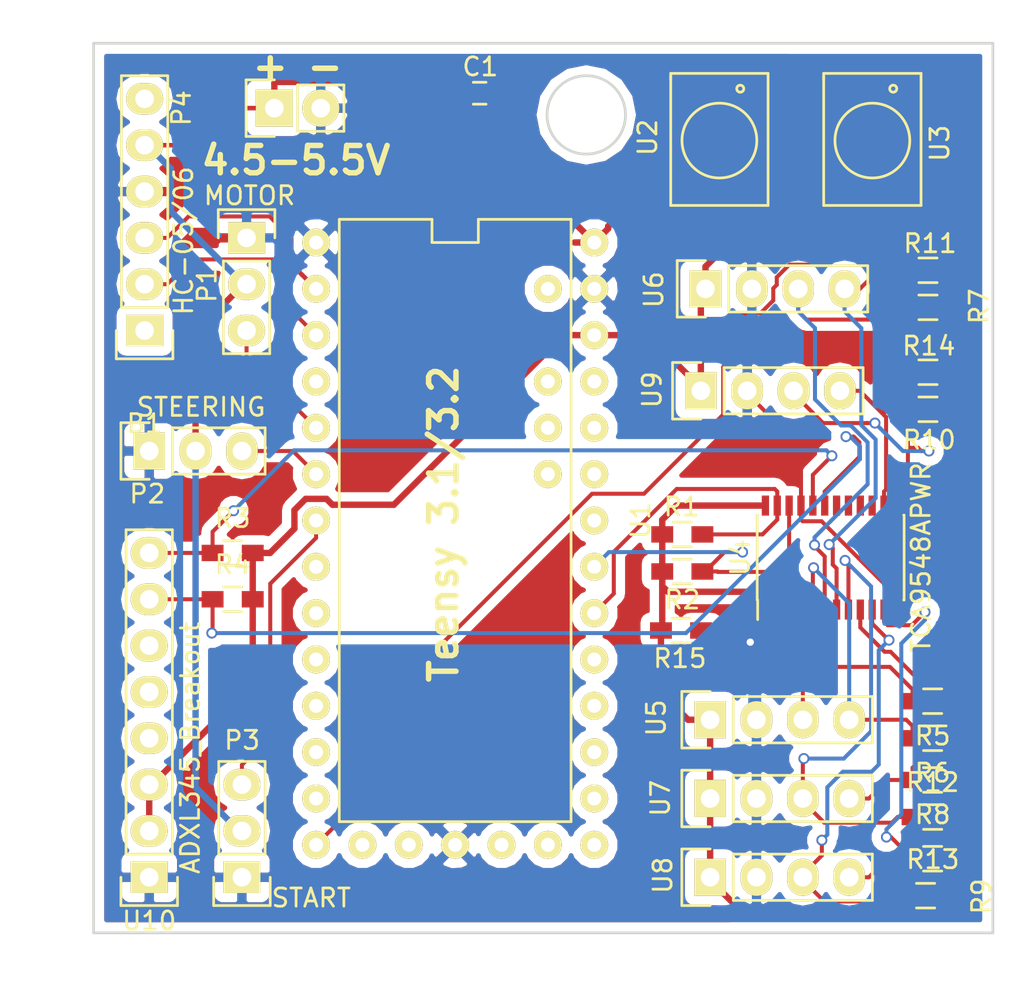
<source format=kicad_pcb>
(kicad_pcb (version 4) (host pcbnew "(2016-01-17 BZR 6493, Git da9ca2d)-product")

  (general
    (links 87)
    (no_connects 0)
    (area 94.94774 48.93564 151.061421 104.211121)
    (thickness 1.6)
    (drawings 9)
    (tracks 360)
    (zones 0)
    (modules 31)
    (nets 26)
  )

  (page A4)
  (layers
    (0 F.Cu signal)
    (31 B.Cu signal)
    (32 B.Adhes user)
    (33 F.Adhes user)
    (34 B.Paste user)
    (35 F.Paste user)
    (36 B.SilkS user)
    (37 F.SilkS user)
    (38 B.Mask user)
    (39 F.Mask user)
    (40 Dwgs.User user)
    (41 Cmts.User user)
    (42 Eco1.User user)
    (43 Eco2.User user)
    (44 Edge.Cuts user)
    (45 Margin user)
    (46 B.CrtYd user)
    (47 F.CrtYd user)
    (48 B.Fab user)
    (49 F.Fab user)
  )

  (setup
    (last_trace_width 0.22)
    (trace_clearance 0.2)
    (zone_clearance 0.508)
    (zone_45_only no)
    (trace_min 0.2)
    (segment_width 0.2)
    (edge_width 0.15)
    (via_size 0.6)
    (via_drill 0.4)
    (via_min_size 0.4)
    (via_min_drill 0.3)
    (uvia_size 0.3)
    (uvia_drill 0.1)
    (uvias_allowed no)
    (uvia_min_size 0.2)
    (uvia_min_drill 0.1)
    (pcb_text_width 0.3)
    (pcb_text_size 1.5 1.5)
    (mod_edge_width 0.15)
    (mod_text_size 1 1)
    (mod_text_width 0.15)
    (pad_size 1.524 1.524)
    (pad_drill 0.762)
    (pad_to_mask_clearance 0.2)
    (aux_axis_origin 100.33 135.89)
    (grid_origin 100.076 100.076)
    (visible_elements 7FFFFFFF)
    (pcbplotparams
      (layerselection 0x010f0_ffffffff)
      (usegerberextensions true)
      (excludeedgelayer true)
      (linewidth 0.100000)
      (plotframeref false)
      (viasonmask false)
      (mode 1)
      (useauxorigin false)
      (hpglpennumber 1)
      (hpglpenspeed 20)
      (hpglpendiameter 15)
      (hpglpenoverlay 2)
      (psnegative false)
      (psa4output false)
      (plotreference true)
      (plotvalue true)
      (plotinvisibletext false)
      (padsonsilk false)
      (subtractmaskfromsilk false)
      (outputformat 1)
      (mirror false)
      (drillshape 0)
      (scaleselection 1)
      (outputdirectory Gerber/))
  )

  (net 0 "")
  (net 1 +5V)
  (net 2 GND)
  (net 3 MOTOR)
  (net 4 STEERING)
  (net 5 BT_RX)
  (net 6 SDA)
  (net 7 SCL)
  (net 8 BT_TX)
  (net 9 STARTMODULE)
  (net 10 LED)
  (net 11 +3V3)
  (net 12 "Net-(U2-Pad4)")
  (net 13 SD7)
  (net 14 SC7)
  (net 15 "Net-(R5-Pad2)")
  (net 16 "Net-(R6-Pad2)")
  (net 17 "Net-(R7-Pad2)")
  (net 18 "Net-(R8-Pad2)")
  (net 19 "Net-(R9-Pad2)")
  (net 20 "Net-(R10-Pad2)")
  (net 21 "Net-(R11-Pad1)")
  (net 22 "Net-(R12-Pad1)")
  (net 23 "Net-(R13-Pad1)")
  (net 24 "Net-(R14-Pad1)")
  (net 25 "Net-(R15-Pad2)")

  (net_class Default "This is the default net class."
    (clearance 0.2)
    (trace_width 0.22)
    (via_dia 0.6)
    (via_drill 0.4)
    (uvia_dia 0.3)
    (uvia_drill 0.1)
    (add_net BT_RX)
    (add_net BT_TX)
    (add_net GND)
    (add_net LED)
    (add_net MOTOR)
    (add_net "Net-(R10-Pad2)")
    (add_net "Net-(R11-Pad1)")
    (add_net "Net-(R12-Pad1)")
    (add_net "Net-(R13-Pad1)")
    (add_net "Net-(R14-Pad1)")
    (add_net "Net-(R15-Pad2)")
    (add_net "Net-(R5-Pad2)")
    (add_net "Net-(R6-Pad2)")
    (add_net "Net-(R7-Pad2)")
    (add_net "Net-(R8-Pad2)")
    (add_net "Net-(R9-Pad2)")
    (add_net "Net-(U2-Pad4)")
    (add_net SC7)
    (add_net SCL)
    (add_net SD7)
    (add_net SDA)
    (add_net STARTMODULE)
    (add_net STEERING)
  )

  (net_class Power ""
    (clearance 0.25)
    (trace_width 0.35)
    (via_dia 0.6)
    (via_drill 0.4)
    (uvia_dia 0.3)
    (uvia_drill 0.1)
    (add_net +3V3)
    (add_net +5V)
  )

  (module Housings_SSOP:TSSOP-24_4.4x7.8mm_Pitch0.65mm (layer F.Cu) (tedit 569E9EF9) (tstamp 568AE028)
    (at 140.462 79.502 90)
    (descr "TSSOP24: plastic thin shrink small outline package; 24 leads; body width 4.4 mm; (see NXP SSOP-TSSOP-VSO-REFLOW.pdf and sot355-1_po.pdf)")
    (tags "SSOP 0.65")
    (path /568AE4E1)
    (attr smd)
    (fp_text reference U4 (at 0 -4.95 90) (layer F.SilkS)
      (effects (font (size 1 1) (thickness 0.15)))
    )
    (fp_text value TCA9548APWR (at 0 4.95 90) (layer F.SilkS)
      (effects (font (size 1 1) (thickness 0.15)))
    )
    (fp_line (start -3.65 -4.2) (end -3.65 4.2) (layer F.CrtYd) (width 0.05))
    (fp_line (start 3.65 -4.2) (end 3.65 4.2) (layer F.CrtYd) (width 0.05))
    (fp_line (start -3.65 -4.2) (end 3.65 -4.2) (layer F.CrtYd) (width 0.05))
    (fp_line (start -3.65 4.2) (end 3.65 4.2) (layer F.CrtYd) (width 0.05))
    (fp_line (start -2.325 -4.025) (end -2.325 -4) (layer F.SilkS) (width 0.15))
    (fp_line (start 2.325 -4.025) (end 2.325 -4) (layer F.SilkS) (width 0.15))
    (fp_line (start 2.325 4.025) (end 2.325 4) (layer F.SilkS) (width 0.15))
    (fp_line (start -2.325 4.025) (end -2.325 4) (layer F.SilkS) (width 0.15))
    (fp_line (start -2.325 -4.025) (end 2.325 -4.025) (layer F.SilkS) (width 0.15))
    (fp_line (start -2.325 4.025) (end 2.325 4.025) (layer F.SilkS) (width 0.15))
    (fp_line (start -2.325 -4) (end -3.4 -4) (layer F.SilkS) (width 0.15))
    (pad 1 smd rect (at -2.85 -3.575 90) (size 1.1 0.4) (layers F.Cu F.Paste F.Mask)
      (net 2 GND))
    (pad 2 smd rect (at -2.85 -2.925 90) (size 1.1 0.4) (layers F.Cu F.Paste F.Mask)
      (net 2 GND))
    (pad 3 smd rect (at -2.85 -2.275 90) (size 1.1 0.4) (layers F.Cu F.Paste F.Mask)
      (net 25 "Net-(R15-Pad2)"))
    (pad 4 smd rect (at -2.85 -1.625 90) (size 1.1 0.4) (layers F.Cu F.Paste F.Mask)
      (net 15 "Net-(R5-Pad2)"))
    (pad 5 smd rect (at -2.85 -0.975 90) (size 1.1 0.4) (layers F.Cu F.Paste F.Mask)
      (net 16 "Net-(R6-Pad2)"))
    (pad 6 smd rect (at -2.85 -0.325 90) (size 1.1 0.4) (layers F.Cu F.Paste F.Mask)
      (net 21 "Net-(R11-Pad1)"))
    (pad 7 smd rect (at -2.85 0.325 90) (size 1.1 0.4) (layers F.Cu F.Paste F.Mask)
      (net 17 "Net-(R7-Pad2)"))
    (pad 8 smd rect (at -2.85 0.975 90) (size 1.1 0.4) (layers F.Cu F.Paste F.Mask)
      (net 22 "Net-(R12-Pad1)"))
    (pad 9 smd rect (at -2.85 1.625 90) (size 1.1 0.4) (layers F.Cu F.Paste F.Mask)
      (net 18 "Net-(R8-Pad2)"))
    (pad 10 smd rect (at -2.85 2.275 90) (size 1.1 0.4) (layers F.Cu F.Paste F.Mask)
      (net 23 "Net-(R13-Pad1)"))
    (pad 11 smd rect (at -2.85 2.925 90) (size 1.1 0.4) (layers F.Cu F.Paste F.Mask)
      (net 19 "Net-(R9-Pad2)"))
    (pad 12 smd rect (at -2.85 3.575 90) (size 1.1 0.4) (layers F.Cu F.Paste F.Mask)
      (net 2 GND))
    (pad 13 smd rect (at 2.85 3.575 90) (size 1.1 0.4) (layers F.Cu F.Paste F.Mask)
      (net 24 "Net-(R14-Pad1)"))
    (pad 14 smd rect (at 2.85 2.925 90) (size 1.1 0.4) (layers F.Cu F.Paste F.Mask)
      (net 20 "Net-(R10-Pad2)"))
    (pad 15 smd rect (at 2.85 2.275 90) (size 1.1 0.4) (layers F.Cu F.Paste F.Mask))
    (pad 16 smd rect (at 2.85 1.625 90) (size 1.1 0.4) (layers F.Cu F.Paste F.Mask))
    (pad 17 smd rect (at 2.85 0.975 90) (size 1.1 0.4) (layers F.Cu F.Paste F.Mask))
    (pad 18 smd rect (at 2.85 0.325 90) (size 1.1 0.4) (layers F.Cu F.Paste F.Mask))
    (pad 19 smd rect (at 2.85 -0.325 90) (size 1.1 0.4) (layers F.Cu F.Paste F.Mask)
      (net 13 SD7))
    (pad 20 smd rect (at 2.85 -0.975 90) (size 1.1 0.4) (layers F.Cu F.Paste F.Mask)
      (net 14 SC7))
    (pad 21 smd rect (at 2.85 -1.625 90) (size 1.1 0.4) (layers F.Cu F.Paste F.Mask)
      (net 2 GND))
    (pad 22 smd rect (at 2.85 -2.275 90) (size 1.1 0.4) (layers F.Cu F.Paste F.Mask)
      (net 7 SCL))
    (pad 23 smd rect (at 2.85 -2.925 90) (size 1.1 0.4) (layers F.Cu F.Paste F.Mask)
      (net 6 SDA))
    (pad 24 smd rect (at 2.85 -3.575 90) (size 1.1 0.4) (layers F.Cu F.Paste F.Mask)
      (net 11 +3V3))
    (model Housings_SSOP.3dshapes/TSSOP-24_4.4x7.8mm_Pitch0.65mm.wrl
      (at (xyz 0 0 0))
      (scale (xyz 1 1 1))
      (rotate (xyz 0 0 0))
    )
  )

  (module Footprints:Teensy31_32 (layer F.Cu) (tedit 568AC0E4) (tstamp 568ADF06)
    (at 121.158 77.47 270)
    (path /568B7161)
    (fp_text reference U1 (at 0 -8.89 270) (layer F.SilkS)
      (effects (font (size 1 1) (thickness 0.15)))
    )
    (fp_text value Teensy31_32 (at 0 11.43 270) (layer F.Fab)
      (effects (font (size 1 1) (thickness 0.15)))
    )
    (fp_line (start -16.51 -5.08) (end 16.51 -5.08) (layer F.SilkS) (width 0.15))
    (fp_line (start 16.51 -5.08) (end 16.51 7.62) (layer F.SilkS) (width 0.15))
    (fp_line (start 16.51 7.62) (end -16.51 7.62) (layer F.SilkS) (width 0.15))
    (fp_line (start -16.51 7.62) (end -16.51 2.54) (layer F.SilkS) (width 0.15))
    (fp_line (start -16.51 2.54) (end -15.24 2.54) (layer F.SilkS) (width 0.15))
    (fp_line (start -15.24 2.54) (end -15.24 0) (layer F.SilkS) (width 0.15))
    (fp_line (start -15.24 0) (end -16.51 0) (layer F.SilkS) (width 0.15))
    (fp_line (start -16.51 0) (end -16.51 -5.08) (layer F.SilkS) (width 0.15))
    (pad 1 thru_hole circle (at -10.16 8.89 270) (size 1.524 1.524) (drill 0.762) (layers *.Cu *.Mask F.SilkS)
      (net 5 BT_RX))
    (pad 2 thru_hole circle (at -7.62 8.89 270) (size 1.524 1.524) (drill 0.762) (layers *.Cu *.Mask F.SilkS))
    (pad 27 thru_hole circle (at -15.24 8.89 270) (size 1.524 1.524) (drill 0.762) (layers *.Cu *.Mask F.SilkS)
      (net 2 GND))
    (pad 0 thru_hole circle (at -12.7 8.89 270) (size 1.524 1.524) (drill 0.762) (layers *.Cu *.Mask F.SilkS)
      (net 8 BT_TX))
    (pad 3 thru_hole circle (at -5.08 8.89 270) (size 1.524 1.524) (drill 0.762) (layers *.Cu *.Mask F.SilkS)
      (net 3 MOTOR))
    (pad 4 thru_hole circle (at -2.54 8.89 270) (size 1.524 1.524) (drill 0.762) (layers *.Cu *.Mask F.SilkS)
      (net 4 STEERING))
    (pad 5 thru_hole circle (at 0 8.89 270) (size 1.524 1.524) (drill 0.762) (layers *.Cu *.Mask F.SilkS)
      (net 9 STARTMODULE))
    (pad 6 thru_hole circle (at 2.54 8.89 270) (size 1.524 1.524) (drill 0.762) (layers *.Cu *.Mask F.SilkS))
    (pad 7 thru_hole circle (at 5.08 8.89 270) (size 1.524 1.524) (drill 0.762) (layers *.Cu *.Mask F.SilkS))
    (pad 8 thru_hole circle (at 7.62 8.89 270) (size 1.524 1.524) (drill 0.762) (layers *.Cu *.Mask F.SilkS))
    (pad 9 thru_hole circle (at 10.16 8.89 270) (size 1.524 1.524) (drill 0.762) (layers *.Cu *.Mask F.SilkS))
    (pad 10 thru_hole circle (at 12.7 8.89 270) (size 1.524 1.524) (drill 0.762) (layers *.Cu *.Mask F.SilkS))
    (pad 11 thru_hole circle (at 15.24 8.89 270) (size 1.524 1.524) (drill 0.762) (layers *.Cu *.Mask F.SilkS))
    (pad 12 thru_hole circle (at 17.78 8.89 270) (size 1.524 1.524) (drill 0.762) (layers *.Cu *.Mask F.SilkS)
      (net 10 LED))
    (pad 13 thru_hole circle (at 17.78 -6.35 270) (size 1.524 1.524) (drill 0.762) (layers *.Cu *.Mask F.SilkS))
    (pad 14 thru_hole circle (at 15.24 -6.35 270) (size 1.524 1.524) (drill 0.762) (layers *.Cu *.Mask F.SilkS))
    (pad 15 thru_hole circle (at 12.7 -6.35 270) (size 1.524 1.524) (drill 0.762) (layers *.Cu *.Mask F.SilkS))
    (pad 16 thru_hole circle (at 10.16 -6.35 270) (size 1.524 1.524) (drill 0.762) (layers *.Cu *.Mask F.SilkS))
    (pad 17 thru_hole circle (at 7.62 -6.35 270) (size 1.524 1.524) (drill 0.762) (layers *.Cu *.Mask F.SilkS))
    (pad 18 thru_hole circle (at 5.08 -6.35 270) (size 1.524 1.524) (drill 0.762) (layers *.Cu *.Mask F.SilkS)
      (net 6 SDA))
    (pad 19 thru_hole circle (at 2.54 -6.35 270) (size 1.524 1.524) (drill 0.762) (layers *.Cu *.Mask F.SilkS)
      (net 7 SCL))
    (pad 20 thru_hole circle (at 0 -6.35 270) (size 1.524 1.524) (drill 0.762) (layers *.Cu *.Mask F.SilkS))
    (pad 21 thru_hole circle (at -2.54 -6.35 270) (size 1.524 1.524) (drill 0.762) (layers *.Cu *.Mask F.SilkS))
    (pad 22 thru_hole circle (at -5.08 -6.35 270) (size 1.524 1.524) (drill 0.762) (layers *.Cu *.Mask F.SilkS))
    (pad 23 thru_hole circle (at -7.62 -6.35 270) (size 1.524 1.524) (drill 0.762) (layers *.Cu *.Mask F.SilkS))
    (pad 24 thru_hole circle (at -10.16 -6.35 270) (size 1.524 1.524) (drill 0.762) (layers *.Cu *.Mask F.SilkS)
      (net 11 +3V3))
    (pad 25 thru_hole circle (at -12.7 -6.35 270) (size 1.524 1.524) (drill 0.762) (layers *.Cu *.Mask F.SilkS)
      (net 2 GND))
    (pad 26 thru_hole circle (at -15.24 -6.35 270) (size 1.524 1.524) (drill 0.762) (layers *.Cu *.Mask F.SilkS)
      (net 1 +5V))
    (pad 28 thru_hole circle (at -12.7 -3.81 270) (size 1.524 1.524) (drill 0.762) (layers *.Cu *.Mask F.SilkS))
    (pad 29 thru_hole circle (at -7.62 -3.81 270) (size 1.524 1.524) (drill 0.762) (layers *.Cu *.Mask F.SilkS))
    (pad 30 thru_hole circle (at -5.08 -3.81 270) (size 1.524 1.524) (drill 0.762) (layers *.Cu *.Mask F.SilkS))
    (pad 31 thru_hole circle (at -2.54 -3.81 270) (size 1.524 1.524) (drill 0.762) (layers *.Cu *.Mask F.SilkS))
    (pad 32 thru_hole circle (at 17.78 -3.81 270) (size 1.524 1.524) (drill 0.762) (layers *.Cu *.Mask F.SilkS))
    (pad 33 thru_hole circle (at 17.78 -1.27 270) (size 1.524 1.524) (drill 0.762) (layers *.Cu *.Mask F.SilkS))
    (pad 34 thru_hole circle (at 17.78 1.27 270) (size 1.524 1.524) (drill 0.762) (layers *.Cu *.Mask F.SilkS)
      (net 2 GND))
    (pad 35 thru_hole circle (at 17.78 3.81 270) (size 1.524 1.524) (drill 0.762) (layers *.Cu *.Mask F.SilkS))
    (pad 36 thru_hole circle (at 17.78 6.35 270) (size 1.524 1.524) (drill 0.762) (layers *.Cu *.Mask F.SilkS))
  )

  (module Capacitors_SMD:C_0603_HandSoldering (layer F.Cu) (tedit 541A9B4D) (tstamp 56853943)
    (at 121.22912 54.04612)
    (descr "Capacitor SMD 0603, hand soldering")
    (tags "capacitor 0603")
    (path /5685B3AE)
    (attr smd)
    (fp_text reference C1 (at 0.03302 -1.45288) (layer F.SilkS)
      (effects (font (size 1 1) (thickness 0.15)))
    )
    (fp_text value 220uF (at 0 1.9) (layer F.Fab)
      (effects (font (size 1 1) (thickness 0.15)))
    )
    (fp_line (start -1.85 -0.75) (end 1.85 -0.75) (layer F.CrtYd) (width 0.05))
    (fp_line (start -1.85 0.75) (end 1.85 0.75) (layer F.CrtYd) (width 0.05))
    (fp_line (start -1.85 -0.75) (end -1.85 0.75) (layer F.CrtYd) (width 0.05))
    (fp_line (start 1.85 -0.75) (end 1.85 0.75) (layer F.CrtYd) (width 0.05))
    (fp_line (start -0.35 -0.6) (end 0.35 -0.6) (layer F.SilkS) (width 0.15))
    (fp_line (start 0.35 0.6) (end -0.35 0.6) (layer F.SilkS) (width 0.15))
    (pad 1 smd rect (at -0.95 0) (size 1.2 0.75) (layers F.Cu F.Paste F.Mask)
      (net 1 +5V))
    (pad 2 smd rect (at 0.95 0) (size 1.2 0.75) (layers F.Cu F.Paste F.Mask)
      (net 2 GND))
    (model Capacitors_SMD.3dshapes/C_0603_HandSoldering.wrl
      (at (xyz 0 0 0))
      (scale (xyz 1 1 1))
      (rotate (xyz 0 0 0))
    )
  )

  (module Pin_Headers:Pin_Header_Straight_1x03 (layer F.Cu) (tedit 569EA0F0) (tstamp 5685394A)
    (at 108.458 61.976)
    (descr "Through hole pin header")
    (tags "pin header")
    (path /56845A51)
    (fp_text reference P1 (at -2.16916 2.5781 90) (layer F.SilkS)
      (effects (font (size 1 1) (thickness 0.15)))
    )
    (fp_text value MOTOR (at 0.16002 -2.31648) (layer F.SilkS)
      (effects (font (size 1 1) (thickness 0.15)))
    )
    (fp_line (start -1.75 -1.75) (end -1.75 6.85) (layer F.CrtYd) (width 0.05))
    (fp_line (start 1.75 -1.75) (end 1.75 6.85) (layer F.CrtYd) (width 0.05))
    (fp_line (start -1.75 -1.75) (end 1.75 -1.75) (layer F.CrtYd) (width 0.05))
    (fp_line (start -1.75 6.85) (end 1.75 6.85) (layer F.CrtYd) (width 0.05))
    (fp_line (start -1.27 1.27) (end -1.27 6.35) (layer F.SilkS) (width 0.15))
    (fp_line (start -1.27 6.35) (end 1.27 6.35) (layer F.SilkS) (width 0.15))
    (fp_line (start 1.27 6.35) (end 1.27 1.27) (layer F.SilkS) (width 0.15))
    (fp_line (start 1.55 -1.55) (end 1.55 0) (layer F.SilkS) (width 0.15))
    (fp_line (start 1.27 1.27) (end -1.27 1.27) (layer F.SilkS) (width 0.15))
    (fp_line (start -1.55 0) (end -1.55 -1.55) (layer F.SilkS) (width 0.15))
    (fp_line (start -1.55 -1.55) (end 1.55 -1.55) (layer F.SilkS) (width 0.15))
    (pad 1 thru_hole rect (at 0 0) (size 2.032 1.7272) (drill 1.016) (layers *.Cu *.Mask F.SilkS)
      (net 2 GND))
    (pad 2 thru_hole oval (at 0 2.54) (size 2.032 1.7272) (drill 1.016) (layers *.Cu *.Mask F.SilkS)
      (net 1 +5V))
    (pad 3 thru_hole oval (at 0 5.08) (size 2.032 1.7272) (drill 1.016) (layers *.Cu *.Mask F.SilkS)
      (net 3 MOTOR))
    (model Pin_Headers.3dshapes/Pin_Header_Straight_1x03.wrl
      (at (xyz 0 -0.1 0))
      (scale (xyz 1 1 1))
      (rotate (xyz 0 0 90))
    )
  )

  (module Pin_Headers:Pin_Header_Straight_1x03 (layer F.Cu) (tedit 569EA0E6) (tstamp 56853951)
    (at 103.124 73.66 90)
    (descr "Through hole pin header")
    (tags "pin header")
    (path /56845ADC)
    (fp_text reference P2 (at -2.35204 -0.10668 180) (layer F.SilkS)
      (effects (font (size 1 1) (thickness 0.15)))
    )
    (fp_text value STEERING (at 2.40792 2.83972 180) (layer F.SilkS)
      (effects (font (size 1 1) (thickness 0.15)))
    )
    (fp_line (start -1.75 -1.75) (end -1.75 6.85) (layer F.CrtYd) (width 0.05))
    (fp_line (start 1.75 -1.75) (end 1.75 6.85) (layer F.CrtYd) (width 0.05))
    (fp_line (start -1.75 -1.75) (end 1.75 -1.75) (layer F.CrtYd) (width 0.05))
    (fp_line (start -1.75 6.85) (end 1.75 6.85) (layer F.CrtYd) (width 0.05))
    (fp_line (start -1.27 1.27) (end -1.27 6.35) (layer F.SilkS) (width 0.15))
    (fp_line (start -1.27 6.35) (end 1.27 6.35) (layer F.SilkS) (width 0.15))
    (fp_line (start 1.27 6.35) (end 1.27 1.27) (layer F.SilkS) (width 0.15))
    (fp_line (start 1.55 -1.55) (end 1.55 0) (layer F.SilkS) (width 0.15))
    (fp_line (start 1.27 1.27) (end -1.27 1.27) (layer F.SilkS) (width 0.15))
    (fp_line (start -1.55 0) (end -1.55 -1.55) (layer F.SilkS) (width 0.15))
    (fp_line (start -1.55 -1.55) (end 1.55 -1.55) (layer F.SilkS) (width 0.15))
    (pad 1 thru_hole rect (at 0 0 90) (size 2.032 1.7272) (drill 1.016) (layers *.Cu *.Mask F.SilkS)
      (net 2 GND))
    (pad 2 thru_hole oval (at 0 2.54 90) (size 2.032 1.7272) (drill 1.016) (layers *.Cu *.Mask F.SilkS)
      (net 1 +5V))
    (pad 3 thru_hole oval (at 0 5.08 90) (size 2.032 1.7272) (drill 1.016) (layers *.Cu *.Mask F.SilkS)
      (net 4 STEERING))
    (model Pin_Headers.3dshapes/Pin_Header_Straight_1x03.wrl
      (at (xyz 0 -0.1 0))
      (scale (xyz 1 1 1))
      (rotate (xyz 0 0 90))
    )
  )

  (module Pin_Headers:Pin_Header_Straight_1x03 (layer F.Cu) (tedit 569EA09F) (tstamp 56853958)
    (at 108.204 97.028 180)
    (descr "Through hole pin header")
    (tags "pin header")
    (path /56845B15)
    (fp_text reference P3 (at -0.01016 7.51078 180) (layer F.SilkS)
      (effects (font (size 1 1) (thickness 0.15)))
    )
    (fp_text value START (at -3.79984 -1.1303 180) (layer F.SilkS)
      (effects (font (size 1 1) (thickness 0.15)))
    )
    (fp_line (start -1.75 -1.75) (end -1.75 6.85) (layer F.CrtYd) (width 0.05))
    (fp_line (start 1.75 -1.75) (end 1.75 6.85) (layer F.CrtYd) (width 0.05))
    (fp_line (start -1.75 -1.75) (end 1.75 -1.75) (layer F.CrtYd) (width 0.05))
    (fp_line (start -1.75 6.85) (end 1.75 6.85) (layer F.CrtYd) (width 0.05))
    (fp_line (start -1.27 1.27) (end -1.27 6.35) (layer F.SilkS) (width 0.15))
    (fp_line (start -1.27 6.35) (end 1.27 6.35) (layer F.SilkS) (width 0.15))
    (fp_line (start 1.27 6.35) (end 1.27 1.27) (layer F.SilkS) (width 0.15))
    (fp_line (start 1.55 -1.55) (end 1.55 0) (layer F.SilkS) (width 0.15))
    (fp_line (start 1.27 1.27) (end -1.27 1.27) (layer F.SilkS) (width 0.15))
    (fp_line (start -1.55 0) (end -1.55 -1.55) (layer F.SilkS) (width 0.15))
    (fp_line (start -1.55 -1.55) (end 1.55 -1.55) (layer F.SilkS) (width 0.15))
    (pad 1 thru_hole rect (at 0 0 180) (size 2.032 1.7272) (drill 1.016) (layers *.Cu *.Mask F.SilkS)
      (net 2 GND))
    (pad 2 thru_hole oval (at 0 2.54 180) (size 2.032 1.7272) (drill 1.016) (layers *.Cu *.Mask F.SilkS)
      (net 1 +5V))
    (pad 3 thru_hole oval (at 0 5.08 180) (size 2.032 1.7272) (drill 1.016) (layers *.Cu *.Mask F.SilkS)
      (net 9 STARTMODULE))
    (model Pin_Headers.3dshapes/Pin_Header_Straight_1x03.wrl
      (at (xyz 0 -0.1 0))
      (scale (xyz 1 1 1))
      (rotate (xyz 0 0 90))
    )
  )

  (module Pin_Headers:Pin_Header_Straight_1x06 (layer F.Cu) (tedit 569EA21E) (tstamp 568ADF00)
    (at 102.87 67.056 180)
    (descr "Through hole pin header")
    (tags "pin header")
    (path /5685C1D6)
    (fp_text reference B1 (at 0 -5.1 180) (layer F.SilkS)
      (effects (font (size 1 1) (thickness 0.15)))
    )
    (fp_text value HC-05/06 (at -2.13614 4.91744 270) (layer F.SilkS)
      (effects (font (size 1 1) (thickness 0.15)))
    )
    (fp_line (start -1.75 -1.75) (end -1.75 14.45) (layer F.CrtYd) (width 0.05))
    (fp_line (start 1.75 -1.75) (end 1.75 14.45) (layer F.CrtYd) (width 0.05))
    (fp_line (start -1.75 -1.75) (end 1.75 -1.75) (layer F.CrtYd) (width 0.05))
    (fp_line (start -1.75 14.45) (end 1.75 14.45) (layer F.CrtYd) (width 0.05))
    (fp_line (start 1.27 1.27) (end 1.27 13.97) (layer F.SilkS) (width 0.15))
    (fp_line (start 1.27 13.97) (end -1.27 13.97) (layer F.SilkS) (width 0.15))
    (fp_line (start -1.27 13.97) (end -1.27 1.27) (layer F.SilkS) (width 0.15))
    (fp_line (start 1.55 -1.55) (end 1.55 0) (layer F.SilkS) (width 0.15))
    (fp_line (start 1.27 1.27) (end -1.27 1.27) (layer F.SilkS) (width 0.15))
    (fp_line (start -1.55 0) (end -1.55 -1.55) (layer F.SilkS) (width 0.15))
    (fp_line (start -1.55 -1.55) (end 1.55 -1.55) (layer F.SilkS) (width 0.15))
    (pad 1 thru_hole rect (at 0 0 180) (size 2.032 1.7272) (drill 1.016) (layers *.Cu *.Mask F.SilkS))
    (pad 2 thru_hole oval (at 0 2.54 180) (size 2.032 1.7272) (drill 1.016) (layers *.Cu *.Mask F.SilkS)
      (net 5 BT_RX))
    (pad 3 thru_hole oval (at 0 5.08 180) (size 2.032 1.7272) (drill 1.016) (layers *.Cu *.Mask F.SilkS)
      (net 8 BT_TX))
    (pad 4 thru_hole oval (at 0 7.62 180) (size 2.032 1.7272) (drill 1.016) (layers *.Cu *.Mask F.SilkS)
      (net 2 GND))
    (pad 5 thru_hole oval (at 0 10.16 180) (size 2.032 1.7272) (drill 1.016) (layers *.Cu *.Mask F.SilkS)
      (net 1 +5V))
    (pad 6 thru_hole oval (at 0 12.7 180) (size 2.032 1.7272) (drill 1.016) (layers *.Cu *.Mask F.SilkS))
    (model Pin_Headers.3dshapes/Pin_Header_Straight_1x06.wrl
      (at (xyz 0 -0.25 0))
      (scale (xyz 1 1 1))
      (rotate (xyz 0 0 90))
    )
  )

  (module Pin_Headers:Pin_Header_Straight_1x02 (layer F.Cu) (tedit 54EA090C) (tstamp 568ADF01)
    (at 109.982 54.864 90)
    (descr "Through hole pin header")
    (tags "pin header")
    (path /568BD97A)
    (fp_text reference P4 (at 0 -5.1 90) (layer F.SilkS)
      (effects (font (size 1 1) (thickness 0.15)))
    )
    (fp_text value BATT (at 0 -3.1 90) (layer F.Fab)
      (effects (font (size 1 1) (thickness 0.15)))
    )
    (fp_line (start 1.27 1.27) (end 1.27 3.81) (layer F.SilkS) (width 0.15))
    (fp_line (start 1.55 -1.55) (end 1.55 0) (layer F.SilkS) (width 0.15))
    (fp_line (start -1.75 -1.75) (end -1.75 4.3) (layer F.CrtYd) (width 0.05))
    (fp_line (start 1.75 -1.75) (end 1.75 4.3) (layer F.CrtYd) (width 0.05))
    (fp_line (start -1.75 -1.75) (end 1.75 -1.75) (layer F.CrtYd) (width 0.05))
    (fp_line (start -1.75 4.3) (end 1.75 4.3) (layer F.CrtYd) (width 0.05))
    (fp_line (start 1.27 1.27) (end -1.27 1.27) (layer F.SilkS) (width 0.15))
    (fp_line (start -1.55 0) (end -1.55 -1.55) (layer F.SilkS) (width 0.15))
    (fp_line (start -1.55 -1.55) (end 1.55 -1.55) (layer F.SilkS) (width 0.15))
    (fp_line (start -1.27 1.27) (end -1.27 3.81) (layer F.SilkS) (width 0.15))
    (fp_line (start -1.27 3.81) (end 1.27 3.81) (layer F.SilkS) (width 0.15))
    (pad 1 thru_hole rect (at 0 0 90) (size 2.032 2.032) (drill 1.016) (layers *.Cu *.Mask F.SilkS)
      (net 1 +5V))
    (pad 2 thru_hole oval (at 0 2.54 90) (size 2.032 2.032) (drill 1.016) (layers *.Cu *.Mask F.SilkS)
      (net 2 GND))
    (model Pin_Headers.3dshapes/Pin_Header_Straight_1x02.wrl
      (at (xyz 0 -0.05 0))
      (scale (xyz 1 1 1))
      (rotate (xyz 0 0 90))
    )
  )

  (module Footprints:WS2812B (layer F.Cu) (tedit 568ADDF9) (tstamp 568ADFFD)
    (at 134.366 56.642 270)
    (path /568A990C)
    (fp_text reference U2 (at -0.17018 3.93192 270) (layer F.SilkS)
      (effects (font (size 1 1) (thickness 0.15)))
    )
    (fp_text value WS2812B (at 0 3.81 270) (layer F.Fab)
      (effects (font (size 1 1) (thickness 0.15)))
    )
    (fp_line (start -3.302 2.667) (end -3.683 2.667) (layer F.SilkS) (width 0.15))
    (fp_line (start -3.683 2.667) (end -3.683 -2.667) (layer F.SilkS) (width 0.15))
    (fp_line (start -3.683 -2.667) (end 3.556 -2.667) (layer F.SilkS) (width 0.15))
    (fp_line (start 3.556 -2.667) (end 3.556 2.667) (layer F.SilkS) (width 0.15))
    (fp_line (start 3.556 2.667) (end -3.556 2.667) (layer F.SilkS) (width 0.15))
    (fp_circle (center -2.8448 -1.143) (end -2.7686 -0.9652) (layer F.SilkS) (width 0.15))
    (fp_circle (center 0 0) (end 1.3716 1.524) (layer F.SilkS) (width 0.15))
    (pad 1 smd rect (at -2.7 -2.1 270) (size 1.524 0.9) (layers F.Cu F.Paste F.Mask)
      (net 1 +5V))
    (pad 2 smd rect (at -2.7 2.1 270) (size 1.524 0.9) (layers F.Cu F.Paste F.Mask))
    (pad 3 smd rect (at 2.7 2.1 270) (size 1.524 0.9) (layers F.Cu F.Paste F.Mask)
      (net 2 GND))
    (pad 4 smd rect (at 2.7 -2.1 270) (size 1.524 0.9) (layers F.Cu F.Paste F.Mask)
      (net 12 "Net-(U2-Pad4)"))
  )

  (module Footprints:WS2812B (layer F.Cu) (tedit 569D48B6) (tstamp 568AE00C)
    (at 142.748 56.642 270)
    (path /568A944B)
    (fp_text reference U3 (at 0.14732 -3.69824 270) (layer F.SilkS)
      (effects (font (size 1 1) (thickness 0.15)))
    )
    (fp_text value WS2812B (at 0 3.81 270) (layer F.Fab)
      (effects (font (size 1 1) (thickness 0.15)))
    )
    (fp_line (start -3.302 2.667) (end -3.683 2.667) (layer F.SilkS) (width 0.15))
    (fp_line (start -3.683 2.667) (end -3.683 -2.667) (layer F.SilkS) (width 0.15))
    (fp_line (start -3.683 -2.667) (end 3.556 -2.667) (layer F.SilkS) (width 0.15))
    (fp_line (start 3.556 -2.667) (end 3.556 2.667) (layer F.SilkS) (width 0.15))
    (fp_line (start 3.556 2.667) (end -3.556 2.667) (layer F.SilkS) (width 0.15))
    (fp_circle (center -2.8448 -1.143) (end -2.7686 -0.9652) (layer F.SilkS) (width 0.15))
    (fp_circle (center 0 0) (end 1.3716 1.524) (layer F.SilkS) (width 0.15))
    (pad 1 smd rect (at -2.7 -2.1 270) (size 1.524 0.9) (layers F.Cu F.Paste F.Mask)
      (net 1 +5V))
    (pad 2 smd rect (at -2.7 2.1 270) (size 1.524 0.9) (layers F.Cu F.Paste F.Mask)
      (net 12 "Net-(U2-Pad4)"))
    (pad 3 smd rect (at 2.7 2.1 270) (size 1.524 0.9) (layers F.Cu F.Paste F.Mask)
      (net 2 GND))
    (pad 4 smd rect (at 2.7 -2.1 270) (size 1.524 0.9) (layers F.Cu F.Paste F.Mask)
      (net 10 LED))
  )

  (module Pin_Headers:Pin_Header_Straight_1x04 (layer F.Cu) (tedit 0) (tstamp 568AE030)
    (at 133.858 88.392 90)
    (descr "Through hole pin header")
    (tags "pin header")
    (path /568AF309)
    (fp_text reference U5 (at 0.09906 -2.95148 90) (layer F.SilkS)
      (effects (font (size 1 1) (thickness 0.15)))
    )
    (fp_text value SEN1 (at 0 -3.1 90) (layer F.Fab)
      (effects (font (size 1 1) (thickness 0.15)))
    )
    (fp_line (start -1.75 -1.75) (end -1.75 9.4) (layer F.CrtYd) (width 0.05))
    (fp_line (start 1.75 -1.75) (end 1.75 9.4) (layer F.CrtYd) (width 0.05))
    (fp_line (start -1.75 -1.75) (end 1.75 -1.75) (layer F.CrtYd) (width 0.05))
    (fp_line (start -1.75 9.4) (end 1.75 9.4) (layer F.CrtYd) (width 0.05))
    (fp_line (start -1.27 1.27) (end -1.27 8.89) (layer F.SilkS) (width 0.15))
    (fp_line (start 1.27 1.27) (end 1.27 8.89) (layer F.SilkS) (width 0.15))
    (fp_line (start 1.55 -1.55) (end 1.55 0) (layer F.SilkS) (width 0.15))
    (fp_line (start -1.27 8.89) (end 1.27 8.89) (layer F.SilkS) (width 0.15))
    (fp_line (start 1.27 1.27) (end -1.27 1.27) (layer F.SilkS) (width 0.15))
    (fp_line (start -1.55 0) (end -1.55 -1.55) (layer F.SilkS) (width 0.15))
    (fp_line (start -1.55 -1.55) (end 1.55 -1.55) (layer F.SilkS) (width 0.15))
    (pad 1 thru_hole rect (at 0 0 90) (size 2.032 1.7272) (drill 1.016) (layers *.Cu *.Mask F.SilkS)
      (net 11 +3V3))
    (pad 2 thru_hole oval (at 0 2.54 90) (size 2.032 1.7272) (drill 1.016) (layers *.Cu *.Mask F.SilkS)
      (net 2 GND))
    (pad 3 thru_hole oval (at 0 5.08 90) (size 2.032 1.7272) (drill 1.016) (layers *.Cu *.Mask F.SilkS)
      (net 15 "Net-(R5-Pad2)"))
    (pad 4 thru_hole oval (at 0 7.62 90) (size 2.032 1.7272) (drill 1.016) (layers *.Cu *.Mask F.SilkS)
      (net 16 "Net-(R6-Pad2)"))
    (model Pin_Headers.3dshapes/Pin_Header_Straight_1x04.wrl
      (at (xyz 0 -0.15 0))
      (scale (xyz 1 1 1))
      (rotate (xyz 0 0 90))
    )
  )

  (module Pin_Headers:Pin_Header_Straight_1x04 (layer F.Cu) (tedit 0) (tstamp 568AE038)
    (at 133.604 64.77 90)
    (descr "Through hole pin header")
    (tags "pin header")
    (path /568AF40A)
    (fp_text reference U6 (at -0.04826 -2.8321 90) (layer F.SilkS)
      (effects (font (size 1 1) (thickness 0.15)))
    )
    (fp_text value SEN2 (at 0 -3.1 90) (layer F.Fab)
      (effects (font (size 1 1) (thickness 0.15)))
    )
    (fp_line (start -1.75 -1.75) (end -1.75 9.4) (layer F.CrtYd) (width 0.05))
    (fp_line (start 1.75 -1.75) (end 1.75 9.4) (layer F.CrtYd) (width 0.05))
    (fp_line (start -1.75 -1.75) (end 1.75 -1.75) (layer F.CrtYd) (width 0.05))
    (fp_line (start -1.75 9.4) (end 1.75 9.4) (layer F.CrtYd) (width 0.05))
    (fp_line (start -1.27 1.27) (end -1.27 8.89) (layer F.SilkS) (width 0.15))
    (fp_line (start 1.27 1.27) (end 1.27 8.89) (layer F.SilkS) (width 0.15))
    (fp_line (start 1.55 -1.55) (end 1.55 0) (layer F.SilkS) (width 0.15))
    (fp_line (start -1.27 8.89) (end 1.27 8.89) (layer F.SilkS) (width 0.15))
    (fp_line (start 1.27 1.27) (end -1.27 1.27) (layer F.SilkS) (width 0.15))
    (fp_line (start -1.55 0) (end -1.55 -1.55) (layer F.SilkS) (width 0.15))
    (fp_line (start -1.55 -1.55) (end 1.55 -1.55) (layer F.SilkS) (width 0.15))
    (pad 1 thru_hole rect (at 0 0 90) (size 2.032 1.7272) (drill 1.016) (layers *.Cu *.Mask F.SilkS)
      (net 11 +3V3))
    (pad 2 thru_hole oval (at 0 2.54 90) (size 2.032 1.7272) (drill 1.016) (layers *.Cu *.Mask F.SilkS)
      (net 2 GND))
    (pad 3 thru_hole oval (at 0 5.08 90) (size 2.032 1.7272) (drill 1.016) (layers *.Cu *.Mask F.SilkS)
      (net 21 "Net-(R11-Pad1)"))
    (pad 4 thru_hole oval (at 0 7.62 90) (size 2.032 1.7272) (drill 1.016) (layers *.Cu *.Mask F.SilkS)
      (net 17 "Net-(R7-Pad2)"))
    (model Pin_Headers.3dshapes/Pin_Header_Straight_1x04.wrl
      (at (xyz 0 -0.15 0))
      (scale (xyz 1 1 1))
      (rotate (xyz 0 0 90))
    )
  )

  (module Pin_Headers:Pin_Header_Straight_1x04 (layer F.Cu) (tedit 0) (tstamp 568AE040)
    (at 133.858 92.71 90)
    (descr "Through hole pin header")
    (tags "pin header")
    (path /568AF44F)
    (fp_text reference U7 (at 0.01778 -2.72288 90) (layer F.SilkS)
      (effects (font (size 1 1) (thickness 0.15)))
    )
    (fp_text value SEN3 (at 0 -3.1 90) (layer F.Fab)
      (effects (font (size 1 1) (thickness 0.15)))
    )
    (fp_line (start -1.75 -1.75) (end -1.75 9.4) (layer F.CrtYd) (width 0.05))
    (fp_line (start 1.75 -1.75) (end 1.75 9.4) (layer F.CrtYd) (width 0.05))
    (fp_line (start -1.75 -1.75) (end 1.75 -1.75) (layer F.CrtYd) (width 0.05))
    (fp_line (start -1.75 9.4) (end 1.75 9.4) (layer F.CrtYd) (width 0.05))
    (fp_line (start -1.27 1.27) (end -1.27 8.89) (layer F.SilkS) (width 0.15))
    (fp_line (start 1.27 1.27) (end 1.27 8.89) (layer F.SilkS) (width 0.15))
    (fp_line (start 1.55 -1.55) (end 1.55 0) (layer F.SilkS) (width 0.15))
    (fp_line (start -1.27 8.89) (end 1.27 8.89) (layer F.SilkS) (width 0.15))
    (fp_line (start 1.27 1.27) (end -1.27 1.27) (layer F.SilkS) (width 0.15))
    (fp_line (start -1.55 0) (end -1.55 -1.55) (layer F.SilkS) (width 0.15))
    (fp_line (start -1.55 -1.55) (end 1.55 -1.55) (layer F.SilkS) (width 0.15))
    (pad 1 thru_hole rect (at 0 0 90) (size 2.032 1.7272) (drill 1.016) (layers *.Cu *.Mask F.SilkS)
      (net 11 +3V3))
    (pad 2 thru_hole oval (at 0 2.54 90) (size 2.032 1.7272) (drill 1.016) (layers *.Cu *.Mask F.SilkS)
      (net 2 GND))
    (pad 3 thru_hole oval (at 0 5.08 90) (size 2.032 1.7272) (drill 1.016) (layers *.Cu *.Mask F.SilkS)
      (net 22 "Net-(R12-Pad1)"))
    (pad 4 thru_hole oval (at 0 7.62 90) (size 2.032 1.7272) (drill 1.016) (layers *.Cu *.Mask F.SilkS)
      (net 18 "Net-(R8-Pad2)"))
    (model Pin_Headers.3dshapes/Pin_Header_Straight_1x04.wrl
      (at (xyz 0 -0.15 0))
      (scale (xyz 1 1 1))
      (rotate (xyz 0 0 90))
    )
  )

  (module Pin_Headers:Pin_Header_Straight_1x04 (layer F.Cu) (tedit 0) (tstamp 568AE048)
    (at 133.858 97.028 90)
    (descr "Through hole pin header")
    (tags "pin header")
    (path /568AF54D)
    (fp_text reference U8 (at 0.10922 -2.5908 90) (layer F.SilkS)
      (effects (font (size 1 1) (thickness 0.15)))
    )
    (fp_text value SEN4 (at 0 -3.1 90) (layer F.Fab)
      (effects (font (size 1 1) (thickness 0.15)))
    )
    (fp_line (start -1.75 -1.75) (end -1.75 9.4) (layer F.CrtYd) (width 0.05))
    (fp_line (start 1.75 -1.75) (end 1.75 9.4) (layer F.CrtYd) (width 0.05))
    (fp_line (start -1.75 -1.75) (end 1.75 -1.75) (layer F.CrtYd) (width 0.05))
    (fp_line (start -1.75 9.4) (end 1.75 9.4) (layer F.CrtYd) (width 0.05))
    (fp_line (start -1.27 1.27) (end -1.27 8.89) (layer F.SilkS) (width 0.15))
    (fp_line (start 1.27 1.27) (end 1.27 8.89) (layer F.SilkS) (width 0.15))
    (fp_line (start 1.55 -1.55) (end 1.55 0) (layer F.SilkS) (width 0.15))
    (fp_line (start -1.27 8.89) (end 1.27 8.89) (layer F.SilkS) (width 0.15))
    (fp_line (start 1.27 1.27) (end -1.27 1.27) (layer F.SilkS) (width 0.15))
    (fp_line (start -1.55 0) (end -1.55 -1.55) (layer F.SilkS) (width 0.15))
    (fp_line (start -1.55 -1.55) (end 1.55 -1.55) (layer F.SilkS) (width 0.15))
    (pad 1 thru_hole rect (at 0 0 90) (size 2.032 1.7272) (drill 1.016) (layers *.Cu *.Mask F.SilkS)
      (net 11 +3V3))
    (pad 2 thru_hole oval (at 0 2.54 90) (size 2.032 1.7272) (drill 1.016) (layers *.Cu *.Mask F.SilkS)
      (net 2 GND))
    (pad 3 thru_hole oval (at 0 5.08 90) (size 2.032 1.7272) (drill 1.016) (layers *.Cu *.Mask F.SilkS)
      (net 23 "Net-(R13-Pad1)"))
    (pad 4 thru_hole oval (at 0 7.62 90) (size 2.032 1.7272) (drill 1.016) (layers *.Cu *.Mask F.SilkS)
      (net 19 "Net-(R9-Pad2)"))
    (model Pin_Headers.3dshapes/Pin_Header_Straight_1x04.wrl
      (at (xyz 0 -0.15 0))
      (scale (xyz 1 1 1))
      (rotate (xyz 0 0 90))
    )
  )

  (module Pin_Headers:Pin_Header_Straight_1x04 (layer F.Cu) (tedit 0) (tstamp 568AE050)
    (at 133.35 70.358 90)
    (descr "Through hole pin header")
    (tags "pin header")
    (path /568AFFE9)
    (fp_text reference U9 (at 0.05588 -2.67208 90) (layer F.SilkS)
      (effects (font (size 1 1) (thickness 0.15)))
    )
    (fp_text value SEN5 (at 0 -3.1 90) (layer F.Fab)
      (effects (font (size 1 1) (thickness 0.15)))
    )
    (fp_line (start -1.75 -1.75) (end -1.75 9.4) (layer F.CrtYd) (width 0.05))
    (fp_line (start 1.75 -1.75) (end 1.75 9.4) (layer F.CrtYd) (width 0.05))
    (fp_line (start -1.75 -1.75) (end 1.75 -1.75) (layer F.CrtYd) (width 0.05))
    (fp_line (start -1.75 9.4) (end 1.75 9.4) (layer F.CrtYd) (width 0.05))
    (fp_line (start -1.27 1.27) (end -1.27 8.89) (layer F.SilkS) (width 0.15))
    (fp_line (start 1.27 1.27) (end 1.27 8.89) (layer F.SilkS) (width 0.15))
    (fp_line (start 1.55 -1.55) (end 1.55 0) (layer F.SilkS) (width 0.15))
    (fp_line (start -1.27 8.89) (end 1.27 8.89) (layer F.SilkS) (width 0.15))
    (fp_line (start 1.27 1.27) (end -1.27 1.27) (layer F.SilkS) (width 0.15))
    (fp_line (start -1.55 0) (end -1.55 -1.55) (layer F.SilkS) (width 0.15))
    (fp_line (start -1.55 -1.55) (end 1.55 -1.55) (layer F.SilkS) (width 0.15))
    (pad 1 thru_hole rect (at 0 0 90) (size 2.032 1.7272) (drill 1.016) (layers *.Cu *.Mask F.SilkS)
      (net 11 +3V3))
    (pad 2 thru_hole oval (at 0 2.54 90) (size 2.032 1.7272) (drill 1.016) (layers *.Cu *.Mask F.SilkS)
      (net 2 GND))
    (pad 3 thru_hole oval (at 0 5.08 90) (size 2.032 1.7272) (drill 1.016) (layers *.Cu *.Mask F.SilkS)
      (net 24 "Net-(R14-Pad1)"))
    (pad 4 thru_hole oval (at 0 7.62 90) (size 2.032 1.7272) (drill 1.016) (layers *.Cu *.Mask F.SilkS)
      (net 20 "Net-(R10-Pad2)"))
    (model Pin_Headers.3dshapes/Pin_Header_Straight_1x04.wrl
      (at (xyz 0 -0.15 0))
      (scale (xyz 1 1 1))
      (rotate (xyz 0 0 90))
    )
  )

  (module Pin_Headers:Pin_Header_Straight_1x08 (layer F.Cu) (tedit 569EA0DE) (tstamp 568AE05C)
    (at 103.124 97.028 180)
    (descr "Through hole pin header")
    (tags "pin header")
    (path /568AB0DD)
    (fp_text reference U10 (at 0 -2.3876 180) (layer F.SilkS)
      (effects (font (size 1 1) (thickness 0.15)))
    )
    (fp_text value ADXL345_Breakout (at -2.2479 7.09676 270) (layer F.SilkS)
      (effects (font (size 1 1) (thickness 0.15)))
    )
    (fp_line (start -1.75 -1.75) (end -1.75 19.55) (layer F.CrtYd) (width 0.05))
    (fp_line (start 1.75 -1.75) (end 1.75 19.55) (layer F.CrtYd) (width 0.05))
    (fp_line (start -1.75 -1.75) (end 1.75 -1.75) (layer F.CrtYd) (width 0.05))
    (fp_line (start -1.75 19.55) (end 1.75 19.55) (layer F.CrtYd) (width 0.05))
    (fp_line (start 1.27 1.27) (end 1.27 19.05) (layer F.SilkS) (width 0.15))
    (fp_line (start 1.27 19.05) (end -1.27 19.05) (layer F.SilkS) (width 0.15))
    (fp_line (start -1.27 19.05) (end -1.27 1.27) (layer F.SilkS) (width 0.15))
    (fp_line (start 1.55 -1.55) (end 1.55 0) (layer F.SilkS) (width 0.15))
    (fp_line (start 1.27 1.27) (end -1.27 1.27) (layer F.SilkS) (width 0.15))
    (fp_line (start -1.55 0) (end -1.55 -1.55) (layer F.SilkS) (width 0.15))
    (fp_line (start -1.55 -1.55) (end 1.55 -1.55) (layer F.SilkS) (width 0.15))
    (pad 1 thru_hole rect (at 0 0 180) (size 2.032 1.7272) (drill 1.016) (layers *.Cu *.Mask F.SilkS)
      (net 2 GND))
    (pad 2 thru_hole oval (at 0 2.54 180) (size 2.032 1.7272) (drill 1.016) (layers *.Cu *.Mask F.SilkS)
      (net 11 +3V3))
    (pad 3 thru_hole oval (at 0 5.08 180) (size 2.032 1.7272) (drill 1.016) (layers *.Cu *.Mask F.SilkS)
      (net 11 +3V3))
    (pad 4 thru_hole oval (at 0 7.62 180) (size 2.032 1.7272) (drill 1.016) (layers *.Cu *.Mask F.SilkS))
    (pad 5 thru_hole oval (at 0 10.16 180) (size 2.032 1.7272) (drill 1.016) (layers *.Cu *.Mask F.SilkS))
    (pad 6 thru_hole oval (at 0 12.7 180) (size 2.032 1.7272) (drill 1.016) (layers *.Cu *.Mask F.SilkS))
    (pad 7 thru_hole oval (at 0 15.24 180) (size 2.032 1.7272) (drill 1.016) (layers *.Cu *.Mask F.SilkS)
      (net 13 SD7))
    (pad 8 thru_hole oval (at 0 17.78 180) (size 2.032 1.7272) (drill 1.016) (layers *.Cu *.Mask F.SilkS)
      (net 14 SC7))
    (model Pin_Headers.3dshapes/Pin_Header_Straight_1x08.wrl
      (at (xyz 0 -0.35 0))
      (scale (xyz 1 1 1))
      (rotate (xyz 0 0 90))
    )
  )

  (module Resistors_SMD:R_0603_HandSoldering (layer F.Cu) (tedit 5418A00F) (tstamp 568AEDAD)
    (at 132.334 78.232)
    (descr "Resistor SMD 0603, hand soldering")
    (tags "resistor 0603")
    (path /568C81F6)
    (attr smd)
    (fp_text reference R1 (at -0.0381 -1.51384) (layer F.SilkS)
      (effects (font (size 1 1) (thickness 0.15)))
    )
    (fp_text value R (at 0 1.9) (layer F.Fab)
      (effects (font (size 1 1) (thickness 0.15)))
    )
    (fp_line (start -2 -0.8) (end 2 -0.8) (layer F.CrtYd) (width 0.05))
    (fp_line (start -2 0.8) (end 2 0.8) (layer F.CrtYd) (width 0.05))
    (fp_line (start -2 -0.8) (end -2 0.8) (layer F.CrtYd) (width 0.05))
    (fp_line (start 2 -0.8) (end 2 0.8) (layer F.CrtYd) (width 0.05))
    (fp_line (start 0.5 0.675) (end -0.5 0.675) (layer F.SilkS) (width 0.15))
    (fp_line (start -0.5 -0.675) (end 0.5 -0.675) (layer F.SilkS) (width 0.15))
    (pad 1 smd rect (at -1.1 0) (size 1.2 0.9) (layers F.Cu F.Paste F.Mask)
      (net 11 +3V3))
    (pad 2 smd rect (at 1.1 0) (size 1.2 0.9) (layers F.Cu F.Paste F.Mask)
      (net 6 SDA))
    (model Resistors_SMD.3dshapes/R_0603_HandSoldering.wrl
      (at (xyz 0 0 0))
      (scale (xyz 1 1 1))
      (rotate (xyz 0 0 0))
    )
  )

  (module Resistors_SMD:R_0603_HandSoldering (layer F.Cu) (tedit 5418A00F) (tstamp 568AEDB3)
    (at 132.334 80.264)
    (descr "Resistor SMD 0603, hand soldering")
    (tags "resistor 0603")
    (path /568C8274)
    (attr smd)
    (fp_text reference R2 (at 0 1.5494) (layer F.SilkS)
      (effects (font (size 1 1) (thickness 0.15)))
    )
    (fp_text value R (at 0 1.9) (layer F.Fab)
      (effects (font (size 1 1) (thickness 0.15)))
    )
    (fp_line (start -2 -0.8) (end 2 -0.8) (layer F.CrtYd) (width 0.05))
    (fp_line (start -2 0.8) (end 2 0.8) (layer F.CrtYd) (width 0.05))
    (fp_line (start -2 -0.8) (end -2 0.8) (layer F.CrtYd) (width 0.05))
    (fp_line (start 2 -0.8) (end 2 0.8) (layer F.CrtYd) (width 0.05))
    (fp_line (start 0.5 0.675) (end -0.5 0.675) (layer F.SilkS) (width 0.15))
    (fp_line (start -0.5 -0.675) (end 0.5 -0.675) (layer F.SilkS) (width 0.15))
    (pad 1 smd rect (at -1.1 0) (size 1.2 0.9) (layers F.Cu F.Paste F.Mask)
      (net 11 +3V3))
    (pad 2 smd rect (at 1.1 0) (size 1.2 0.9) (layers F.Cu F.Paste F.Mask)
      (net 7 SCL))
    (model Resistors_SMD.3dshapes/R_0603_HandSoldering.wrl
      (at (xyz 0 0 0))
      (scale (xyz 1 1 1))
      (rotate (xyz 0 0 0))
    )
  )

  (module Resistors_SMD:R_0603_HandSoldering (layer F.Cu) (tedit 5418A00F) (tstamp 568AEDB9)
    (at 107.696 79.248)
    (descr "Resistor SMD 0603, hand soldering")
    (tags "resistor 0603")
    (path /568CE51A)
    (attr smd)
    (fp_text reference R3 (at 0 -1.9) (layer F.SilkS)
      (effects (font (size 1 1) (thickness 0.15)))
    )
    (fp_text value R (at 0 1.9) (layer F.Fab)
      (effects (font (size 1 1) (thickness 0.15)))
    )
    (fp_line (start -2 -0.8) (end 2 -0.8) (layer F.CrtYd) (width 0.05))
    (fp_line (start -2 0.8) (end 2 0.8) (layer F.CrtYd) (width 0.05))
    (fp_line (start -2 -0.8) (end -2 0.8) (layer F.CrtYd) (width 0.05))
    (fp_line (start 2 -0.8) (end 2 0.8) (layer F.CrtYd) (width 0.05))
    (fp_line (start 0.5 0.675) (end -0.5 0.675) (layer F.SilkS) (width 0.15))
    (fp_line (start -0.5 -0.675) (end 0.5 -0.675) (layer F.SilkS) (width 0.15))
    (pad 1 smd rect (at -1.1 0) (size 1.2 0.9) (layers F.Cu F.Paste F.Mask)
      (net 14 SC7))
    (pad 2 smd rect (at 1.1 0) (size 1.2 0.9) (layers F.Cu F.Paste F.Mask)
      (net 11 +3V3))
    (model Resistors_SMD.3dshapes/R_0603_HandSoldering.wrl
      (at (xyz 0 0 0))
      (scale (xyz 1 1 1))
      (rotate (xyz 0 0 0))
    )
  )

  (module Resistors_SMD:R_0603_HandSoldering (layer F.Cu) (tedit 5418A00F) (tstamp 568AEDBF)
    (at 107.696 81.788)
    (descr "Resistor SMD 0603, hand soldering")
    (tags "resistor 0603")
    (path /568CE92E)
    (attr smd)
    (fp_text reference R4 (at 0 -1.9) (layer F.SilkS)
      (effects (font (size 1 1) (thickness 0.15)))
    )
    (fp_text value R (at 0 1.9) (layer F.Fab)
      (effects (font (size 1 1) (thickness 0.15)))
    )
    (fp_line (start -2 -0.8) (end 2 -0.8) (layer F.CrtYd) (width 0.05))
    (fp_line (start -2 0.8) (end 2 0.8) (layer F.CrtYd) (width 0.05))
    (fp_line (start -2 -0.8) (end -2 0.8) (layer F.CrtYd) (width 0.05))
    (fp_line (start 2 -0.8) (end 2 0.8) (layer F.CrtYd) (width 0.05))
    (fp_line (start 0.5 0.675) (end -0.5 0.675) (layer F.SilkS) (width 0.15))
    (fp_line (start -0.5 -0.675) (end 0.5 -0.675) (layer F.SilkS) (width 0.15))
    (pad 1 smd rect (at -1.1 0) (size 1.2 0.9) (layers F.Cu F.Paste F.Mask)
      (net 13 SD7))
    (pad 2 smd rect (at 1.1 0) (size 1.2 0.9) (layers F.Cu F.Paste F.Mask)
      (net 11 +3V3))
    (model Resistors_SMD.3dshapes/R_0603_HandSoldering.wrl
      (at (xyz 0 0 0))
      (scale (xyz 1 1 1))
      (rotate (xyz 0 0 0))
    )
  )

  (module Resistors_SMD:R_0603_HandSoldering (layer F.Cu) (tedit 5418A00F) (tstamp 568AEDC5)
    (at 146.05 87.376 180)
    (descr "Resistor SMD 0603, hand soldering")
    (tags "resistor 0603")
    (path /568C90FA)
    (attr smd)
    (fp_text reference R5 (at 0 -1.9 180) (layer F.SilkS)
      (effects (font (size 1 1) (thickness 0.15)))
    )
    (fp_text value R (at 0 1.9 180) (layer F.Fab)
      (effects (font (size 1 1) (thickness 0.15)))
    )
    (fp_line (start -2 -0.8) (end 2 -0.8) (layer F.CrtYd) (width 0.05))
    (fp_line (start -2 0.8) (end 2 0.8) (layer F.CrtYd) (width 0.05))
    (fp_line (start -2 -0.8) (end -2 0.8) (layer F.CrtYd) (width 0.05))
    (fp_line (start 2 -0.8) (end 2 0.8) (layer F.CrtYd) (width 0.05))
    (fp_line (start 0.5 0.675) (end -0.5 0.675) (layer F.SilkS) (width 0.15))
    (fp_line (start -0.5 -0.675) (end 0.5 -0.675) (layer F.SilkS) (width 0.15))
    (pad 1 smd rect (at -1.1 0 180) (size 1.2 0.9) (layers F.Cu F.Paste F.Mask)
      (net 11 +3V3))
    (pad 2 smd rect (at 1.1 0 180) (size 1.2 0.9) (layers F.Cu F.Paste F.Mask)
      (net 15 "Net-(R5-Pad2)"))
    (model Resistors_SMD.3dshapes/R_0603_HandSoldering.wrl
      (at (xyz 0 0 0))
      (scale (xyz 1 1 1))
      (rotate (xyz 0 0 0))
    )
  )

  (module Resistors_SMD:R_0603_HandSoldering (layer F.Cu) (tedit 5418A00F) (tstamp 568AEDCB)
    (at 146.05 89.408 180)
    (descr "Resistor SMD 0603, hand soldering")
    (tags "resistor 0603")
    (path /568C9072)
    (attr smd)
    (fp_text reference R6 (at 0 -1.9 180) (layer F.SilkS)
      (effects (font (size 1 1) (thickness 0.15)))
    )
    (fp_text value R (at 0 1.9 180) (layer F.Fab)
      (effects (font (size 1 1) (thickness 0.15)))
    )
    (fp_line (start -2 -0.8) (end 2 -0.8) (layer F.CrtYd) (width 0.05))
    (fp_line (start -2 0.8) (end 2 0.8) (layer F.CrtYd) (width 0.05))
    (fp_line (start -2 -0.8) (end -2 0.8) (layer F.CrtYd) (width 0.05))
    (fp_line (start 2 -0.8) (end 2 0.8) (layer F.CrtYd) (width 0.05))
    (fp_line (start 0.5 0.675) (end -0.5 0.675) (layer F.SilkS) (width 0.15))
    (fp_line (start -0.5 -0.675) (end 0.5 -0.675) (layer F.SilkS) (width 0.15))
    (pad 1 smd rect (at -1.1 0 180) (size 1.2 0.9) (layers F.Cu F.Paste F.Mask)
      (net 11 +3V3))
    (pad 2 smd rect (at 1.1 0 180) (size 1.2 0.9) (layers F.Cu F.Paste F.Mask)
      (net 16 "Net-(R6-Pad2)"))
    (model Resistors_SMD.3dshapes/R_0603_HandSoldering.wrl
      (at (xyz 0 0 0))
      (scale (xyz 1 1 1))
      (rotate (xyz 0 0 0))
    )
  )

  (module Resistors_SMD:R_0603_HandSoldering (layer F.Cu) (tedit 5418A00F) (tstamp 568AEDD1)
    (at 145.796 63.754 180)
    (descr "Resistor SMD 0603, hand soldering")
    (tags "resistor 0603")
    (path /568CA41D)
    (attr smd)
    (fp_text reference R7 (at -2.79908 -1.97104 270) (layer F.SilkS)
      (effects (font (size 1 1) (thickness 0.15)))
    )
    (fp_text value R (at 0 1.9 180) (layer F.Fab)
      (effects (font (size 1 1) (thickness 0.15)))
    )
    (fp_line (start -2 -0.8) (end 2 -0.8) (layer F.CrtYd) (width 0.05))
    (fp_line (start -2 0.8) (end 2 0.8) (layer F.CrtYd) (width 0.05))
    (fp_line (start -2 -0.8) (end -2 0.8) (layer F.CrtYd) (width 0.05))
    (fp_line (start 2 -0.8) (end 2 0.8) (layer F.CrtYd) (width 0.05))
    (fp_line (start 0.5 0.675) (end -0.5 0.675) (layer F.SilkS) (width 0.15))
    (fp_line (start -0.5 -0.675) (end 0.5 -0.675) (layer F.SilkS) (width 0.15))
    (pad 1 smd rect (at -1.1 0 180) (size 1.2 0.9) (layers F.Cu F.Paste F.Mask)
      (net 11 +3V3))
    (pad 2 smd rect (at 1.1 0 180) (size 1.2 0.9) (layers F.Cu F.Paste F.Mask)
      (net 17 "Net-(R7-Pad2)"))
    (model Resistors_SMD.3dshapes/R_0603_HandSoldering.wrl
      (at (xyz 0 0 0))
      (scale (xyz 1 1 1))
      (rotate (xyz 0 0 0))
    )
  )

  (module Resistors_SMD:R_0603_HandSoldering (layer F.Cu) (tedit 5418A00F) (tstamp 568AEDD7)
    (at 146.05 91.694 180)
    (descr "Resistor SMD 0603, hand soldering")
    (tags "resistor 0603")
    (path /568CBA00)
    (attr smd)
    (fp_text reference R8 (at 0 -1.9 180) (layer F.SilkS)
      (effects (font (size 1 1) (thickness 0.15)))
    )
    (fp_text value R (at 0 1.9 180) (layer F.Fab)
      (effects (font (size 1 1) (thickness 0.15)))
    )
    (fp_line (start -2 -0.8) (end 2 -0.8) (layer F.CrtYd) (width 0.05))
    (fp_line (start -2 0.8) (end 2 0.8) (layer F.CrtYd) (width 0.05))
    (fp_line (start -2 -0.8) (end -2 0.8) (layer F.CrtYd) (width 0.05))
    (fp_line (start 2 -0.8) (end 2 0.8) (layer F.CrtYd) (width 0.05))
    (fp_line (start 0.5 0.675) (end -0.5 0.675) (layer F.SilkS) (width 0.15))
    (fp_line (start -0.5 -0.675) (end 0.5 -0.675) (layer F.SilkS) (width 0.15))
    (pad 1 smd rect (at -1.1 0 180) (size 1.2 0.9) (layers F.Cu F.Paste F.Mask)
      (net 11 +3V3))
    (pad 2 smd rect (at 1.1 0 180) (size 1.2 0.9) (layers F.Cu F.Paste F.Mask)
      (net 18 "Net-(R8-Pad2)"))
    (model Resistors_SMD.3dshapes/R_0603_HandSoldering.wrl
      (at (xyz 0 0 0))
      (scale (xyz 1 1 1))
      (rotate (xyz 0 0 0))
    )
  )

  (module Resistors_SMD:R_0603_HandSoldering (layer F.Cu) (tedit 5418A00F) (tstamp 568AEDDD)
    (at 146.05 96.012 180)
    (descr "Resistor SMD 0603, hand soldering")
    (tags "resistor 0603")
    (path /568CC9BF)
    (attr smd)
    (fp_text reference R9 (at -2.67716 -2.06756 270) (layer F.SilkS)
      (effects (font (size 1 1) (thickness 0.15)))
    )
    (fp_text value R (at 0 1.9 180) (layer F.Fab)
      (effects (font (size 1 1) (thickness 0.15)))
    )
    (fp_line (start -2 -0.8) (end 2 -0.8) (layer F.CrtYd) (width 0.05))
    (fp_line (start -2 0.8) (end 2 0.8) (layer F.CrtYd) (width 0.05))
    (fp_line (start -2 -0.8) (end -2 0.8) (layer F.CrtYd) (width 0.05))
    (fp_line (start 2 -0.8) (end 2 0.8) (layer F.CrtYd) (width 0.05))
    (fp_line (start 0.5 0.675) (end -0.5 0.675) (layer F.SilkS) (width 0.15))
    (fp_line (start -0.5 -0.675) (end 0.5 -0.675) (layer F.SilkS) (width 0.15))
    (pad 1 smd rect (at -1.1 0 180) (size 1.2 0.9) (layers F.Cu F.Paste F.Mask)
      (net 11 +3V3))
    (pad 2 smd rect (at 1.1 0 180) (size 1.2 0.9) (layers F.Cu F.Paste F.Mask)
      (net 19 "Net-(R9-Pad2)"))
    (model Resistors_SMD.3dshapes/R_0603_HandSoldering.wrl
      (at (xyz 0 0 0))
      (scale (xyz 1 1 1))
      (rotate (xyz 0 0 0))
    )
  )

  (module Resistors_SMD:R_0603_HandSoldering (layer F.Cu) (tedit 5418A00F) (tstamp 568AEDE3)
    (at 145.796 69.342 180)
    (descr "Resistor SMD 0603, hand soldering")
    (tags "resistor 0603")
    (path /568CCD45)
    (attr smd)
    (fp_text reference R10 (at -0.06604 -3.71094 180) (layer F.SilkS)
      (effects (font (size 1 1) (thickness 0.15)))
    )
    (fp_text value R (at 0 1.9 180) (layer F.Fab)
      (effects (font (size 1 1) (thickness 0.15)))
    )
    (fp_line (start -2 -0.8) (end 2 -0.8) (layer F.CrtYd) (width 0.05))
    (fp_line (start -2 0.8) (end 2 0.8) (layer F.CrtYd) (width 0.05))
    (fp_line (start -2 -0.8) (end -2 0.8) (layer F.CrtYd) (width 0.05))
    (fp_line (start 2 -0.8) (end 2 0.8) (layer F.CrtYd) (width 0.05))
    (fp_line (start 0.5 0.675) (end -0.5 0.675) (layer F.SilkS) (width 0.15))
    (fp_line (start -0.5 -0.675) (end 0.5 -0.675) (layer F.SilkS) (width 0.15))
    (pad 1 smd rect (at -1.1 0 180) (size 1.2 0.9) (layers F.Cu F.Paste F.Mask)
      (net 11 +3V3))
    (pad 2 smd rect (at 1.1 0 180) (size 1.2 0.9) (layers F.Cu F.Paste F.Mask)
      (net 20 "Net-(R10-Pad2)"))
    (model Resistors_SMD.3dshapes/R_0603_HandSoldering.wrl
      (at (xyz 0 0 0))
      (scale (xyz 1 1 1))
      (rotate (xyz 0 0 0))
    )
  )

  (module Resistors_SMD:R_0603_HandSoldering (layer F.Cu) (tedit 5418A00F) (tstamp 568AEDE9)
    (at 145.796 65.786)
    (descr "Resistor SMD 0603, hand soldering")
    (tags "resistor 0603")
    (path /568CA4C7)
    (attr smd)
    (fp_text reference R11 (at 0.11176 -3.50266) (layer F.SilkS)
      (effects (font (size 1 1) (thickness 0.15)))
    )
    (fp_text value R (at 0 1.9) (layer F.Fab)
      (effects (font (size 1 1) (thickness 0.15)))
    )
    (fp_line (start -2 -0.8) (end 2 -0.8) (layer F.CrtYd) (width 0.05))
    (fp_line (start -2 0.8) (end 2 0.8) (layer F.CrtYd) (width 0.05))
    (fp_line (start -2 -0.8) (end -2 0.8) (layer F.CrtYd) (width 0.05))
    (fp_line (start 2 -0.8) (end 2 0.8) (layer F.CrtYd) (width 0.05))
    (fp_line (start 0.5 0.675) (end -0.5 0.675) (layer F.SilkS) (width 0.15))
    (fp_line (start -0.5 -0.675) (end 0.5 -0.675) (layer F.SilkS) (width 0.15))
    (pad 1 smd rect (at -1.1 0) (size 1.2 0.9) (layers F.Cu F.Paste F.Mask)
      (net 21 "Net-(R11-Pad1)"))
    (pad 2 smd rect (at 1.1 0) (size 1.2 0.9) (layers F.Cu F.Paste F.Mask)
      (net 11 +3V3))
    (model Resistors_SMD.3dshapes/R_0603_HandSoldering.wrl
      (at (xyz 0 0 0))
      (scale (xyz 1 1 1))
      (rotate (xyz 0 0 0))
    )
  )

  (module Resistors_SMD:R_0603_HandSoldering (layer F.Cu) (tedit 5418A00F) (tstamp 568AEDEF)
    (at 146.05 93.726)
    (descr "Resistor SMD 0603, hand soldering")
    (tags "resistor 0603")
    (path /568CBA8B)
    (attr smd)
    (fp_text reference R12 (at 0 -1.9) (layer F.SilkS)
      (effects (font (size 1 1) (thickness 0.15)))
    )
    (fp_text value R (at 0 1.9) (layer F.Fab)
      (effects (font (size 1 1) (thickness 0.15)))
    )
    (fp_line (start -2 -0.8) (end 2 -0.8) (layer F.CrtYd) (width 0.05))
    (fp_line (start -2 0.8) (end 2 0.8) (layer F.CrtYd) (width 0.05))
    (fp_line (start -2 -0.8) (end -2 0.8) (layer F.CrtYd) (width 0.05))
    (fp_line (start 2 -0.8) (end 2 0.8) (layer F.CrtYd) (width 0.05))
    (fp_line (start 0.5 0.675) (end -0.5 0.675) (layer F.SilkS) (width 0.15))
    (fp_line (start -0.5 -0.675) (end 0.5 -0.675) (layer F.SilkS) (width 0.15))
    (pad 1 smd rect (at -1.1 0) (size 1.2 0.9) (layers F.Cu F.Paste F.Mask)
      (net 22 "Net-(R12-Pad1)"))
    (pad 2 smd rect (at 1.1 0) (size 1.2 0.9) (layers F.Cu F.Paste F.Mask)
      (net 11 +3V3))
    (model Resistors_SMD.3dshapes/R_0603_HandSoldering.wrl
      (at (xyz 0 0 0))
      (scale (xyz 1 1 1))
      (rotate (xyz 0 0 0))
    )
  )

  (module Resistors_SMD:R_0603_HandSoldering (layer F.Cu) (tedit 5418A00F) (tstamp 568AEDF5)
    (at 145.66392 98.03638)
    (descr "Resistor SMD 0603, hand soldering")
    (tags "resistor 0603")
    (path /568CCA69)
    (attr smd)
    (fp_text reference R13 (at 0.39624 -1.98374 180) (layer F.SilkS)
      (effects (font (size 1 1) (thickness 0.15)))
    )
    (fp_text value R (at 0 1.9) (layer F.Fab)
      (effects (font (size 1 1) (thickness 0.15)))
    )
    (fp_line (start -2 -0.8) (end 2 -0.8) (layer F.CrtYd) (width 0.05))
    (fp_line (start -2 0.8) (end 2 0.8) (layer F.CrtYd) (width 0.05))
    (fp_line (start -2 -0.8) (end -2 0.8) (layer F.CrtYd) (width 0.05))
    (fp_line (start 2 -0.8) (end 2 0.8) (layer F.CrtYd) (width 0.05))
    (fp_line (start 0.5 0.675) (end -0.5 0.675) (layer F.SilkS) (width 0.15))
    (fp_line (start -0.5 -0.675) (end 0.5 -0.675) (layer F.SilkS) (width 0.15))
    (pad 1 smd rect (at -1.1 0) (size 1.2 0.9) (layers F.Cu F.Paste F.Mask)
      (net 23 "Net-(R13-Pad1)"))
    (pad 2 smd rect (at 1.1 0) (size 1.2 0.9) (layers F.Cu F.Paste F.Mask)
      (net 11 +3V3))
    (model Resistors_SMD.3dshapes/R_0603_HandSoldering.wrl
      (at (xyz 0 0 0))
      (scale (xyz 1 1 1))
      (rotate (xyz 0 0 0))
    )
  )

  (module Resistors_SMD:R_0603_HandSoldering (layer F.Cu) (tedit 5418A00F) (tstamp 568AEDFB)
    (at 145.796 71.374)
    (descr "Resistor SMD 0603, hand soldering")
    (tags "resistor 0603")
    (path /568CCE17)
    (attr smd)
    (fp_text reference R14 (at 0.04572 -3.47218) (layer F.SilkS)
      (effects (font (size 1 1) (thickness 0.15)))
    )
    (fp_text value R (at 0 1.9) (layer F.Fab)
      (effects (font (size 1 1) (thickness 0.15)))
    )
    (fp_line (start -2 -0.8) (end 2 -0.8) (layer F.CrtYd) (width 0.05))
    (fp_line (start -2 0.8) (end 2 0.8) (layer F.CrtYd) (width 0.05))
    (fp_line (start -2 -0.8) (end -2 0.8) (layer F.CrtYd) (width 0.05))
    (fp_line (start 2 -0.8) (end 2 0.8) (layer F.CrtYd) (width 0.05))
    (fp_line (start 0.5 0.675) (end -0.5 0.675) (layer F.SilkS) (width 0.15))
    (fp_line (start -0.5 -0.675) (end 0.5 -0.675) (layer F.SilkS) (width 0.15))
    (pad 1 smd rect (at -1.1 0) (size 1.2 0.9) (layers F.Cu F.Paste F.Mask)
      (net 24 "Net-(R14-Pad1)"))
    (pad 2 smd rect (at 1.1 0) (size 1.2 0.9) (layers F.Cu F.Paste F.Mask)
      (net 11 +3V3))
    (model Resistors_SMD.3dshapes/R_0603_HandSoldering.wrl
      (at (xyz 0 0 0))
      (scale (xyz 1 1 1))
      (rotate (xyz 0 0 0))
    )
  )

  (module Resistors_SMD:R_0603_HandSoldering (layer F.Cu) (tedit 5418A00F) (tstamp 569E9EBD)
    (at 132.26306 83.49996)
    (descr "Resistor SMD 0603, hand soldering")
    (tags "resistor 0603")
    (path /569EFDAA)
    (attr smd)
    (fp_text reference R15 (at -0.06114 1.53162) (layer F.SilkS)
      (effects (font (size 1 1) (thickness 0.15)))
    )
    (fp_text value R (at 0 1.9) (layer F.Fab)
      (effects (font (size 1 1) (thickness 0.15)))
    )
    (fp_line (start -2 -0.8) (end 2 -0.8) (layer F.CrtYd) (width 0.05))
    (fp_line (start -2 0.8) (end 2 0.8) (layer F.CrtYd) (width 0.05))
    (fp_line (start -2 -0.8) (end -2 0.8) (layer F.CrtYd) (width 0.05))
    (fp_line (start 2 -0.8) (end 2 0.8) (layer F.CrtYd) (width 0.05))
    (fp_line (start 0.5 0.675) (end -0.5 0.675) (layer F.SilkS) (width 0.15))
    (fp_line (start -0.5 -0.675) (end 0.5 -0.675) (layer F.SilkS) (width 0.15))
    (pad 1 smd rect (at -1.1 0) (size 1.2 0.9) (layers F.Cu F.Paste F.Mask)
      (net 11 +3V3))
    (pad 2 smd rect (at 1.1 0) (size 1.2 0.9) (layers F.Cu F.Paste F.Mask)
      (net 25 "Net-(R15-Pad2)"))
    (model Resistors_SMD.3dshapes/R_0603_HandSoldering.wrl
      (at (xyz 0 0 0))
      (scale (xyz 1 1 1))
      (rotate (xyz 0 0 0))
    )
  )

  (gr_circle (center 127.07112 55.23484) (end 127.63246 57.31002) (layer Edge.Cuts) (width 0.15))
  (gr_text 4.5-5.5V (at 111.16056 57.72912) (layer F.SilkS)
    (effects (font (size 1.5 1.5) (thickness 0.3)))
  )
  (gr_text "+ -" (at 111.25708 52.57038) (layer F.SilkS)
    (effects (font (size 1.5 1.5) (thickness 0.3)))
  )
  (gr_text "Teensy 3.1/3.2" (at 119.253 77.6605 90) (layer F.SilkS)
    (effects (font (size 1.5 1.5) (thickness 0.3)))
  )
  (gr_line (start 149.352 100.076) (end 100.076 100.076) (layer Edge.Cuts) (width 0.15))
  (gr_line (start 149.352 51.308) (end 149.352 100.076) (layer Edge.Cuts) (width 0.15))
  (gr_line (start 100.076 51.308) (end 149.352 51.308) (layer Edge.Cuts) (width 0.15))
  (gr_line (start 100.076 100.076) (end 100.076 51.308) (layer Edge.Cuts) (width 0.15))
  (gr_text "Frode Lillerud\n19.jan 2016" (at 119.38 77.724 90) (layer B.Mask)
    (effects (font (size 1.5 1.5) (thickness 0.3)) (justify mirror))
  )

  (segment (start 109.982 54.864) (end 109.982 53.498) (width 0.35) (layer F.Cu) (net 1))
  (segment (start 109.982 53.498) (end 110.057001 53.422999) (width 0.35) (layer F.Cu) (net 1))
  (segment (start 126.746001 61.468001) (end 127.508 62.23) (width 0.35) (layer F.Cu) (net 1))
  (segment (start 110.057001 53.422999) (end 118.700999 53.422999) (width 0.35) (layer F.Cu) (net 1))
  (segment (start 118.700999 53.422999) (end 126.746001 61.468001) (width 0.35) (layer F.Cu) (net 1))
  (segment (start 120.27912 54.04612) (end 120.27912 55.00112) (width 0.35) (layer F.Cu) (net 1))
  (segment (start 120.27912 55.00112) (end 127.508 62.23) (width 0.35) (layer F.Cu) (net 1))
  (segment (start 120.27912 54.04612) (end 119.32912 54.04612) (width 0.35) (layer F.Cu) (net 1))
  (segment (start 119.32912 54.04612) (end 118.705999 53.422999) (width 0.35) (layer F.Cu) (net 1))
  (segment (start 118.705999 53.422999) (end 110.057001 53.422999) (width 0.35) (layer F.Cu) (net 1))
  (segment (start 126.43037 62.23) (end 127.508 62.23) (width 0.35) (layer F.Cu) (net 1))
  (segment (start 109.982 53.628) (end 109.982 54.864) (width 0.22) (layer F.Cu) (net 1))
  (segment (start 108.458 64.516) (end 108.3056 64.516) (width 0.35) (layer B.Cu) (net 1))
  (segment (start 108.3056 64.516) (end 104.31101 60.52141) (width 0.35) (layer B.Cu) (net 1))
  (segment (start 104.31101 58.18461) (end 103.0224 56.896) (width 0.35) (layer B.Cu) (net 1))
  (segment (start 104.31101 60.52141) (end 104.31101 58.18461) (width 0.35) (layer B.Cu) (net 1))
  (segment (start 103.0224 56.896) (end 102.87 56.896) (width 0.35) (layer B.Cu) (net 1))
  (segment (start 108.204 94.488) (end 108.0516 94.488) (width 0.35) (layer B.Cu) (net 1))
  (segment (start 108.0516 94.488) (end 105.664 92.1004) (width 0.35) (layer B.Cu) (net 1))
  (segment (start 105.664 92.1004) (end 105.664 75.026) (width 0.35) (layer B.Cu) (net 1))
  (segment (start 105.664 75.026) (end 105.664 73.66) (width 0.35) (layer B.Cu) (net 1))
  (segment (start 136.466 53.942) (end 137.266 53.942) (width 0.35) (layer F.Cu) (net 1))
  (segment (start 137.266 53.942) (end 138.453001 52.754999) (width 0.35) (layer F.Cu) (net 1))
  (segment (start 138.453001 52.754999) (end 142.860999 52.754999) (width 0.35) (layer F.Cu) (net 1))
  (segment (start 142.860999 52.754999) (end 144.048 53.942) (width 0.35) (layer F.Cu) (net 1))
  (segment (start 144.048 53.942) (end 144.848 53.942) (width 0.35) (layer F.Cu) (net 1))
  (segment (start 127.508 62.23) (end 128.269999 61.468001) (width 0.35) (layer F.Cu) (net 1))
  (segment (start 128.269999 61.468001) (end 128.269999 61.338001) (width 0.35) (layer F.Cu) (net 1))
  (segment (start 128.269999 61.338001) (end 135.666 53.942) (width 0.35) (layer F.Cu) (net 1))
  (segment (start 135.666 53.942) (end 136.466 53.942) (width 0.35) (layer F.Cu) (net 1))
  (segment (start 105.664 73.66) (end 105.664 67.1576) (width 0.35) (layer F.Cu) (net 1))
  (segment (start 105.664 67.1576) (end 108.3056 64.516) (width 0.35) (layer F.Cu) (net 1))
  (segment (start 108.3056 64.516) (end 108.458 64.516) (width 0.35) (layer F.Cu) (net 1))
  (segment (start 104.902 56.896) (end 106.934 54.864) (width 0.25) (layer F.Cu) (net 1))
  (segment (start 106.934 54.864) (end 109.982 54.864) (width 0.25) (layer F.Cu) (net 1))
  (segment (start 102.87 56.896) (end 104.902 56.896) (width 0.25) (layer F.Cu) (net 1))
  (segment (start 136.05764 84.14004) (end 136.05764 88.05164) (width 0.22) (layer B.Cu) (net 2))
  (segment (start 136.05764 88.05164) (end 136.398 88.392) (width 0.22) (layer B.Cu) (net 2))
  (segment (start 137.537 82.352) (end 137.537 82.702) (width 0.22) (layer F.Cu) (net 2))
  (segment (start 137.537 82.702) (end 136.09896 84.14004) (width 0.22) (layer F.Cu) (net 2))
  (segment (start 136.09896 84.14004) (end 136.05764 84.14004) (width 0.22) (layer F.Cu) (net 2))
  (via (at 136.05764 84.14004) (size 0.6) (drill 0.4) (layers F.Cu B.Cu) (net 2))
  (segment (start 144.037 81.582) (end 139.967001 77.512001) (width 0.22) (layer F.Cu) (net 2))
  (segment (start 138.837 77.422) (end 138.837 76.652) (width 0.22) (layer F.Cu) (net 2))
  (segment (start 144.037 82.352) (end 144.037 81.582) (width 0.22) (layer F.Cu) (net 2))
  (segment (start 139.967001 77.512001) (end 138.927001 77.512001) (width 0.22) (layer F.Cu) (net 2))
  (segment (start 138.927001 77.512001) (end 138.837 77.422) (width 0.22) (layer F.Cu) (net 2))
  (segment (start 138.837 76.652) (end 138.837 73.305) (width 0.22) (layer F.Cu) (net 2))
  (segment (start 138.837 73.305) (end 137.126 71.594) (width 0.22) (layer F.Cu) (net 2))
  (segment (start 137.126 71.594) (end 136.9736 71.594) (width 0.22) (layer F.Cu) (net 2))
  (segment (start 136.9736 71.594) (end 135.89 70.5104) (width 0.22) (layer F.Cu) (net 2))
  (segment (start 135.89 70.5104) (end 135.89 70.358) (width 0.22) (layer F.Cu) (net 2))
  (segment (start 137.537 82.352) (end 136.887 82.352) (width 0.22) (layer F.Cu) (net 2))
  (segment (start 112.522 61.976) (end 112.268 62.23) (width 0.25) (layer F.Cu) (net 2))
  (segment (start 108.458 67.056) (end 108.458 68.58) (width 0.22) (layer F.Cu) (net 3))
  (segment (start 108.458 68.58) (end 112.268 72.39) (width 0.22) (layer F.Cu) (net 3))
  (segment (start 108.204 73.66) (end 110.998 73.66) (width 0.22) (layer F.Cu) (net 4))
  (segment (start 110.998 73.66) (end 112.268 74.93) (width 0.22) (layer F.Cu) (net 4))
  (segment (start 112.268 67.31) (end 110.64761 65.68961) (width 0.22) (layer F.Cu) (net 5))
  (segment (start 109.89056 63.1571) (end 105.4649 63.1571) (width 0.22) (layer F.Cu) (net 5))
  (segment (start 104.106 64.516) (end 102.87 64.516) (width 0.22) (layer F.Cu) (net 5))
  (segment (start 110.64761 65.68961) (end 110.64761 63.91415) (width 0.22) (layer F.Cu) (net 5))
  (segment (start 110.64761 63.91415) (end 109.89056 63.1571) (width 0.22) (layer F.Cu) (net 5))
  (segment (start 105.4649 63.1571) (end 104.106 64.516) (width 0.22) (layer F.Cu) (net 5))
  (segment (start 127.508 82.55) (end 128.580001 81.477999) (width 0.22) (layer F.Cu) (net 6))
  (segment (start 128.580001 81.477999) (end 128.580001 79.187997) (width 0.22) (layer F.Cu) (net 6))
  (segment (start 128.580001 79.187997) (end 132.025999 75.741999) (width 0.22) (layer F.Cu) (net 6))
  (segment (start 132.025999 75.741999) (end 137.396999 75.741999) (width 0.22) (layer F.Cu) (net 6))
  (segment (start 137.396999 75.741999) (end 137.537 75.882) (width 0.22) (layer F.Cu) (net 6))
  (segment (start 137.537 75.882) (end 137.537 76.652) (width 0.22) (layer F.Cu) (net 6))
  (segment (start 133.434 78.232) (end 136.727 78.232) (width 0.22) (layer F.Cu) (net 6))
  (segment (start 136.727 78.232) (end 137.537 77.422) (width 0.22) (layer F.Cu) (net 6))
  (segment (start 137.537 77.422) (end 137.537 76.652) (width 0.22) (layer F.Cu) (net 6))
  (segment (start 135.636 79.20228) (end 128.31572 79.20228) (width 0.22) (layer B.Cu) (net 7))
  (segment (start 128.31572 79.20228) (end 127.508 80.01) (width 0.22) (layer B.Cu) (net 7))
  (segment (start 133.434 80.264) (end 133.584 80.264) (width 0.22) (layer F.Cu) (net 7))
  (segment (start 133.584 80.264) (end 134.64572 79.20228) (width 0.22) (layer F.Cu) (net 7))
  (segment (start 134.64572 79.20228) (end 135.636 79.20228) (width 0.22) (layer F.Cu) (net 7))
  (via (at 135.636 79.20228) (size 0.6) (drill 0.4) (layers F.Cu B.Cu) (net 7))
  (segment (start 133.434 80.264) (end 134.254 80.264) (width 0.22) (layer F.Cu) (net 7))
  (segment (start 134.254 80.264) (end 134.2794 80.2894) (width 0.22) (layer F.Cu) (net 7))
  (segment (start 134.2794 80.2894) (end 137.16 80.2894) (width 0.22) (layer F.Cu) (net 7))
  (segment (start 137.16 80.2894) (end 138.187 79.2624) (width 0.22) (layer F.Cu) (net 7))
  (segment (start 138.187 79.2624) (end 138.187 76.652) (width 0.22) (layer F.Cu) (net 7))
  (segment (start 111.080999 63.582999) (end 110.9218 63.4238) (width 0.22) (layer F.Cu) (net 8))
  (segment (start 110.9218 63.4238) (end 110.9218 62.002198) (width 0.22) (layer F.Cu) (net 8))
  (segment (start 110.9218 62.002198) (end 109.722001 60.802399) (width 0.22) (layer F.Cu) (net 8))
  (segment (start 109.722001 60.802399) (end 105.279601 60.802399) (width 0.22) (layer F.Cu) (net 8))
  (segment (start 105.279601 60.802399) (end 104.106 61.976) (width 0.22) (layer F.Cu) (net 8))
  (segment (start 104.106 61.976) (end 102.87 61.976) (width 0.22) (layer F.Cu) (net 8))
  (segment (start 111.080999 63.582999) (end 111.506001 64.008001) (width 0.25) (layer F.Cu) (net 8))
  (segment (start 111.506001 64.008001) (end 112.268 64.77) (width 0.25) (layer F.Cu) (net 8))
  (segment (start 112.268 77.47) (end 112.268 78.423438) (width 0.22) (layer F.Cu) (net 9))
  (segment (start 112.268 78.423438) (end 109.756001 80.935437) (width 0.22) (layer F.Cu) (net 9))
  (segment (start 109.756001 80.935437) (end 109.756001 89.312399) (width 0.22) (layer F.Cu) (net 9))
  (segment (start 109.756001 89.312399) (end 108.204 90.8644) (width 0.22) (layer F.Cu) (net 9))
  (segment (start 108.204 90.8644) (end 108.204 91.948) (width 0.22) (layer F.Cu) (net 9))
  (segment (start 139.70521 63.44399) (end 138.197875 63.44399) (width 0.22) (layer F.Cu) (net 10))
  (segment (start 134.7724 66.3448) (end 134.7724 68.8552) (width 0.22) (layer F.Cu) (net 10))
  (segment (start 144.848 59.342) (end 143.8072 59.342) (width 0.22) (layer F.Cu) (net 10))
  (segment (start 143.8072 59.342) (end 139.70521 63.44399) (width 0.22) (layer F.Cu) (net 10))
  (segment (start 135.84428 66.2178) (end 134.8994 66.2178) (width 0.22) (layer F.Cu) (net 10))
  (segment (start 137.51039 64.131475) (end 137.51039 64.55169) (width 0.22) (layer F.Cu) (net 10))
  (segment (start 138.197875 63.44399) (end 137.51039 64.131475) (width 0.22) (layer F.Cu) (net 10))
  (segment (start 137.51039 64.55169) (end 137.31761 64.74447) (width 0.22) (layer F.Cu) (net 10))
  (segment (start 137.31761 65.408525) (end 136.630125 66.09601) (width 0.22) (layer F.Cu) (net 10))
  (segment (start 137.31761 64.74447) (end 137.31761 65.408525) (width 0.22) (layer F.Cu) (net 10))
  (segment (start 115.6716 91.8464) (end 113.029999 94.488001) (width 0.22) (layer F.Cu) (net 10))
  (segment (start 135.96607 66.09601) (end 135.84428 66.2178) (width 0.22) (layer F.Cu) (net 10))
  (segment (start 113.029999 94.488001) (end 112.268 95.25) (width 0.22) (layer F.Cu) (net 10))
  (segment (start 134.573601 69.053999) (end 134.573601 71.662001) (width 0.22) (layer F.Cu) (net 10))
  (segment (start 134.573601 71.662001) (end 130.233601 76.002001) (width 0.22) (layer F.Cu) (net 10))
  (segment (start 136.630125 66.09601) (end 135.96607 66.09601) (width 0.22) (layer F.Cu) (net 10))
  (segment (start 134.8994 66.2178) (end 134.7724 66.3448) (width 0.22) (layer F.Cu) (net 10))
  (segment (start 134.7724 68.8552) (end 134.573601 69.053999) (width 0.22) (layer F.Cu) (net 10))
  (segment (start 130.233601 76.002001) (end 127.389437 76.002001) (width 0.22) (layer F.Cu) (net 10))
  (segment (start 127.389437 76.002001) (end 115.6716 87.719838) (width 0.22) (layer F.Cu) (net 10))
  (segment (start 115.6716 87.719838) (end 115.6716 91.8464) (width 0.22) (layer F.Cu) (net 10))
  (segment (start 133.858 88.392) (end 132.6444 88.392) (width 0.35) (layer F.Cu) (net 11))
  (segment (start 132.6444 88.392) (end 131.16306 86.91066) (width 0.35) (layer F.Cu) (net 11))
  (segment (start 131.16306 86.91066) (end 131.16306 84.29996) (width 0.35) (layer F.Cu) (net 11))
  (segment (start 131.16306 84.29996) (end 131.16306 83.49996) (width 0.35) (layer F.Cu) (net 11))
  (segment (start 131.234 80.264) (end 131.234 83.42902) (width 0.35) (layer F.Cu) (net 11))
  (segment (start 131.234 83.42902) (end 131.16306 83.49996) (width 0.35) (layer F.Cu) (net 11))
  (segment (start 146.896 63.754) (end 146.896 59.412998) (width 0.35) (layer F.Cu) (net 11))
  (segment (start 139.857999 58.154999) (end 139.772999 58.239999) (width 0.35) (layer F.Cu) (net 11))
  (segment (start 146.896 59.412998) (end 145.638001 58.154999) (width 0.35) (layer F.Cu) (net 11))
  (segment (start 137.256001 60.529001) (end 136.625799 60.529001) (width 0.35) (layer F.Cu) (net 11))
  (segment (start 145.638001 58.154999) (end 139.857999 58.154999) (width 0.35) (layer F.Cu) (net 11))
  (segment (start 139.772999 58.239999) (end 138.994619 58.239999) (width 0.35) (layer F.Cu) (net 11))
  (segment (start 138.994619 58.239999) (end 137.357609 59.877009) (width 0.35) (layer F.Cu) (net 11))
  (segment (start 136.625799 60.529001) (end 133.604 63.5508) (width 0.35) (layer F.Cu) (net 11))
  (segment (start 137.357609 59.877009) (end 137.341001 59.877009) (width 0.35) (layer F.Cu) (net 11))
  (segment (start 137.341001 59.877009) (end 137.341001 60.444001) (width 0.35) (layer F.Cu) (net 11))
  (segment (start 137.341001 60.444001) (end 137.256001 60.529001) (width 0.35) (layer F.Cu) (net 11))
  (segment (start 133.604 63.5508) (end 133.604 64.77) (width 0.35) (layer F.Cu) (net 11))
  (segment (start 146.896 65.786) (end 146.896 63.754) (width 0.35) (layer F.Cu) (net 11))
  (segment (start 146.896 69.342) (end 146.896 68.542) (width 0.35) (layer F.Cu) (net 11))
  (segment (start 146.896 68.542) (end 146.896 65.786) (width 0.35) (layer F.Cu) (net 11))
  (segment (start 146.896 71.374) (end 146.896 69.342) (width 0.35) (layer F.Cu) (net 11))
  (segment (start 147.15 98.044) (end 147 98.044) (width 0.35) (layer F.Cu) (net 11))
  (segment (start 147 98.044) (end 146.124999 98.919001) (width 0.35) (layer F.Cu) (net 11))
  (segment (start 146.124999 98.919001) (end 135.596601 98.919001) (width 0.35) (layer F.Cu) (net 11))
  (segment (start 135.596601 98.919001) (end 133.858 97.1804) (width 0.35) (layer F.Cu) (net 11))
  (segment (start 133.858 97.1804) (end 133.858 97.028) (width 0.35) (layer F.Cu) (net 11))
  (segment (start 108.796 79.248) (end 109.746 79.248) (width 0.35) (layer F.Cu) (net 11))
  (segment (start 116.528838 76.6064) (end 125.825238 67.31) (width 0.35) (layer F.Cu) (net 11))
  (segment (start 109.746 79.248) (end 111.080999 77.913001) (width 0.35) (layer F.Cu) (net 11))
  (segment (start 111.080999 77.913001) (end 111.080999 76.900239) (width 0.35) (layer F.Cu) (net 11))
  (segment (start 111.080999 76.900239) (end 111.698239 76.282999) (width 0.35) (layer F.Cu) (net 11))
  (segment (start 111.698239 76.282999) (end 112.837761 76.282999) (width 0.35) (layer F.Cu) (net 11))
  (segment (start 112.837761 76.282999) (end 113.161162 76.6064) (width 0.35) (layer F.Cu) (net 11))
  (segment (start 113.161162 76.6064) (end 116.528838 76.6064) (width 0.35) (layer F.Cu) (net 11))
  (segment (start 125.825238 67.31) (end 126.43037 67.31) (width 0.35) (layer F.Cu) (net 11))
  (segment (start 126.43037 67.31) (end 127.508 67.31) (width 0.35) (layer F.Cu) (net 11))
  (segment (start 133.35 70.358) (end 133.35 65.024) (width 0.35) (layer F.Cu) (net 11))
  (segment (start 133.35 65.024) (end 133.604 64.77) (width 0.35) (layer F.Cu) (net 11))
  (segment (start 127.508 67.31) (end 130.4544 67.31) (width 0.35) (layer F.Cu) (net 11))
  (segment (start 130.4544 67.31) (end 133.35 70.2056) (width 0.35) (layer F.Cu) (net 11))
  (segment (start 133.35 70.2056) (end 133.35 70.358) (width 0.35) (layer F.Cu) (net 11))
  (segment (start 133.858 92.71) (end 133.858 94.076) (width 0.35) (layer F.Cu) (net 11))
  (segment (start 133.858 94.076) (end 133.858 97.028) (width 0.35) (layer F.Cu) (net 11))
  (segment (start 133.858 88.392) (end 133.858 92.71) (width 0.35) (layer F.Cu) (net 11))
  (segment (start 147.15 96.012) (end 147.15 98.044) (width 0.35) (layer F.Cu) (net 11))
  (segment (start 147.15 93.726) (end 147.15 96.012) (width 0.35) (layer F.Cu) (net 11))
  (segment (start 147.15 91.694) (end 147.15 93.726) (width 0.35) (layer F.Cu) (net 11))
  (segment (start 147.15 89.408) (end 147.15 91.694) (width 0.35) (layer F.Cu) (net 11))
  (segment (start 147.15 87.376) (end 147.15 89.408) (width 0.35) (layer F.Cu) (net 11))
  (segment (start 147.15 87.376) (end 147.15 71.628) (width 0.35) (layer F.Cu) (net 11))
  (segment (start 147.15 71.628) (end 146.896 71.374) (width 0.35) (layer F.Cu) (net 11))
  (segment (start 147 87.376) (end 147.15 87.376) (width 0.35) (layer F.Cu) (net 11))
  (segment (start 131.234 80.264) (end 131.234 78.232) (width 0.35) (layer F.Cu) (net 11))
  (segment (start 131.234 80.264) (end 131.234 81.064) (width 0.35) (layer F.Cu) (net 11))
  (segment (start 131.234 81.064) (end 131.546999 81.376999) (width 0.35) (layer F.Cu) (net 11))
  (segment (start 131.546999 81.376999) (end 138.111999 81.376999) (width 0.35) (layer F.Cu) (net 11))
  (segment (start 138.111999 81.376999) (end 138.187 81.452) (width 0.35) (layer F.Cu) (net 11))
  (segment (start 136.887 76.652) (end 132.014 76.652) (width 0.35) (layer F.Cu) (net 11))
  (segment (start 132.014 76.652) (end 131.234 77.432) (width 0.35) (layer F.Cu) (net 11))
  (segment (start 131.234 77.432) (end 131.234 78.232) (width 0.35) (layer F.Cu) (net 11))
  (segment (start 103.124 94.488) (end 103.124 91.948) (width 0.35) (layer F.Cu) (net 11))
  (segment (start 108.796 81.788) (end 108.796 86.4284) (width 0.35) (layer F.Cu) (net 11))
  (segment (start 108.796 86.4284) (end 103.2764 91.948) (width 0.35) (layer F.Cu) (net 11))
  (segment (start 103.2764 91.948) (end 103.124 91.948) (width 0.35) (layer F.Cu) (net 11))
  (segment (start 108.796 79.248) (end 108.796 81.788) (width 0.35) (layer F.Cu) (net 11))
  (segment (start 136.466 59.342) (end 137.136 59.342) (width 0.22) (layer F.Cu) (net 12))
  (segment (start 140.648 55.83) (end 140.648 54.924) (width 0.22) (layer F.Cu) (net 12))
  (segment (start 137.136 59.342) (end 140.648 55.83) (width 0.22) (layer F.Cu) (net 12))
  (segment (start 140.648 54.924) (end 140.648 53.942) (width 0.22) (layer F.Cu) (net 12))
  (segment (start 142.067682 74.110282) (end 142.067682 73.405482) (width 0.22) (layer B.Cu) (net 13))
  (segment (start 142.067682 73.405482) (end 141.532442 72.870242) (width 0.22) (layer B.Cu) (net 13))
  (segment (start 106.553 83.6422) (end 132.535764 83.6422) (width 0.22) (layer B.Cu) (net 13))
  (via (at 141.300666 72.870242) (size 0.6) (drill 0.4) (layers F.Cu B.Cu) (net 13))
  (segment (start 140.137 75.882) (end 142.035621 73.983379) (width 0.22) (layer F.Cu) (net 13))
  (segment (start 132.535764 83.6422) (end 142.067682 74.110282) (width 0.22) (layer B.Cu) (net 13))
  (segment (start 140.137 76.652) (end 140.137 75.882) (width 0.22) (layer F.Cu) (net 13))
  (segment (start 142.035621 73.180933) (end 141.72493 72.870242) (width 0.22) (layer F.Cu) (net 13))
  (segment (start 141.72493 72.870242) (end 141.300666 72.870242) (width 0.22) (layer F.Cu) (net 13))
  (segment (start 142.035621 73.983379) (end 142.035621 73.180933) (width 0.22) (layer F.Cu) (net 13))
  (segment (start 141.532442 72.870242) (end 141.300666 72.870242) (width 0.22) (layer B.Cu) (net 13))
  (segment (start 106.596 81.788) (end 106.596 83.5992) (width 0.22) (layer F.Cu) (net 13))
  (segment (start 106.596 83.5992) (end 106.553 83.6422) (width 0.22) (layer F.Cu) (net 13))
  (via (at 106.553 83.6422) (size 0.6) (drill 0.4) (layers F.Cu B.Cu) (net 13))
  (segment (start 103.124 81.788) (end 103.2764 81.788) (width 0.22) (layer F.Cu) (net 13))
  (segment (start 103.2764 81.788) (end 106.596 81.788) (width 0.22) (layer F.Cu) (net 13))
  (segment (start 140.228041 73.624161) (end 140.52804 73.92416) (width 0.22) (layer B.Cu) (net 14))
  (segment (start 107.7468 76.9366) (end 111.059239 73.624161) (width 0.22) (layer B.Cu) (net 14))
  (segment (start 140.228041 74.224159) (end 140.52804 73.92416) (width 0.22) (layer F.Cu) (net 14))
  (segment (start 139.487 74.9652) (end 140.228041 74.224159) (width 0.22) (layer F.Cu) (net 14))
  (segment (start 139.487 76.652) (end 139.487 74.9652) (width 0.22) (layer F.Cu) (net 14))
  (segment (start 111.059239 73.624161) (end 140.228041 73.624161) (width 0.22) (layer B.Cu) (net 14))
  (via (at 140.52804 73.92416) (size 0.6) (drill 0.4) (layers F.Cu B.Cu) (net 14))
  (segment (start 106.596 79.248) (end 106.596 78.0874) (width 0.22) (layer F.Cu) (net 14))
  (segment (start 106.596 78.0874) (end 107.7468 76.9366) (width 0.22) (layer F.Cu) (net 14))
  (via (at 107.7468 76.9366) (size 0.6) (drill 0.4) (layers F.Cu B.Cu) (net 14))
  (segment (start 106.596 79.248) (end 103.124 79.248) (width 0.22) (layer F.Cu) (net 14))
  (segment (start 144.95 87.376) (end 144.95 86.7332) (width 0.22) (layer F.Cu) (net 15))
  (segment (start 144.95 86.7332) (end 143.7132 85.4964) (width 0.22) (layer F.Cu) (net 15))
  (segment (start 143.7132 85.4964) (end 138.938 85.4964) (width 0.22) (layer F.Cu) (net 15))
  (segment (start 138.938 88.392) (end 138.938 85.4964) (width 0.22) (layer F.Cu) (net 15))
  (segment (start 138.938 85.4964) (end 138.938 82.453) (width 0.22) (layer F.Cu) (net 15))
  (segment (start 138.938 88.392) (end 138.938 88.5444) (width 0.22) (layer F.Cu) (net 15))
  (segment (start 145.1 87.376) (end 144.95 87.376) (width 0.22) (layer F.Cu) (net 15))
  (segment (start 138.938 82.453) (end 138.837 82.352) (width 0.22) (layer F.Cu) (net 15))
  (segment (start 141.478 88.392) (end 141.478 82.01182) (width 0.22) (layer B.Cu) (net 16))
  (segment (start 141.478 82.01182) (end 139.826979 80.360799) (width 0.22) (layer B.Cu) (net 16))
  (segment (start 139.487 80.10078) (end 139.52698 80.0608) (width 0.22) (layer F.Cu) (net 16))
  (segment (start 139.487 82.352) (end 139.487 80.10078) (width 0.22) (layer F.Cu) (net 16))
  (via (at 139.52698 80.0608) (size 0.6) (drill 0.4) (layers F.Cu B.Cu) (net 16))
  (segment (start 139.826979 80.360799) (end 139.52698 80.0608) (width 0.22) (layer B.Cu) (net 16))
  (segment (start 141.478 88.392) (end 144.604 88.392) (width 0.22) (layer F.Cu) (net 16))
  (segment (start 144.604 88.392) (end 144.95 88.738) (width 0.22) (layer F.Cu) (net 16))
  (segment (start 144.95 88.738) (end 144.95 89.408) (width 0.22) (layer F.Cu) (net 16))
  (segment (start 140.57842 78.986118) (end 140.380724 78.788422) (width 0.22) (layer F.Cu) (net 17))
  (segment (start 140.787 80.097502) (end 140.57842 79.888922) (width 0.22) (layer F.Cu) (net 17))
  (segment (start 140.787 82.352) (end 140.787 80.097502) (width 0.22) (layer F.Cu) (net 17))
  (segment (start 141.224 66.006) (end 142.14361 66.92561) (width 0.22) (layer B.Cu) (net 17))
  (segment (start 142.928024 73.02941) (end 142.928024 76.241122) (width 0.22) (layer B.Cu) (net 17))
  (segment (start 142.14361 66.92561) (end 142.14361 72.244996) (width 0.22) (layer B.Cu) (net 17))
  (segment (start 142.14361 72.244996) (end 142.928024 73.02941) (width 0.22) (layer B.Cu) (net 17))
  (segment (start 140.57842 79.888922) (end 140.57842 78.986118) (width 0.22) (layer F.Cu) (net 17))
  (segment (start 140.680723 78.488423) (end 140.380724 78.788422) (width 0.22) (layer B.Cu) (net 17))
  (via (at 140.380724 78.788422) (size 0.6) (drill 0.4) (layers F.Cu B.Cu) (net 17))
  (segment (start 142.928024 76.241122) (end 140.680723 78.488423) (width 0.22) (layer B.Cu) (net 17))
  (segment (start 141.224 64.77) (end 141.224 66.006) (width 0.22) (layer B.Cu) (net 17))
  (segment (start 141.224 64.77) (end 142.0622 64.77) (width 0.22) (layer F.Cu) (net 17))
  (segment (start 142.0622 64.77) (end 143.0782 63.754) (width 0.22) (layer F.Cu) (net 17))
  (segment (start 143.0782 63.754) (end 144.696 63.754) (width 0.22) (layer F.Cu) (net 17))
  (segment (start 145.860001 86.783003) (end 143.745313 84.668315) (width 0.22) (layer F.Cu) (net 18))
  (segment (start 143.745313 84.668315) (end 143.42021 84.668315) (width 0.22) (layer F.Cu) (net 18))
  (segment (start 144.95 91.024) (end 145.860001 90.113999) (width 0.22) (layer F.Cu) (net 18))
  (segment (start 142.087 83.122) (end 142.087 82.352) (width 0.22) (layer F.Cu) (net 18))
  (segment (start 143.42021 84.668315) (end 142.087 83.335105) (width 0.22) (layer F.Cu) (net 18))
  (segment (start 142.087 83.335105) (end 142.087 83.122) (width 0.22) (layer F.Cu) (net 18))
  (segment (start 145.860001 90.113999) (end 145.860001 86.783003) (width 0.22) (layer F.Cu) (net 18))
  (segment (start 144.95 91.694) (end 144.95 91.024) (width 0.22) (layer F.Cu) (net 18))
  (segment (start 141.478 92.71) (end 142.5616 92.71) (width 0.22) (layer F.Cu) (net 18))
  (segment (start 142.5616 92.71) (end 143.5776 91.694) (width 0.22) (layer F.Cu) (net 18))
  (segment (start 143.5776 91.694) (end 144.95 91.694) (width 0.22) (layer F.Cu) (net 18))
  (segment (start 145.63344 82.48904) (end 145.63344 82.913304) (width 0.22) (layer B.Cu) (net 19))
  (segment (start 145.63344 82.913304) (end 144.33296 84.213784) (width 0.22) (layer B.Cu) (net 19))
  (segment (start 143.51762 94.399016) (end 143.51762 94.82328) (width 0.22) (layer B.Cu) (net 19))
  (segment (start 144.33296 84.213784) (end 144.33296 93.583676) (width 0.22) (layer B.Cu) (net 19))
  (segment (start 144.33296 93.583676) (end 143.51762 94.399016) (width 0.22) (layer B.Cu) (net 19))
  (segment (start 143.51762 94.82328) (end 143.76128 94.82328) (width 0.22) (layer F.Cu) (net 19))
  (segment (start 143.76128 94.82328) (end 144.95 96.012) (width 0.22) (layer F.Cu) (net 19))
  (via (at 143.51762 94.82328) (size 0.6) (drill 0.4) (layers F.Cu B.Cu) (net 19))
  (segment (start 143.387 82.352) (end 143.387 83.010002) (width 0.22) (layer F.Cu) (net 19))
  (segment (start 144.910479 83.212001) (end 145.63344 82.48904) (width 0.22) (layer F.Cu) (net 19))
  (segment (start 143.387 83.010002) (end 143.588999 83.212001) (width 0.22) (layer F.Cu) (net 19))
  (segment (start 143.588999 83.212001) (end 144.910479 83.212001) (width 0.22) (layer F.Cu) (net 19))
  (via (at 145.63344 82.48904) (size 0.6) (drill 0.4) (layers F.Cu B.Cu) (net 19))
  (segment (start 141.478 97.028) (end 142.5616 97.028) (width 0.22) (layer F.Cu) (net 19))
  (segment (start 142.5616 97.028) (end 143.5776 96.012) (width 0.22) (layer F.Cu) (net 19))
  (segment (start 143.5776 96.012) (end 144.95 96.012) (width 0.22) (layer F.Cu) (net 19))
  (segment (start 143.387 76.652) (end 143.387 75.882) (width 0.22) (layer F.Cu) (net 20))
  (segment (start 143.387 75.882) (end 143.499646 75.769354) (width 0.22) (layer F.Cu) (net 20))
  (segment (start 143.499646 75.769354) (end 143.499646 71.804046) (width 0.22) (layer F.Cu) (net 20))
  (segment (start 143.499646 71.804046) (end 143.387 71.6914) (width 0.22) (layer F.Cu) (net 20))
  (segment (start 144.696 69.342) (end 143.876 69.342) (width 0.22) (layer F.Cu) (net 20))
  (segment (start 143.876 69.342) (end 143.387 69.831) (width 0.22) (layer F.Cu) (net 20))
  (segment (start 143.387 69.831) (end 143.387 71.6914) (width 0.22) (layer F.Cu) (net 20))
  (segment (start 143.387 71.6914) (end 142.0536 70.358) (width 0.22) (layer F.Cu) (net 20))
  (segment (start 142.0536 70.358) (end 140.97 70.358) (width 0.22) (layer F.Cu) (net 20))
  (segment (start 139.581096 78.882066) (end 139.581096 78.813217) (width 0.22) (layer F.Cu) (net 21))
  (segment (start 141.56487 72.260241) (end 142.487693 73.183064) (width 0.22) (layer B.Cu) (net 21))
  (segment (start 142.487693 75.482356) (end 139.581096 78.388953) (width 0.22) (layer B.Cu) (net 21))
  (segment (start 141.034383 72.260241) (end 141.56487 72.260241) (width 0.22) (layer B.Cu) (net 21))
  (segment (start 138.684 64.77) (end 138.684 66.006) (width 0.22) (layer B.Cu) (net 21))
  (segment (start 142.487693 73.183064) (end 142.487693 75.482356) (width 0.22) (layer B.Cu) (net 21))
  (segment (start 138.684 66.006) (end 139.60361 66.92561) (width 0.22) (layer B.Cu) (net 21))
  (segment (start 139.60361 66.92561) (end 139.60361 70.829468) (width 0.22) (layer B.Cu) (net 21))
  (segment (start 140.137 79.43797) (end 139.581096 78.882066) (width 0.22) (layer F.Cu) (net 21))
  (segment (start 139.60361 70.829468) (end 141.034383 72.260241) (width 0.22) (layer B.Cu) (net 21))
  (via (at 139.581096 78.813217) (size 0.6) (drill 0.4) (layers F.Cu B.Cu) (net 21))
  (segment (start 140.137 82.352) (end 140.137 79.43797) (width 0.22) (layer F.Cu) (net 21))
  (segment (start 139.581096 78.388953) (end 139.581096 78.813217) (width 0.22) (layer B.Cu) (net 21))
  (segment (start 138.684 64.77) (end 138.684 66.006) (width 0.22) (layer F.Cu) (net 21))
  (segment (start 138.684 66.006) (end 139.134 66.456) (width 0.22) (layer F.Cu) (net 21))
  (segment (start 139.134 66.456) (end 143.876 66.456) (width 0.22) (layer F.Cu) (net 21))
  (segment (start 143.876 66.456) (end 144.546 65.786) (width 0.22) (layer F.Cu) (net 21))
  (segment (start 144.546 65.786) (end 144.696 65.786) (width 0.22) (layer F.Cu) (net 21))
  (segment (start 142.677598 81.085296) (end 141.552208 79.959906) (width 0.22) (layer B.Cu) (net 22))
  (segment (start 141.183444 90.52052) (end 142.677598 89.026366) (width 0.22) (layer B.Cu) (net 22))
  (segment (start 138.99388 90.52052) (end 141.183444 90.52052) (width 0.22) (layer B.Cu) (net 22))
  (via (at 141.252209 79.659907) (size 0.6) (drill 0.4) (layers F.Cu B.Cu) (net 22))
  (segment (start 142.677598 89.026366) (end 142.677598 81.085296) (width 0.22) (layer B.Cu) (net 22))
  (segment (start 141.437 82.352) (end 141.437 79.844698) (width 0.22) (layer F.Cu) (net 22))
  (segment (start 141.552208 79.959906) (end 141.252209 79.659907) (width 0.22) (layer B.Cu) (net 22))
  (segment (start 141.437 79.844698) (end 141.252209 79.659907) (width 0.22) (layer F.Cu) (net 22))
  (via (at 138.99388 90.52052) (size 0.6) (drill 0.4) (layers F.Cu B.Cu) (net 22))
  (segment (start 138.938 90.5764) (end 138.99388 90.52052) (width 0.22) (layer F.Cu) (net 22))
  (segment (start 138.938 92.71) (end 138.938 90.5764) (width 0.22) (layer F.Cu) (net 22))
  (segment (start 138.938 92.71) (end 138.938 92.8624) (width 0.22) (layer F.Cu) (net 22))
  (segment (start 138.938 92.8624) (end 140.11161 94.03601) (width 0.22) (layer F.Cu) (net 22))
  (segment (start 140.11161 94.03601) (end 143.81999 94.03601) (width 0.22) (layer F.Cu) (net 22))
  (segment (start 143.81999 94.03601) (end 144.13 93.726) (width 0.22) (layer F.Cu) (net 22))
  (segment (start 144.13 93.726) (end 144.95 93.726) (width 0.22) (layer F.Cu) (net 22))
  (segment (start 141.130722 91.242282) (end 142.705522 91.242282) (width 0.22) (layer B.Cu) (net 23))
  (segment (start 143.097609 90.850195) (end 143.097609 84.586437) (width 0.22) (layer B.Cu) (net 23))
  (segment (start 140.279399 92.093605) (end 141.130722 91.242282) (width 0.22) (layer B.Cu) (net 23))
  (segment (start 142.705522 91.242282) (end 143.097609 90.850195) (width 0.22) (layer B.Cu) (net 23))
  (segment (start 139.9794 94.996) (end 140.279399 94.696001) (width 0.22) (layer B.Cu) (net 23))
  (segment (start 140.279399 94.696001) (end 140.279399 92.093605) (width 0.22) (layer B.Cu) (net 23))
  (segment (start 143.358137 84.325909) (end 143.658136 84.02591) (width 0.22) (layer B.Cu) (net 23))
  (segment (start 143.097609 84.586437) (end 143.358137 84.325909) (width 0.22) (layer B.Cu) (net 23))
  (segment (start 142.737 83.122) (end 143.64091 84.02591) (width 0.22) (layer F.Cu) (net 23))
  (segment (start 143.64091 84.02591) (end 143.658136 84.02591) (width 0.22) (layer F.Cu) (net 23))
  (via (at 143.658136 84.02591) (size 0.6) (drill 0.4) (layers F.Cu B.Cu) (net 23))
  (segment (start 142.737 82.352) (end 142.737 83.122) (width 0.22) (layer F.Cu) (net 23))
  (segment (start 138.938 97.028) (end 138.938 96.8756) (width 0.22) (layer F.Cu) (net 23))
  (segment (start 138.938 96.8756) (end 139.9794 95.8342) (width 0.22) (layer F.Cu) (net 23))
  (segment (start 139.9794 95.8342) (end 139.9794 94.996) (width 0.22) (layer F.Cu) (net 23))
  (via (at 139.9794 94.996) (size 0.6) (drill 0.4) (layers F.Cu B.Cu) (net 23))
  (segment (start 138.938 97.028) (end 138.938 97.1804) (width 0.22) (layer F.Cu) (net 23))
  (segment (start 138.938 97.1804) (end 140.11161 98.35401) (width 0.22) (layer F.Cu) (net 23))
  (segment (start 140.11161 98.35401) (end 143.81999 98.35401) (width 0.22) (layer F.Cu) (net 23))
  (segment (start 143.81999 98.35401) (end 144.13 98.044) (width 0.22) (layer F.Cu) (net 23))
  (segment (start 144.13 98.044) (end 144.95 98.044) (width 0.22) (layer F.Cu) (net 23))
  (segment (start 143.189644 72.428332) (end 142.889645 72.128333) (width 0.22) (layer B.Cu) (net 24))
  (segment (start 138.43 70.5104) (end 140.047933 72.128333) (width 0.22) (layer F.Cu) (net 24))
  (segment (start 140.047933 72.128333) (end 142.465381 72.128333) (width 0.22) (layer F.Cu) (net 24))
  (segment (start 142.465381 72.128333) (end 142.889645 72.128333) (width 0.22) (layer F.Cu) (net 24))
  (segment (start 144.421312 73.66) (end 143.189644 72.428332) (width 0.22) (layer B.Cu) (net 24))
  (via (at 142.889645 72.128333) (size 0.6) (drill 0.4) (layers F.Cu B.Cu) (net 24))
  (segment (start 145.8468 73.66) (end 144.421312 73.66) (width 0.22) (layer B.Cu) (net 24))
  (segment (start 138.43 70.358) (end 138.43 70.5104) (width 0.22) (layer F.Cu) (net 24))
  (segment (start 144.696 71.374) (end 144.696 73.4822) (width 0.22) (layer F.Cu) (net 24))
  (segment (start 145.244736 73.4822) (end 144.696 73.4822) (width 0.22) (layer F.Cu) (net 24))
  (segment (start 144.696 73.4822) (end 144.696 76.413) (width 0.22) (layer F.Cu) (net 24))
  (segment (start 145.8468 73.66) (end 145.422536 73.66) (width 0.22) (layer F.Cu) (net 24))
  (segment (start 145.422536 73.66) (end 145.244736 73.4822) (width 0.22) (layer F.Cu) (net 24))
  (via (at 145.8468 73.66) (size 0.6) (drill 0.4) (layers F.Cu B.Cu) (net 24))
  (segment (start 144.696 76.413) (end 144.457 76.652) (width 0.22) (layer F.Cu) (net 24))
  (segment (start 144.457 76.652) (end 144.037 76.652) (width 0.22) (layer F.Cu) (net 24))
  (segment (start 138.187 83.122) (end 138.187 82.352) (width 0.22) (layer F.Cu) (net 25))
  (segment (start 134.18306 83.49996) (end 135.433142 84.750042) (width 0.22) (layer F.Cu) (net 25))
  (segment (start 136.558958 84.750042) (end 138.187 83.122) (width 0.22) (layer F.Cu) (net 25))
  (segment (start 133.36306 83.49996) (end 134.18306 83.49996) (width 0.22) (layer F.Cu) (net 25))
  (segment (start 135.433142 84.750042) (end 136.558958 84.750042) (width 0.22) (layer F.Cu) (net 25))
  (segment (start 138.187 81.452) (end 138.187 82.352) (width 0.35) (layer F.Cu) (net 25))

  (zone (net 2) (net_name GND) (layer F.Cu) (tstamp 0) (hatch edge 0.508)
    (connect_pads (clearance 0.508))
    (min_thickness 0.254)
    (fill yes (arc_segments 16) (thermal_gap 0.508) (thermal_bridge_width 0.508))
    (polygon
      (pts
        (xy 98.06686 48.93818) (xy 151.06142 49.25822) (xy 151.06142 101.77272) (xy 97.42932 101.6127) (xy 98.06432 48.93564)
      )
    )
    (filled_polygon
      (pts
        (xy 138.037772 52.076987) (xy 137.880245 52.182242) (xy 137.35372 52.708768) (xy 137.163765 52.581843) (xy 136.916 52.53256)
        (xy 136.016 52.53256) (xy 135.768235 52.581843) (xy 135.558191 52.722191) (xy 135.417843 52.932235) (xy 135.36856 53.18)
        (xy 135.36856 53.191165) (xy 135.356026 53.193658) (xy 135.27194 53.249843) (xy 135.093244 53.369243) (xy 127.697243 60.765245)
        (xy 127.651887 60.833125) (xy 127.256293 60.83278) (xy 124.518115 58.094602) (xy 121.658353 55.23484) (xy 124.211358 55.23484)
        (xy 124.429044 56.329224) (xy 125.048963 57.256997) (xy 125.976736 57.876916) (xy 127.07112 58.094602) (xy 128.165504 57.876916)
        (xy 129.093277 57.256997) (xy 129.713196 56.329224) (xy 129.930882 55.23484) (xy 129.713196 54.140456) (xy 129.093277 53.212683)
        (xy 129.044364 53.18) (xy 131.16856 53.18) (xy 131.16856 54.704) (xy 131.217843 54.951765) (xy 131.358191 55.161809)
        (xy 131.568235 55.302157) (xy 131.816 55.35144) (xy 132.716 55.35144) (xy 132.963765 55.302157) (xy 133.173809 55.161809)
        (xy 133.314157 54.951765) (xy 133.36344 54.704) (xy 133.36344 53.18) (xy 133.314157 52.932235) (xy 133.173809 52.722191)
        (xy 132.963765 52.581843) (xy 132.716 52.53256) (xy 131.816 52.53256) (xy 131.568235 52.581843) (xy 131.358191 52.722191)
        (xy 131.217843 52.932235) (xy 131.16856 53.18) (xy 129.044364 53.18) (xy 128.165504 52.592764) (xy 127.07112 52.375078)
        (xy 125.976736 52.592764) (xy 125.048963 53.212683) (xy 124.429044 54.140456) (xy 124.211358 55.23484) (xy 121.658353 55.23484)
        (xy 121.479632 55.05612) (xy 121.89337 55.05612) (xy 122.05212 54.89737) (xy 122.05212 54.17312) (xy 122.30612 54.17312)
        (xy 122.30612 54.89737) (xy 122.46487 55.05612) (xy 122.905429 55.05612) (xy 123.138818 54.959447) (xy 123.317447 54.780819)
        (xy 123.41412 54.54743) (xy 123.41412 54.33187) (xy 123.25537 54.17312) (xy 122.30612 54.17312) (xy 122.05212 54.17312)
        (xy 122.03212 54.17312) (xy 122.03212 53.91912) (xy 122.05212 53.91912) (xy 122.05212 53.19487) (xy 122.30612 53.19487)
        (xy 122.30612 53.91912) (xy 123.25537 53.91912) (xy 123.41412 53.76037) (xy 123.41412 53.54481) (xy 123.317447 53.311421)
        (xy 123.138818 53.132793) (xy 122.905429 53.03612) (xy 122.46487 53.03612) (xy 122.30612 53.19487) (xy 122.05212 53.19487)
        (xy 121.89337 53.03612) (xy 121.452811 53.03612) (xy 121.219422 53.132793) (xy 121.218222 53.133993) (xy 121.126885 53.072963)
        (xy 120.87912 53.02368) (xy 119.67912 53.02368) (xy 119.489842 53.061329) (xy 119.278755 52.850243) (xy 119.015973 52.674657)
        (xy 118.705999 52.612999) (xy 110.057001 52.612999) (xy 109.747027 52.674657) (xy 109.675888 52.722191) (xy 109.484244 52.850243)
        (xy 109.409244 52.925244) (xy 109.233658 53.188026) (xy 109.231165 53.20056) (xy 108.966 53.20056) (xy 108.718235 53.249843)
        (xy 108.508191 53.390191) (xy 108.367843 53.600235) (xy 108.31856 53.848) (xy 108.31856 54.104) (xy 106.934 54.104)
        (xy 106.643161 54.161852) (xy 106.396599 54.326599) (xy 104.587198 56.136) (xy 104.314648 56.136) (xy 104.114415 55.83633)
        (xy 103.799634 55.626) (xy 104.114415 55.41567) (xy 104.439271 54.929489) (xy 104.553345 54.356) (xy 104.439271 53.782511)
        (xy 104.114415 53.29633) (xy 103.628234 52.971474) (xy 103.054745 52.8574) (xy 102.685255 52.8574) (xy 102.111766 52.971474)
        (xy 101.625585 53.29633) (xy 101.300729 53.782511) (xy 101.186655 54.356) (xy 101.300729 54.929489) (xy 101.625585 55.41567)
        (xy 101.940366 55.626) (xy 101.625585 55.83633) (xy 101.300729 56.322511) (xy 101.186655 56.896) (xy 101.300729 57.469489)
        (xy 101.625585 57.95567) (xy 101.935069 58.162461) (xy 101.519268 58.533964) (xy 101.265291 59.061209) (xy 101.262642 59.076974)
        (xy 101.383783 59.309) (xy 102.743 59.309) (xy 102.743 59.289) (xy 102.997 59.289) (xy 102.997 59.309)
        (xy 104.356217 59.309) (xy 104.477358 59.076974) (xy 104.474709 59.061209) (xy 104.220732 58.533964) (xy 103.804931 58.162461)
        (xy 104.114415 57.95567) (xy 104.314648 57.656) (xy 104.902 57.656) (xy 105.192839 57.598148) (xy 105.439401 57.433401)
        (xy 107.248802 55.624) (xy 108.31856 55.624) (xy 108.31856 55.88) (xy 108.367843 56.127765) (xy 108.508191 56.337809)
        (xy 108.718235 56.478157) (xy 108.966 56.52744) (xy 110.998 56.52744) (xy 111.245765 56.478157) (xy 111.455809 56.337809)
        (xy 111.560662 56.180887) (xy 111.657182 56.270385) (xy 112.139056 56.469975) (xy 112.395 56.350836) (xy 112.395 54.991)
        (xy 112.649 54.991) (xy 112.649 56.350836) (xy 112.904944 56.469975) (xy 113.386818 56.270385) (xy 113.859188 55.832379)
        (xy 114.127983 55.246946) (xy 114.009367 54.991) (xy 112.649 54.991) (xy 112.395 54.991) (xy 112.375 54.991)
        (xy 112.375 54.737) (xy 112.395 54.737) (xy 112.395 54.717) (xy 112.649 54.717) (xy 112.649 54.737)
        (xy 114.009367 54.737) (xy 114.127983 54.481054) (xy 114.014091 54.232999) (xy 118.365487 54.232999) (xy 123.347487 59.215)
        (xy 125.830424 61.697937) (xy 125.682028 61.920026) (xy 125.62037 62.23) (xy 125.682028 62.539974) (xy 125.857614 62.802756)
        (xy 126.120396 62.978342) (xy 126.322242 63.018492) (xy 126.32299 63.020303) (xy 126.71563 63.413629) (xy 126.907727 63.493395)
        (xy 126.776857 63.547603) (xy 126.707392 63.789787) (xy 127.508 64.590395) (xy 128.308608 63.789787) (xy 128.239143 63.547603)
        (xy 128.098682 63.497491) (xy 128.298303 63.41501) (xy 128.691629 63.02237) (xy 128.904757 62.5091) (xy 128.905242 61.953339)
        (xy 128.903685 61.94957) (xy 128.970883 61.849) (xy 129.018341 61.777975) (xy 129.028969 61.724543) (xy 131.28451 59.469002)
        (xy 131.339748 59.469002) (xy 131.181 59.62775) (xy 131.181 60.230309) (xy 131.277673 60.463698) (xy 131.456301 60.642327)
        (xy 131.68969 60.739) (xy 131.98025 60.739) (xy 132.139 60.58025) (xy 132.139 59.469) (xy 132.393 59.469)
        (xy 132.393 60.58025) (xy 132.55175 60.739) (xy 132.84231 60.739) (xy 133.075699 60.642327) (xy 133.254327 60.463698)
        (xy 133.351 60.230309) (xy 133.351 59.62775) (xy 133.19225 59.469) (xy 132.393 59.469) (xy 132.139 59.469)
        (xy 132.119 59.469) (xy 132.119 59.215) (xy 132.139 59.215) (xy 132.139 59.195) (xy 132.393 59.195)
        (xy 132.393 59.215) (xy 133.19225 59.215) (xy 133.351 59.05625) (xy 133.351 58.453691) (xy 133.254327 58.220302)
        (xy 133.075699 58.041673) (xy 132.84231 57.945) (xy 132.808513 57.945) (xy 135.57828 55.175232) (xy 135.768235 55.302157)
        (xy 136.016 55.35144) (xy 136.916 55.35144) (xy 137.163765 55.302157) (xy 137.373809 55.161809) (xy 137.514157 54.951765)
        (xy 137.56344 54.704) (xy 137.56344 54.692835) (xy 137.575974 54.690342) (xy 137.838756 54.514756) (xy 138.788514 53.564999)
        (xy 139.55056 53.564999) (xy 139.55056 54.704) (xy 139.599843 54.951765) (xy 139.740191 55.161809) (xy 139.903 55.270595)
        (xy 139.903 55.52141) (xy 137.330894 58.093516) (xy 137.163765 57.981843) (xy 136.916 57.93256) (xy 136.016 57.93256)
        (xy 135.768235 57.981843) (xy 135.558191 58.122191) (xy 135.417843 58.332235) (xy 135.36856 58.58) (xy 135.36856 60.104)
        (xy 135.417843 60.351765) (xy 135.513845 60.495442) (xy 133.031244 62.978044) (xy 132.945372 63.10656) (xy 132.7404 63.10656)
        (xy 132.492635 63.155843) (xy 132.282591 63.296191) (xy 132.142243 63.506235) (xy 132.09296 63.754) (xy 132.09296 65.786)
        (xy 132.142243 66.033765) (xy 132.282591 66.243809) (xy 132.492635 66.384157) (xy 132.54 66.393578) (xy 132.54 68.250087)
        (xy 131.027156 66.737244) (xy 130.866503 66.629899) (xy 130.764374 66.561658) (xy 130.4544 66.5) (xy 128.673347 66.5)
        (xy 128.30037 66.126371) (xy 128.108273 66.046605) (xy 128.239143 65.992397) (xy 128.308608 65.750213) (xy 127.508 64.949605)
        (xy 126.707392 65.750213) (xy 126.776857 65.992397) (xy 126.917318 66.042509) (xy 126.717697 66.12499) (xy 126.342032 66.5)
        (xy 125.825238 66.5) (xy 125.515264 66.561658) (xy 125.413135 66.629899) (xy 125.252482 66.737243) (xy 116.193326 75.7964)
        (xy 113.496674 75.7964) (xy 113.437124 75.73685) (xy 113.451629 75.72237) (xy 113.664757 75.2091) (xy 113.665242 74.653339)
        (xy 113.45301 74.139697) (xy 113.06037 73.746371) (xy 112.852488 73.660051) (xy 113.058303 73.57501) (xy 113.451629 73.18237)
        (xy 113.664757 72.6691) (xy 113.665242 72.113339) (xy 113.45301 71.599697) (xy 113.06037 71.206371) (xy 112.852488 71.120051)
        (xy 113.058303 71.03501) (xy 113.451629 70.64237) (xy 113.664757 70.1291) (xy 113.665242 69.573339) (xy 113.45301 69.059697)
        (xy 113.06037 68.666371) (xy 112.852488 68.580051) (xy 113.058303 68.49501) (xy 113.451629 68.10237) (xy 113.664757 67.5891)
        (xy 113.665242 67.033339) (xy 113.45301 66.519697) (xy 113.06037 66.126371) (xy 112.852488 66.040051) (xy 113.058303 65.95501)
        (xy 113.451629 65.56237) (xy 113.664757 65.0491) (xy 113.664759 65.046661) (xy 123.570758 65.046661) (xy 123.78299 65.560303)
        (xy 124.17563 65.953629) (xy 124.6889 66.166757) (xy 125.244661 66.167242) (xy 125.758303 65.95501) (xy 126.151629 65.56237)
        (xy 126.231395 65.370273) (xy 126.285603 65.501143) (xy 126.527787 65.570608) (xy 127.328395 64.77) (xy 127.687605 64.77)
        (xy 128.488213 65.570608) (xy 128.730397 65.501143) (xy 128.917144 64.977698) (xy 128.889362 64.422632) (xy 128.730397 64.038857)
        (xy 128.488213 63.969392) (xy 127.687605 64.77) (xy 127.328395 64.77) (xy 126.527787 63.969392) (xy 126.285603 64.038857)
        (xy 126.235491 64.179318) (xy 126.15301 63.979697) (xy 125.76037 63.586371) (xy 125.2471 63.373243) (xy 124.691339 63.372758)
        (xy 124.177697 63.58499) (xy 123.784371 63.97763) (xy 123.571243 64.4909) (xy 123.570758 65.046661) (xy 113.664759 65.046661)
        (xy 113.665242 64.493339) (xy 113.45301 63.979697) (xy 113.06037 63.586371) (xy 112.868273 63.506605) (xy 112.999143 63.452397)
        (xy 113.068608 63.210213) (xy 112.268 62.409605) (xy 112.253858 62.423748) (xy 112.074253 62.244143) (xy 112.088395 62.23)
        (xy 112.447605 62.23) (xy 113.248213 63.030608) (xy 113.490397 62.961143) (xy 113.677144 62.437698) (xy 113.649362 61.882632)
        (xy 113.490397 61.498857) (xy 113.248213 61.429392) (xy 112.447605 62.23) (xy 112.088395 62.23) (xy 111.618681 61.760286)
        (xy 111.61009 61.717099) (xy 111.448595 61.475403) (xy 111.222979 61.249787) (xy 111.467392 61.249787) (xy 112.268 62.050395)
        (xy 113.068608 61.249787) (xy 112.999143 61.007603) (xy 112.475698 60.820856) (xy 111.920632 60.848638) (xy 111.536857 61.007603)
        (xy 111.467392 61.249787) (xy 111.222979 61.249787) (xy 110.248796 60.275604) (xy 110.0071 60.114109) (xy 109.722001 60.057398)
        (xy 109.721996 60.057399) (xy 105.279601 60.057399) (xy 104.994502 60.114109) (xy 104.752806 60.275604) (xy 104.752804 60.275607)
        (xy 104.113016 60.915395) (xy 103.804931 60.709539) (xy 104.220732 60.338036) (xy 104.474709 59.810791) (xy 104.477358 59.795026)
        (xy 104.356217 59.563) (xy 102.997 59.563) (xy 102.997 59.583) (xy 102.743 59.583) (xy 102.743 59.563)
        (xy 101.383783 59.563) (xy 101.262642 59.795026) (xy 101.265291 59.810791) (xy 101.519268 60.338036) (xy 101.935069 60.709539)
        (xy 101.625585 60.91633) (xy 101.300729 61.402511) (xy 101.186655 61.976) (xy 101.300729 62.549489) (xy 101.625585 63.03567)
        (xy 101.940366 63.246) (xy 101.625585 63.45633) (xy 101.300729 63.942511) (xy 101.186655 64.516) (xy 101.300729 65.089489)
        (xy 101.625585 65.57567) (xy 101.642566 65.587016) (xy 101.606235 65.594243) (xy 101.396191 65.734591) (xy 101.255843 65.944635)
        (xy 101.20656 66.1924) (xy 101.20656 67.9196) (xy 101.255843 68.167365) (xy 101.396191 68.377409) (xy 101.606235 68.517757)
        (xy 101.854 68.56704) (xy 103.886 68.56704) (xy 104.133765 68.517757) (xy 104.343809 68.377409) (xy 104.484157 68.167365)
        (xy 104.53344 67.9196) (xy 104.53344 66.1924) (xy 104.484157 65.944635) (xy 104.343809 65.734591) (xy 104.133765 65.594243)
        (xy 104.097434 65.587016) (xy 104.114415 65.57567) (xy 104.358189 65.210836) (xy 104.391099 65.20429) (xy 104.632795 65.042795)
        (xy 105.773489 63.9021) (xy 106.915731 63.9021) (xy 106.888729 63.942511) (xy 106.774655 64.516) (xy 106.838602 64.837485)
        (xy 105.091244 66.584844) (xy 104.915658 66.847626) (xy 104.854 67.1576) (xy 104.854 72.248761) (xy 104.60433 72.415585)
        (xy 104.5895 72.43778) (xy 104.525927 72.284302) (xy 104.347299 72.105673) (xy 104.11391 72.009) (xy 103.40975 72.009)
        (xy 103.251 72.16775) (xy 103.251 73.533) (xy 103.271 73.533) (xy 103.271 73.787) (xy 103.251 73.787)
        (xy 103.251 75.15225) (xy 103.40975 75.311) (xy 104.11391 75.311) (xy 104.347299 75.214327) (xy 104.525927 75.035698)
        (xy 104.5895 74.88222) (xy 104.60433 74.904415) (xy 105.090511 75.229271) (xy 105.664 75.343345) (xy 106.237489 75.229271)
        (xy 106.72367 74.904415) (xy 106.934 74.589634) (xy 107.14433 74.904415) (xy 107.630511 75.229271) (xy 108.204 75.343345)
        (xy 108.777489 75.229271) (xy 109.26367 74.904415) (xy 109.588526 74.418234) (xy 109.591158 74.405) (xy 110.68941 74.405)
        (xy 110.890041 74.60563) (xy 110.871243 74.6509) (xy 110.870758 75.206661) (xy 111.08299 75.720303) (xy 111.099192 75.736533)
        (xy 110.508243 76.327483) (xy 110.332657 76.590265) (xy 110.270999 76.900239) (xy 110.270999 77.577488) (xy 109.64669 78.201798)
        (xy 109.643765 78.199843) (xy 109.396 78.15056) (xy 108.196 78.15056) (xy 107.948235 78.199843) (xy 107.738191 78.340191)
        (xy 107.696 78.403334) (xy 107.653809 78.340191) (xy 107.499743 78.237247) (xy 107.865286 77.871704) (xy 107.931967 77.871762)
        (xy 108.275743 77.729717) (xy 108.538992 77.466927) (xy 108.681638 77.123399) (xy 108.681962 76.751433) (xy 108.539917 76.407657)
        (xy 108.277127 76.144408) (xy 107.933599 76.001762) (xy 107.561633 76.001438) (xy 107.217857 76.143483) (xy 106.954608 76.406273)
        (xy 106.811962 76.749801) (xy 106.811903 76.817907) (xy 106.069205 77.560605) (xy 105.90771 77.802301) (xy 105.850999 78.0874)
        (xy 105.851 78.087405) (xy 105.851 78.179402) (xy 105.748235 78.199843) (xy 105.538191 78.340191) (xy 105.429405 78.503)
        (xy 104.578671 78.503) (xy 104.368415 78.18833) (xy 103.882234 77.863474) (xy 103.308745 77.7494) (xy 102.939255 77.7494)
        (xy 102.365766 77.863474) (xy 101.879585 78.18833) (xy 101.554729 78.674511) (xy 101.440655 79.248) (xy 101.554729 79.821489)
        (xy 101.879585 80.30767) (xy 102.194366 80.518) (xy 101.879585 80.72833) (xy 101.554729 81.214511) (xy 101.440655 81.788)
        (xy 101.554729 82.361489) (xy 101.879585 82.84767) (xy 102.194366 83.058) (xy 101.879585 83.26833) (xy 101.554729 83.754511)
        (xy 101.440655 84.328) (xy 101.554729 84.901489) (xy 101.879585 85.38767) (xy 102.194366 85.598) (xy 101.879585 85.80833)
        (xy 101.554729 86.294511) (xy 101.440655 86.868) (xy 101.554729 87.441489) (xy 101.879585 87.92767) (xy 102.194366 88.138)
        (xy 101.879585 88.34833) (xy 101.554729 88.834511) (xy 101.440655 89.408) (xy 101.554729 89.981489) (xy 101.879585 90.46767)
        (xy 102.194366 90.678) (xy 101.879585 90.88833) (xy 101.554729 91.374511) (xy 101.440655 91.948) (xy 101.554729 92.521489)
        (xy 101.879585 93.00767) (xy 102.194366 93.218) (xy 101.879585 93.42833) (xy 101.554729 93.914511) (xy 101.440655 94.488)
        (xy 101.554729 95.061489) (xy 101.879585 95.54767) (xy 101.90178 95.5625) (xy 101.748302 95.626073) (xy 101.569673 95.804701)
        (xy 101.473 96.03809) (xy 101.473 96.74225) (xy 101.63175 96.901) (xy 102.997 96.901) (xy 102.997 96.881)
        (xy 103.251 96.881) (xy 103.251 96.901) (xy 104.61625 96.901) (xy 104.775 96.74225) (xy 104.775 96.03809)
        (xy 104.678327 95.804701) (xy 104.499698 95.626073) (xy 104.34622 95.5625) (xy 104.368415 95.54767) (xy 104.693271 95.061489)
        (xy 104.807345 94.488) (xy 104.693271 93.914511) (xy 104.368415 93.42833) (xy 104.053634 93.218) (xy 104.368415 93.00767)
        (xy 104.693271 92.521489) (xy 104.807345 91.948) (xy 104.743398 91.626515) (xy 109.011001 87.358912) (xy 109.011001 89.00381)
        (xy 107.677205 90.337605) (xy 107.538627 90.545003) (xy 107.445766 90.563474) (xy 106.959585 90.88833) (xy 106.634729 91.374511)
        (xy 106.520655 91.948) (xy 106.634729 92.521489) (xy 106.959585 93.00767) (xy 107.274366 93.218) (xy 106.959585 93.42833)
        (xy 106.634729 93.914511) (xy 106.520655 94.488) (xy 106.634729 95.061489) (xy 106.959585 95.54767) (xy 106.98178 95.5625)
        (xy 106.828302 95.626073) (xy 106.649673 95.804701) (xy 106.553 96.03809) (xy 106.553 96.74225) (xy 106.71175 96.901)
        (xy 108.077 96.901) (xy 108.077 96.881) (xy 108.331 96.881) (xy 108.331 96.901) (xy 109.69625 96.901)
        (xy 109.855 96.74225) (xy 109.855 96.03809) (xy 109.758327 95.804701) (xy 109.579698 95.626073) (xy 109.42622 95.5625)
        (xy 109.448415 95.54767) (xy 109.773271 95.061489) (xy 109.887345 94.488) (xy 109.773271 93.914511) (xy 109.448415 93.42833)
        (xy 109.133634 93.218) (xy 109.448415 93.00767) (xy 109.773271 92.521489) (xy 109.887345 91.948) (xy 109.773271 91.374511)
        (xy 109.448415 90.88833) (xy 109.319679 90.802311) (xy 110.282793 89.839196) (xy 110.282796 89.839194) (xy 110.444291 89.597498)
        (xy 110.478347 89.42629) (xy 110.501002 89.312399) (xy 110.501001 89.312394) (xy 110.501001 81.244027) (xy 111.042564 80.702464)
        (xy 111.08299 80.800303) (xy 111.47563 81.193629) (xy 111.683512 81.279949) (xy 111.477697 81.36499) (xy 111.084371 81.75763)
        (xy 110.871243 82.2709) (xy 110.870758 82.826661) (xy 111.08299 83.340303) (xy 111.47563 83.733629) (xy 111.683512 83.819949)
        (xy 111.477697 83.90499) (xy 111.084371 84.29763) (xy 110.871243 84.8109) (xy 110.870758 85.366661) (xy 111.08299 85.880303)
        (xy 111.47563 86.273629) (xy 111.683512 86.359949) (xy 111.477697 86.44499) (xy 111.084371 86.83763) (xy 110.871243 87.3509)
        (xy 110.870758 87.906661) (xy 111.08299 88.420303) (xy 111.47563 88.813629) (xy 111.683512 88.899949) (xy 111.477697 88.98499)
        (xy 111.084371 89.37763) (xy 110.871243 89.8909) (xy 110.870758 90.446661) (xy 111.08299 90.960303) (xy 111.47563 91.353629)
        (xy 111.683512 91.439949) (xy 111.477697 91.52499) (xy 111.084371 91.91763) (xy 110.871243 92.4309) (xy 110.870758 92.986661)
        (xy 111.08299 93.500303) (xy 111.47563 93.893629) (xy 111.683512 93.979949) (xy 111.477697 94.06499) (xy 111.084371 94.45763)
        (xy 110.871243 94.9709) (xy 110.870758 95.526661) (xy 111.08299 96.040303) (xy 111.47563 96.433629) (xy 111.9889 96.646757)
        (xy 112.544661 96.647242) (xy 113.058303 96.43501) (xy 113.451629 96.04237) (xy 113.537949 95.834488) (xy 113.62299 96.040303)
        (xy 114.01563 96.433629) (xy 114.5289 96.646757) (xy 115.084661 96.647242) (xy 115.598303 96.43501) (xy 115.991629 96.04237)
        (xy 116.077949 95.834488) (xy 116.16299 96.040303) (xy 116.55563 96.433629) (xy 117.0689 96.646757) (xy 117.624661 96.647242)
        (xy 118.138303 96.43501) (xy 118.343457 96.230213) (xy 119.087392 96.230213) (xy 119.156857 96.472397) (xy 119.680302 96.659144)
        (xy 120.235368 96.631362) (xy 120.619143 96.472397) (xy 120.688608 96.230213) (xy 119.888 95.429605) (xy 119.087392 96.230213)
        (xy 118.343457 96.230213) (xy 118.531629 96.04237) (xy 118.611395 95.850273) (xy 118.665603 95.981143) (xy 118.907787 96.050608)
        (xy 119.708395 95.25) (xy 118.907787 94.449392) (xy 118.665603 94.518857) (xy 118.615491 94.659318) (xy 118.53301 94.459697)
        (xy 118.343432 94.269787) (xy 119.087392 94.269787) (xy 119.888 95.070395) (xy 120.688608 94.269787) (xy 120.619143 94.027603)
        (xy 120.095698 93.840856) (xy 119.540632 93.868638) (xy 119.156857 94.027603) (xy 119.087392 94.269787) (xy 118.343432 94.269787)
        (xy 118.14037 94.066371) (xy 117.6271 93.853243) (xy 117.071339 93.852758) (xy 116.557697 94.06499) (xy 116.164371 94.45763)
        (xy 116.078051 94.665512) (xy 115.99301 94.459697) (xy 115.60037 94.066371) (xy 115.0871 93.853243) (xy 114.718669 93.852921)
        (xy 116.198395 92.373195) (xy 116.35989 92.131499) (xy 116.416601 91.8464) (xy 116.4166 91.846395) (xy 116.4166 88.028428)
        (xy 126.282564 78.162464) (xy 126.32299 78.260303) (xy 126.71563 78.653629) (xy 126.923512 78.739949) (xy 126.717697 78.82499)
        (xy 126.324371 79.21763) (xy 126.111243 79.7309) (xy 126.110758 80.286661) (xy 126.32299 80.800303) (xy 126.71563 81.193629)
        (xy 126.923512 81.279949) (xy 126.717697 81.36499) (xy 126.324371 81.75763) (xy 126.111243 82.2709) (xy 126.110758 82.826661)
        (xy 126.32299 83.340303) (xy 126.71563 83.733629) (xy 126.923512 83.819949) (xy 126.717697 83.90499) (xy 126.324371 84.29763)
        (xy 126.111243 84.8109) (xy 126.110758 85.366661) (xy 126.32299 85.880303) (xy 126.71563 86.273629) (xy 126.923512 86.359949)
        (xy 126.717697 86.44499) (xy 126.324371 86.83763) (xy 126.111243 87.3509) (xy 126.110758 87.906661) (xy 126.32299 88.420303)
        (xy 126.71563 88.813629) (xy 126.923512 88.899949) (xy 126.717697 88.98499) (xy 126.324371 89.37763) (xy 126.111243 89.8909)
        (xy 126.110758 90.446661) (xy 126.32299 90.960303) (xy 126.71563 91.353629) (xy 126.923512 91.439949) (xy 126.717697 91.52499)
        (xy 126.324371 91.91763) (xy 126.111243 92.4309) (xy 126.110758 92.986661) (xy 126.32299 93.500303) (xy 126.71563 93.893629)
        (xy 126.923512 93.979949) (xy 126.717697 94.06499) (xy 126.324371 94.45763) (xy 126.238051 94.665512) (xy 126.15301 94.459697)
        (xy 125.76037 94.066371) (xy 125.2471 93.853243) (xy 124.691339 93.852758) (xy 124.177697 94.06499) (xy 123.784371 94.45763)
        (xy 123.698051 94.665512) (xy 123.61301 94.459697) (xy 123.22037 94.066371) (xy 122.7071 93.853243) (xy 122.151339 93.852758)
        (xy 121.637697 94.06499) (xy 121.244371 94.45763) (xy 121.164605 94.649727) (xy 121.110397 94.518857) (xy 120.868213 94.449392)
        (xy 120.067605 95.25) (xy 120.868213 96.050608) (xy 121.110397 95.981143) (xy 121.160509 95.840682) (xy 121.24299 96.040303)
        (xy 121.63563 96.433629) (xy 122.1489 96.646757) (xy 122.704661 96.647242) (xy 123.218303 96.43501) (xy 123.611629 96.04237)
        (xy 123.697949 95.834488) (xy 123.78299 96.040303) (xy 124.17563 96.433629) (xy 124.6889 96.646757) (xy 125.244661 96.647242)
        (xy 125.758303 96.43501) (xy 126.151629 96.04237) (xy 126.237949 95.834488) (xy 126.32299 96.040303) (xy 126.71563 96.433629)
        (xy 127.2289 96.646757) (xy 127.784661 96.647242) (xy 128.298303 96.43501) (xy 128.691629 96.04237) (xy 128.904757 95.5291)
        (xy 128.905242 94.973339) (xy 128.69301 94.459697) (xy 128.30037 94.066371) (xy 128.092488 93.980051) (xy 128.298303 93.89501)
        (xy 128.691629 93.50237) (xy 128.904757 92.9891) (xy 128.905242 92.433339) (xy 128.69301 91.919697) (xy 128.30037 91.526371)
        (xy 128.092488 91.440051) (xy 128.298303 91.35501) (xy 128.691629 90.96237) (xy 128.904757 90.4491) (xy 128.905242 89.893339)
        (xy 128.69301 89.379697) (xy 128.30037 88.986371) (xy 128.092488 88.900051) (xy 128.298303 88.81501) (xy 128.691629 88.42237)
        (xy 128.904757 87.9091) (xy 128.905242 87.353339) (xy 128.69301 86.839697) (xy 128.30037 86.446371) (xy 128.092488 86.360051)
        (xy 128.298303 86.27501) (xy 128.691629 85.88237) (xy 128.904757 85.3691) (xy 128.905242 84.813339) (xy 128.69301 84.299697)
        (xy 128.30037 83.906371) (xy 128.092488 83.820051) (xy 128.298303 83.73501) (xy 128.691629 83.34237) (xy 128.904757 82.8291)
        (xy 128.905242 82.273339) (xy 128.885655 82.225934) (xy 129.106793 82.004796) (xy 129.106796 82.004794) (xy 129.268291 81.763098)
        (xy 129.325001 81.477999) (xy 129.325001 79.496587) (xy 130.011949 78.809639) (xy 130.035843 78.929765) (xy 130.176191 79.139809)
        (xy 130.338109 79.248) (xy 130.176191 79.356191) (xy 130.035843 79.566235) (xy 129.98656 79.814) (xy 129.98656 80.714)
        (xy 130.035843 80.961765) (xy 130.176191 81.171809) (xy 130.386235 81.312157) (xy 130.424 81.319669) (xy 130.424 82.43018)
        (xy 130.315295 82.451803) (xy 130.105251 82.592151) (xy 129.964903 82.802195) (xy 129.91562 83.04996) (xy 129.91562 83.94996)
        (xy 129.964903 84.197725) (xy 130.105251 84.407769) (xy 130.315295 84.548117) (xy 130.35306 84.555629) (xy 130.35306 86.91066)
        (xy 130.414718 87.220634) (xy 130.503389 87.353339) (xy 130.590304 87.483416) (xy 132.071643 88.964756) (xy 132.165247 89.0273)
        (xy 132.334426 89.140342) (xy 132.34696 89.142835) (xy 132.34696 89.408) (xy 132.396243 89.655765) (xy 132.536591 89.865809)
        (xy 132.746635 90.006157) (xy 132.9944 90.05544) (xy 133.048 90.05544) (xy 133.048 91.04656) (xy 132.9944 91.04656)
        (xy 132.746635 91.095843) (xy 132.536591 91.236191) (xy 132.396243 91.446235) (xy 132.34696 91.694) (xy 132.34696 93.726)
        (xy 132.396243 93.973765) (xy 132.536591 94.183809) (xy 132.746635 94.324157) (xy 132.9944 94.37344) (xy 133.048 94.37344)
        (xy 133.048 95.36456) (xy 132.9944 95.36456) (xy 132.746635 95.413843) (xy 132.536591 95.554191) (xy 132.396243 95.764235)
        (xy 132.34696 96.012) (xy 132.34696 98.044) (xy 132.396243 98.291765) (xy 132.536591 98.501809) (xy 132.746635 98.642157)
        (xy 132.9944 98.69144) (xy 134.223527 98.69144) (xy 134.898087 99.366) (xy 100.786 99.366) (xy 100.786 97.31375)
        (xy 101.473 97.31375) (xy 101.473 98.01791) (xy 101.569673 98.251299) (xy 101.748302 98.429927) (xy 101.981691 98.5266)
        (xy 102.83825 98.5266) (xy 102.997 98.36785) (xy 102.997 97.155) (xy 103.251 97.155) (xy 103.251 98.36785)
        (xy 103.40975 98.5266) (xy 104.266309 98.5266) (xy 104.499698 98.429927) (xy 104.678327 98.251299) (xy 104.775 98.01791)
        (xy 104.775 97.31375) (xy 106.553 97.31375) (xy 106.553 98.01791) (xy 106.649673 98.251299) (xy 106.828302 98.429927)
        (xy 107.061691 98.5266) (xy 107.91825 98.5266) (xy 108.077 98.36785) (xy 108.077 97.155) (xy 108.331 97.155)
        (xy 108.331 98.36785) (xy 108.48975 98.5266) (xy 109.346309 98.5266) (xy 109.579698 98.429927) (xy 109.758327 98.251299)
        (xy 109.855 98.01791) (xy 109.855 97.31375) (xy 109.69625 97.155) (xy 108.331 97.155) (xy 108.077 97.155)
        (xy 106.71175 97.155) (xy 106.553 97.31375) (xy 104.775 97.31375) (xy 104.61625 97.155) (xy 103.251 97.155)
        (xy 102.997 97.155) (xy 101.63175 97.155) (xy 101.473 97.31375) (xy 100.786 97.31375) (xy 100.786 73.94575)
        (xy 101.6254 73.94575) (xy 101.6254 74.802309) (xy 101.722073 75.035698) (xy 101.900701 75.214327) (xy 102.13409 75.311)
        (xy 102.83825 75.311) (xy 102.997 75.15225) (xy 102.997 73.787) (xy 101.78415 73.787) (xy 101.6254 73.94575)
        (xy 100.786 73.94575) (xy 100.786 72.517691) (xy 101.6254 72.517691) (xy 101.6254 73.37425) (xy 101.78415 73.533)
        (xy 102.997 73.533) (xy 102.997 72.16775) (xy 102.83825 72.009) (xy 102.13409 72.009) (xy 101.900701 72.105673)
        (xy 101.722073 72.284302) (xy 101.6254 72.517691) (xy 100.786 72.517691) (xy 100.786 52.018) (xy 138.126051 52.018)
      )
    )
    (filled_polygon
      (pts
        (xy 138.193 86.937329) (xy 137.87833 87.147585) (xy 137.671539 87.457069) (xy 137.300036 87.041268) (xy 136.772791 86.787291)
        (xy 136.757026 86.784642) (xy 136.525 86.905783) (xy 136.525 88.265) (xy 136.545 88.265) (xy 136.545 88.519)
        (xy 136.525 88.519) (xy 136.525 89.878217) (xy 136.757026 89.999358) (xy 136.772791 89.996709) (xy 137.300036 89.742732)
        (xy 137.671539 89.326931) (xy 137.87833 89.636415) (xy 138.28433 89.907695) (xy 138.201688 89.990193) (xy 138.059042 90.333721)
        (xy 138.058718 90.705687) (xy 138.193 91.030675) (xy 138.193 91.255329) (xy 137.87833 91.465585) (xy 137.671539 91.775069)
        (xy 137.300036 91.359268) (xy 136.772791 91.105291) (xy 136.757026 91.102642) (xy 136.525 91.223783) (xy 136.525 92.583)
        (xy 136.545 92.583) (xy 136.545 92.837) (xy 136.525 92.837) (xy 136.525 94.196217) (xy 136.757026 94.317358)
        (xy 136.772791 94.314709) (xy 137.300036 94.060732) (xy 137.671539 93.644931) (xy 137.87833 93.954415) (xy 138.364511 94.279271)
        (xy 138.938 94.393345) (xy 139.336157 94.314147) (xy 139.337577 94.315566) (xy 139.187208 94.465673) (xy 139.044562 94.809201)
        (xy 139.044238 95.181167) (xy 139.127352 95.382319) (xy 138.938 95.344655) (xy 138.364511 95.458729) (xy 137.87833 95.783585)
        (xy 137.671539 96.093069) (xy 137.300036 95.677268) (xy 136.772791 95.423291) (xy 136.757026 95.420642) (xy 136.525 95.541783)
        (xy 136.525 96.901) (xy 136.545 96.901) (xy 136.545 97.155) (xy 136.525 97.155) (xy 136.525 97.175)
        (xy 136.271 97.175) (xy 136.271 97.155) (xy 136.251 97.155) (xy 136.251 96.901) (xy 136.271 96.901)
        (xy 136.271 95.541783) (xy 136.038974 95.420642) (xy 136.023209 95.423291) (xy 135.495964 95.677268) (xy 135.337694 95.85441)
        (xy 135.319757 95.764235) (xy 135.179409 95.554191) (xy 134.969365 95.413843) (xy 134.7216 95.36456) (xy 134.668 95.36456)
        (xy 134.668 94.37344) (xy 134.7216 94.37344) (xy 134.969365 94.324157) (xy 135.179409 94.183809) (xy 135.319757 93.973765)
        (xy 135.337694 93.88359) (xy 135.495964 94.060732) (xy 136.023209 94.314709) (xy 136.038974 94.317358) (xy 136.271 94.196217)
        (xy 136.271 92.837) (xy 136.251 92.837) (xy 136.251 92.583) (xy 136.271 92.583) (xy 136.271 91.223783)
        (xy 136.038974 91.102642) (xy 136.023209 91.105291) (xy 135.495964 91.359268) (xy 135.337694 91.53641) (xy 135.319757 91.446235)
        (xy 135.179409 91.236191) (xy 134.969365 91.095843) (xy 134.7216 91.04656) (xy 134.668 91.04656) (xy 134.668 90.05544)
        (xy 134.7216 90.05544) (xy 134.969365 90.006157) (xy 135.179409 89.865809) (xy 135.319757 89.655765) (xy 135.337694 89.56559)
        (xy 135.495964 89.742732) (xy 136.023209 89.996709) (xy 136.038974 89.999358) (xy 136.271 89.878217) (xy 136.271 88.519)
        (xy 136.251 88.519) (xy 136.251 88.265) (xy 136.271 88.265) (xy 136.271 86.905783) (xy 136.038974 86.784642)
        (xy 136.023209 86.787291) (xy 135.495964 87.041268) (xy 135.337694 87.21841) (xy 135.319757 87.128235) (xy 135.179409 86.918191)
        (xy 134.969365 86.777843) (xy 134.7216 86.72856) (xy 132.9944 86.72856) (xy 132.746635 86.777843) (xy 132.536591 86.918191)
        (xy 132.448276 87.050363) (xy 131.97306 86.575148) (xy 131.97306 84.555629) (xy 132.010825 84.548117) (xy 132.220869 84.407769)
        (xy 132.26306 84.344626) (xy 132.305251 84.407769) (xy 132.515295 84.548117) (xy 132.76306 84.5974) (xy 133.96306 84.5974)
        (xy 134.183135 84.553625) (xy 134.906345 85.276834) (xy 134.906347 85.276837) (xy 135.110602 85.413315) (xy 135.148043 85.438332)
        (xy 135.433142 85.495043) (xy 135.433147 85.495042) (xy 136.558953 85.495042) (xy 136.558958 85.495043) (xy 136.844057 85.438332)
        (xy 137.085753 85.276837) (xy 138.193 84.169589)
      )
    )
    (filled_polygon
      (pts
        (xy 136.21075 82.225) (xy 136.787 82.225) (xy 136.787 82.205) (xy 136.84075 82.205) (xy 136.86075 82.225)
        (xy 137.034 82.225) (xy 137.034 82.479) (xy 136.86075 82.479) (xy 136.84075 82.499) (xy 136.787 82.499)
        (xy 136.787 82.479) (xy 136.21075 82.479) (xy 136.052 82.63775) (xy 136.052 83.028309) (xy 136.148673 83.261698)
        (xy 136.327301 83.440327) (xy 136.56069 83.537) (xy 136.62825 83.537) (xy 136.759998 83.405252) (xy 136.759998 83.495412)
        (xy 136.250368 84.005042) (xy 135.741731 84.005042) (xy 134.709855 82.973165) (xy 134.577654 82.884832) (xy 134.561217 82.802195)
        (xy 134.420869 82.592151) (xy 134.210825 82.451803) (xy 133.96306 82.40252) (xy 132.76306 82.40252) (xy 132.515295 82.451803)
        (xy 132.305251 82.592151) (xy 132.26306 82.655294) (xy 132.220869 82.592151) (xy 132.044 82.47397) (xy 132.044 82.186999)
        (xy 136.172749 82.186999)
      )
    )
    (filled_polygon
      (pts
        (xy 137.989164 66.258189) (xy 137.99571 66.291099) (xy 138.157205 66.532795) (xy 138.607203 66.982792) (xy 138.607205 66.982795)
        (xy 138.767352 67.089801) (xy 138.848901 67.14429) (xy 139.134 67.201001) (xy 139.134005 67.201) (xy 143.875995 67.201)
        (xy 143.876 67.201001) (xy 144.161099 67.14429) (xy 144.402795 66.982795) (xy 144.50215 66.88344) (xy 145.296 66.88344)
        (xy 145.543765 66.834157) (xy 145.753809 66.693809) (xy 145.796 66.630666) (xy 145.838191 66.693809) (xy 146.048235 66.834157)
        (xy 146.086 66.841669) (xy 146.086 68.286331) (xy 146.048235 68.293843) (xy 145.838191 68.434191) (xy 145.796 68.497334)
        (xy 145.753809 68.434191) (xy 145.543765 68.293843) (xy 145.296 68.24456) (xy 144.096 68.24456) (xy 143.848235 68.293843)
        (xy 143.638191 68.434191) (xy 143.497843 68.644235) (xy 143.481406 68.726872) (xy 143.349205 68.815205) (xy 143.349203 68.815208)
        (xy 142.860205 69.304205) (xy 142.69871 69.545901) (xy 142.641999 69.831) (xy 142.642 69.831005) (xy 142.642 69.89281)
        (xy 142.580395 69.831205) (xy 142.372997 69.692627) (xy 142.354526 69.599766) (xy 142.02967 69.113585) (xy 141.543489 68.788729)
        (xy 140.97 68.674655) (xy 140.396511 68.788729) (xy 139.91033 69.113585) (xy 139.7 69.428366) (xy 139.48967 69.113585)
        (xy 139.003489 68.788729) (xy 138.43 68.674655) (xy 137.856511 68.788729) (xy 137.37033 69.113585) (xy 137.163539 69.423069)
        (xy 136.792036 69.007268) (xy 136.264791 68.753291) (xy 136.249026 68.750642) (xy 136.017 68.871783) (xy 136.017 70.231)
        (xy 136.037 70.231) (xy 136.037 70.485) (xy 136.017 70.485) (xy 136.017 71.844217) (xy 136.249026 71.965358)
        (xy 136.264791 71.962709) (xy 136.792036 71.708732) (xy 137.163539 71.292931) (xy 137.37033 71.602415) (xy 137.856511 71.927271)
        (xy 138.43 72.041345) (xy 138.828157 71.962147) (xy 139.521136 72.655125) (xy 139.521138 72.655128) (xy 139.762834 72.816623)
        (xy 140.047933 72.873334) (xy 140.047938 72.873333) (xy 140.365663 72.873333) (xy 140.365562 72.989018) (xy 140.342873 72.988998)
        (xy 139.999097 73.131043) (xy 139.735848 73.393833) (xy 139.593202 73.737361) (xy 139.593143 73.805468) (xy 138.960205 74.438405)
        (xy 138.79871 74.680101) (xy 138.741999 74.9652) (xy 138.742 74.965205) (xy 138.742 75.467) (xy 138.709998 75.467)
        (xy 138.709998 75.554113) (xy 138.634765 75.503843) (xy 138.610208 75.498958) (xy 138.57825 75.467) (xy 138.51069 75.467)
        (xy 138.490852 75.475217) (xy 138.387 75.45456) (xy 138.130181 75.45456) (xy 138.063795 75.355205) (xy 138.063792 75.355203)
        (xy 137.923794 75.215204) (xy 137.682098 75.053709) (xy 137.396999 74.996998) (xy 137.396994 74.996999) (xy 132.292193 74.996999)
        (xy 135.100393 72.188798) (xy 135.100396 72.188796) (xy 135.261891 71.9471) (xy 135.262998 71.941534) (xy 135.281208 71.849989)
        (xy 135.515209 71.962709) (xy 135.530974 71.965358) (xy 135.763 71.844217) (xy 135.763 70.485) (xy 135.743 70.485)
        (xy 135.743 70.231) (xy 135.763 70.231) (xy 135.763 68.871783) (xy 135.530974 68.750642) (xy 135.5174 68.752923)
        (xy 135.5174 66.9628) (xy 135.844275 66.9628) (xy 135.84428 66.962801) (xy 136.129379 66.90609) (xy 136.226779 66.84101)
        (xy 136.63012 66.84101) (xy 136.630125 66.841011) (xy 136.915224 66.7843) (xy 137.15692 66.622805) (xy 137.708841 66.070883)
      )
    )
    (filled_polygon
      (pts
        (xy 141.639448 60.456162) (xy 141.733 60.230309) (xy 141.733 59.62775) (xy 141.57425 59.469) (xy 140.775 59.469)
        (xy 140.775 60.58025) (xy 140.93375 60.739) (xy 141.22431 60.739) (xy 141.450161 60.645449) (xy 139.39662 62.69899)
        (xy 138.19788 62.69899) (xy 138.197875 62.698989) (xy 137.912776 62.7557) (xy 137.67108 62.917195) (xy 137.671078 62.917198)
        (xy 137.104062 63.484213) (xy 137.046036 63.419268) (xy 136.518791 63.165291) (xy 136.503026 63.162642) (xy 136.271 63.283783)
        (xy 136.271 64.643) (xy 136.291 64.643) (xy 136.291 64.897) (xy 136.271 64.897) (xy 136.271 64.917)
        (xy 136.017 64.917) (xy 136.017 64.897) (xy 135.997 64.897) (xy 135.997 64.643) (xy 136.017 64.643)
        (xy 136.017 63.283783) (xy 135.784974 63.162642) (xy 135.769209 63.165291) (xy 135.241964 63.419268) (xy 135.083694 63.59641)
        (xy 135.065757 63.506235) (xy 134.956937 63.343375) (xy 136.961312 61.339001) (xy 137.256001 61.339001) (xy 137.565975 61.277343)
        (xy 137.828757 61.101757) (xy 137.913757 61.016758) (xy 138.026091 60.848638) (xy 138.089343 60.753975) (xy 138.151001 60.444001)
        (xy 138.151001 60.229129) (xy 138.75238 59.62775) (xy 139.563 59.62775) (xy 139.563 60.230309) (xy 139.659673 60.463698)
        (xy 139.838301 60.642327) (xy 140.07169 60.739) (xy 140.36225 60.739) (xy 140.521 60.58025) (xy 140.521 59.469)
        (xy 139.72175 59.469) (xy 139.563 59.62775) (xy 138.75238 59.62775) (xy 139.330132 59.049999) (xy 139.563 59.049999)
        (xy 139.563 59.05625) (xy 139.72175 59.215) (xy 140.521 59.215) (xy 140.521 59.195) (xy 140.775 59.195)
        (xy 140.775 59.215) (xy 141.57425 59.215) (xy 141.733 59.05625) (xy 141.733 58.964999) (xy 143.130612 58.964999)
      )
    )
    (filled_polygon
      (pts
        (xy 106.807 61.69025) (xy 106.96575 61.849) (xy 108.331 61.849) (xy 108.331 61.829) (xy 108.585 61.829)
        (xy 108.585 61.849) (xy 108.605 61.849) (xy 108.605 62.103) (xy 108.585 62.103) (xy 108.585 62.123)
        (xy 108.331 62.123) (xy 108.331 62.103) (xy 106.96575 62.103) (xy 106.807 62.26175) (xy 106.807 62.4121)
        (xy 105.464905 62.4121) (xy 105.4649 62.412099) (xy 105.179801 62.46881) (xy 104.938105 62.630305) (xy 104.938103 62.630308)
        (xy 104.113016 63.455395) (xy 103.799634 63.246) (xy 104.114415 63.03567) (xy 104.358189 62.670836) (xy 104.391099 62.66429)
        (xy 104.632795 62.502795) (xy 105.58819 61.547399) (xy 106.807 61.547399)
      )
    )
  )
  (zone (net 2) (net_name GND) (layer B.Cu) (tstamp 569E22F6) (hatch edge 0.508)
    (connect_pads (clearance 0.508))
    (min_thickness 0.254)
    (fill yes (arc_segments 16) (thermal_gap 0.508) (thermal_bridge_width 0.508))
    (polygon
      (pts
        (xy 98.6155 49.90338) (xy 150.62962 50.0888) (xy 150.53818 102.10292) (xy 94.94774 104.21112) (xy 97.0407 49.88052)
      )
    )
    (filled_polygon
      (pts
        (xy 148.642 99.366) (xy 100.786 99.366) (xy 100.786 97.31375) (xy 101.473 97.31375) (xy 101.473 98.01791)
        (xy 101.569673 98.251299) (xy 101.748302 98.429927) (xy 101.981691 98.5266) (xy 102.83825 98.5266) (xy 102.997 98.36785)
        (xy 102.997 97.155) (xy 103.251 97.155) (xy 103.251 98.36785) (xy 103.40975 98.5266) (xy 104.266309 98.5266)
        (xy 104.499698 98.429927) (xy 104.678327 98.251299) (xy 104.775 98.01791) (xy 104.775 97.31375) (xy 106.553 97.31375)
        (xy 106.553 98.01791) (xy 106.649673 98.251299) (xy 106.828302 98.429927) (xy 107.061691 98.5266) (xy 107.91825 98.5266)
        (xy 108.077 98.36785) (xy 108.077 97.155) (xy 108.331 97.155) (xy 108.331 98.36785) (xy 108.48975 98.5266)
        (xy 109.346309 98.5266) (xy 109.579698 98.429927) (xy 109.758327 98.251299) (xy 109.855 98.01791) (xy 109.855 97.31375)
        (xy 109.69625 97.155) (xy 108.331 97.155) (xy 108.077 97.155) (xy 106.71175 97.155) (xy 106.553 97.31375)
        (xy 104.775 97.31375) (xy 104.61625 97.155) (xy 103.251 97.155) (xy 102.997 97.155) (xy 101.63175 97.155)
        (xy 101.473 97.31375) (xy 100.786 97.31375) (xy 100.786 79.248) (xy 101.440655 79.248) (xy 101.554729 79.821489)
        (xy 101.879585 80.30767) (xy 102.194366 80.518) (xy 101.879585 80.72833) (xy 101.554729 81.214511) (xy 101.440655 81.788)
        (xy 101.554729 82.361489) (xy 101.879585 82.84767) (xy 102.194366 83.058) (xy 101.879585 83.26833) (xy 101.554729 83.754511)
        (xy 101.440655 84.328) (xy 101.554729 84.901489) (xy 101.879585 85.38767) (xy 102.194366 85.598) (xy 101.879585 85.80833)
        (xy 101.554729 86.294511) (xy 101.440655 86.868) (xy 101.554729 87.441489) (xy 101.879585 87.92767) (xy 102.194366 88.138)
        (xy 101.879585 88.34833) (xy 101.554729 88.834511) (xy 101.440655 89.408) (xy 101.554729 89.981489) (xy 101.879585 90.46767)
        (xy 102.194366 90.678) (xy 101.879585 90.88833) (xy 101.554729 91.374511) (xy 101.440655 91.948) (xy 101.554729 92.521489)
        (xy 101.879585 93.00767) (xy 102.194366 93.218) (xy 101.879585 93.42833) (xy 101.554729 93.914511) (xy 101.440655 94.488)
        (xy 101.554729 95.061489) (xy 101.879585 95.54767) (xy 101.90178 95.5625) (xy 101.748302 95.626073) (xy 101.569673 95.804701)
        (xy 101.473 96.03809) (xy 101.473 96.74225) (xy 101.63175 96.901) (xy 102.997 96.901) (xy 102.997 96.881)
        (xy 103.251 96.881) (xy 103.251 96.901) (xy 104.61625 96.901) (xy 104.775 96.74225) (xy 104.775 96.03809)
        (xy 104.678327 95.804701) (xy 104.499698 95.626073) (xy 104.34622 95.5625) (xy 104.368415 95.54767) (xy 104.693271 95.061489)
        (xy 104.807345 94.488) (xy 104.693271 93.914511) (xy 104.368415 93.42833) (xy 104.053634 93.218) (xy 104.368415 93.00767)
        (xy 104.693271 92.521489) (xy 104.807345 91.948) (xy 104.693271 91.374511) (xy 104.368415 90.88833) (xy 104.053634 90.678)
        (xy 104.368415 90.46767) (xy 104.693271 89.981489) (xy 104.807345 89.408) (xy 104.693271 88.834511) (xy 104.368415 88.34833)
        (xy 104.053634 88.138) (xy 104.368415 87.92767) (xy 104.693271 87.441489) (xy 104.807345 86.868) (xy 104.693271 86.294511)
        (xy 104.368415 85.80833) (xy 104.053634 85.598) (xy 104.368415 85.38767) (xy 104.693271 84.901489) (xy 104.807345 84.328)
        (xy 104.693271 83.754511) (xy 104.368415 83.26833) (xy 104.053634 83.058) (xy 104.368415 82.84767) (xy 104.693271 82.361489)
        (xy 104.807345 81.788) (xy 104.693271 81.214511) (xy 104.368415 80.72833) (xy 104.053634 80.518) (xy 104.368415 80.30767)
        (xy 104.693271 79.821489) (xy 104.807345 79.248) (xy 104.693271 78.674511) (xy 104.368415 78.18833) (xy 103.882234 77.863474)
        (xy 103.308745 77.7494) (xy 102.939255 77.7494) (xy 102.365766 77.863474) (xy 101.879585 78.18833) (xy 101.554729 78.674511)
        (xy 101.440655 79.248) (xy 100.786 79.248) (xy 100.786 73.94575) (xy 101.6254 73.94575) (xy 101.6254 74.802309)
        (xy 101.722073 75.035698) (xy 101.900701 75.214327) (xy 102.13409 75.311) (xy 102.83825 75.311) (xy 102.997 75.15225)
        (xy 102.997 73.787) (xy 101.78415 73.787) (xy 101.6254 73.94575) (xy 100.786 73.94575) (xy 100.786 72.517691)
        (xy 101.6254 72.517691) (xy 101.6254 73.37425) (xy 101.78415 73.533) (xy 102.997 73.533) (xy 102.997 72.16775)
        (xy 103.251 72.16775) (xy 103.251 73.533) (xy 103.271 73.533) (xy 103.271 73.787) (xy 103.251 73.787)
        (xy 103.251 75.15225) (xy 103.40975 75.311) (xy 104.11391 75.311) (xy 104.347299 75.214327) (xy 104.525927 75.035698)
        (xy 104.5895 74.88222) (xy 104.60433 74.904415) (xy 104.854 75.071239) (xy 104.854 92.1004) (xy 104.915658 92.410374)
        (xy 105.091244 92.673156) (xy 106.584602 94.166515) (xy 106.520655 94.488) (xy 106.634729 95.061489) (xy 106.959585 95.54767)
        (xy 106.98178 95.5625) (xy 106.828302 95.626073) (xy 106.649673 95.804701) (xy 106.553 96.03809) (xy 106.553 96.74225)
        (xy 106.71175 96.901) (xy 108.077 96.901) (xy 108.077 96.881) (xy 108.331 96.881) (xy 108.331 96.901)
        (xy 109.69625 96.901) (xy 109.855 96.74225) (xy 109.855 96.03809) (xy 109.758327 95.804701) (xy 109.579698 95.626073)
        (xy 109.42622 95.5625) (xy 109.448415 95.54767) (xy 109.773271 95.061489) (xy 109.887345 94.488) (xy 109.773271 93.914511)
        (xy 109.448415 93.42833) (xy 109.133634 93.218) (xy 109.448415 93.00767) (xy 109.773271 92.521489) (xy 109.887345 91.948)
        (xy 109.773271 91.374511) (xy 109.448415 90.88833) (xy 108.962234 90.563474) (xy 108.388745 90.4494) (xy 108.019255 90.4494)
        (xy 107.445766 90.563474) (xy 106.959585 90.88833) (xy 106.634729 91.374511) (xy 106.543295 91.834183) (xy 106.474 91.764888)
        (xy 106.474 84.577132) (xy 106.738167 84.577362) (xy 107.081943 84.435317) (xy 107.130144 84.3872) (xy 111.047178 84.3872)
        (xy 110.871243 84.8109) (xy 110.870758 85.366661) (xy 111.08299 85.880303) (xy 111.47563 86.273629) (xy 111.683512 86.359949)
        (xy 111.477697 86.44499) (xy 111.084371 86.83763) (xy 110.871243 87.3509) (xy 110.870758 87.906661) (xy 111.08299 88.420303)
        (xy 111.47563 88.813629) (xy 111.683512 88.899949) (xy 111.477697 88.98499) (xy 111.084371 89.37763) (xy 110.871243 89.8909)
        (xy 110.870758 90.446661) (xy 111.08299 90.960303) (xy 111.47563 91.353629) (xy 111.683512 91.439949) (xy 111.477697 91.52499)
        (xy 111.084371 91.91763) (xy 110.871243 92.4309) (xy 110.870758 92.986661) (xy 111.08299 93.500303) (xy 111.47563 93.893629)
        (xy 111.683512 93.979949) (xy 111.477697 94.06499) (xy 111.084371 94.45763) (xy 110.871243 94.9709) (xy 110.870758 95.526661)
        (xy 111.08299 96.040303) (xy 111.47563 96.433629) (xy 111.9889 96.646757) (xy 112.544661 96.647242) (xy 113.058303 96.43501)
        (xy 113.451629 96.04237) (xy 113.537949 95.834488) (xy 113.62299 96.040303) (xy 114.01563 96.433629) (xy 114.5289 96.646757)
        (xy 115.084661 96.647242) (xy 115.598303 96.43501) (xy 115.991629 96.04237) (xy 116.077949 95.834488) (xy 116.16299 96.040303)
        (xy 116.55563 96.433629) (xy 117.0689 96.646757) (xy 117.624661 96.647242) (xy 118.138303 96.43501) (xy 118.343457 96.230213)
        (xy 119.087392 96.230213) (xy 119.156857 96.472397) (xy 119.680302 96.659144) (xy 120.235368 96.631362) (xy 120.619143 96.472397)
        (xy 120.688608 96.230213) (xy 119.888 95.429605) (xy 119.087392 96.230213) (xy 118.343457 96.230213) (xy 118.531629 96.04237)
        (xy 118.611395 95.850273) (xy 118.665603 95.981143) (xy 118.907787 96.050608) (xy 119.708395 95.25) (xy 118.907787 94.449392)
        (xy 118.665603 94.518857) (xy 118.615491 94.659318) (xy 118.53301 94.459697) (xy 118.343432 94.269787) (xy 119.087392 94.269787)
        (xy 119.888 95.070395) (xy 120.688608 94.269787) (xy 120.619143 94.027603) (xy 120.095698 93.840856) (xy 119.540632 93.868638)
        (xy 119.156857 94.027603) (xy 119.087392 94.269787) (xy 118.343432 94.269787) (xy 118.14037 94.066371) (xy 117.6271 93.853243)
        (xy 117.071339 93.852758) (xy 116.557697 94.06499) (xy 116.164371 94.45763) (xy 116.078051 94.665512) (xy 115.99301 94.459697)
        (xy 115.60037 94.066371) (xy 115.0871 93.853243) (xy 114.531339 93.852758) (xy 114.017697 94.06499) (xy 113.624371 94.45763)
        (xy 113.538051 94.665512) (xy 113.45301 94.459697) (xy 113.06037 94.066371) (xy 112.852488 93.980051) (xy 113.058303 93.89501)
        (xy 113.451629 93.50237) (xy 113.664757 92.9891) (xy 113.665242 92.433339) (xy 113.45301 91.919697) (xy 113.06037 91.526371)
        (xy 112.852488 91.440051) (xy 113.058303 91.35501) (xy 113.451629 90.96237) (xy 113.664757 90.4491) (xy 113.665242 89.893339)
        (xy 113.45301 89.379697) (xy 113.06037 88.986371) (xy 112.852488 88.900051) (xy 113.058303 88.81501) (xy 113.451629 88.42237)
        (xy 113.664757 87.9091) (xy 113.665242 87.353339) (xy 113.45301 86.839697) (xy 113.06037 86.446371) (xy 112.852488 86.360051)
        (xy 113.058303 86.27501) (xy 113.451629 85.88237) (xy 113.664757 85.3691) (xy 113.665242 84.813339) (xy 113.489165 84.3872)
        (xy 126.287178 84.3872) (xy 126.111243 84.8109) (xy 126.110758 85.366661) (xy 126.32299 85.880303) (xy 126.71563 86.273629)
        (xy 126.923512 86.359949) (xy 126.717697 86.44499) (xy 126.324371 86.83763) (xy 126.111243 87.3509) (xy 126.110758 87.906661)
        (xy 126.32299 88.420303) (xy 126.71563 88.813629) (xy 126.923512 88.899949) (xy 126.717697 88.98499) (xy 126.324371 89.37763)
        (xy 126.111243 89.8909) (xy 126.110758 90.446661) (xy 126.32299 90.960303) (xy 126.71563 91.353629) (xy 126.923512 91.439949)
        (xy 126.717697 91.52499) (xy 126.324371 91.91763) (xy 126.111243 92.4309) (xy 126.110758 92.986661) (xy 126.32299 93.500303)
        (xy 126.71563 93.893629) (xy 126.923512 93.979949) (xy 126.717697 94.06499) (xy 126.324371 94.45763) (xy 126.238051 94.665512)
        (xy 126.15301 94.459697) (xy 125.76037 94.066371) (xy 125.2471 93.853243) (xy 124.691339 93.852758) (xy 124.177697 94.06499)
        (xy 123.784371 94.45763) (xy 123.698051 94.665512) (xy 123.61301 94.459697) (xy 123.22037 94.066371) (xy 122.7071 93.853243)
        (xy 122.151339 93.852758) (xy 121.637697 94.06499) (xy 121.244371 94.45763) (xy 121.164605 94.649727) (xy 121.110397 94.518857)
        (xy 120.868213 94.449392) (xy 120.067605 95.25) (xy 120.868213 96.050608) (xy 121.110397 95.981143) (xy 121.160509 95.840682)
        (xy 121.24299 96.040303) (xy 121.63563 96.433629) (xy 122.1489 96.646757) (xy 122.704661 96.647242) (xy 123.218303 96.43501)
        (xy 123.611629 96.04237) (xy 123.697949 95.834488) (xy 123.78299 96.040303) (xy 124.17563 96.433629) (xy 124.6889 96.646757)
        (xy 125.244661 96.647242) (xy 125.758303 96.43501) (xy 126.151629 96.04237) (xy 126.237949 95.834488) (xy 126.32299 96.040303)
        (xy 126.71563 96.433629) (xy 127.2289 96.646757) (xy 127.784661 96.647242) (xy 128.298303 96.43501) (xy 128.691629 96.04237)
        (xy 128.704239 96.012) (xy 132.34696 96.012) (xy 132.34696 98.044) (xy 132.396243 98.291765) (xy 132.536591 98.501809)
        (xy 132.746635 98.642157) (xy 132.9944 98.69144) (xy 134.7216 98.69144) (xy 134.969365 98.642157) (xy 135.179409 98.501809)
        (xy 135.319757 98.291765) (xy 135.337694 98.20159) (xy 135.495964 98.378732) (xy 136.023209 98.632709) (xy 136.038974 98.635358)
        (xy 136.271 98.514217) (xy 136.271 97.155) (xy 136.251 97.155) (xy 136.251 96.901) (xy 136.271 96.901)
        (xy 136.271 95.541783) (xy 136.038974 95.420642) (xy 136.023209 95.423291) (xy 135.495964 95.677268) (xy 135.337694 95.85441)
        (xy 135.319757 95.764235) (xy 135.179409 95.554191) (xy 134.969365 95.413843) (xy 134.7216 95.36456) (xy 132.9944 95.36456)
        (xy 132.746635 95.413843) (xy 132.536591 95.554191) (xy 132.396243 95.764235) (xy 132.34696 96.012) (xy 128.704239 96.012)
        (xy 128.904757 95.5291) (xy 128.905242 94.973339) (xy 128.69301 94.459697) (xy 128.30037 94.066371) (xy 128.092488 93.980051)
        (xy 128.298303 93.89501) (xy 128.691629 93.50237) (xy 128.904757 92.9891) (xy 128.905242 92.433339) (xy 128.69301 91.919697)
        (xy 128.467707 91.694) (xy 132.34696 91.694) (xy 132.34696 93.726) (xy 132.396243 93.973765) (xy 132.536591 94.183809)
        (xy 132.746635 94.324157) (xy 132.9944 94.37344) (xy 134.7216 94.37344) (xy 134.969365 94.324157) (xy 135.179409 94.183809)
        (xy 135.319757 93.973765) (xy 135.337694 93.88359) (xy 135.495964 94.060732) (xy 136.023209 94.314709) (xy 136.038974 94.317358)
        (xy 136.271 94.196217) (xy 136.271 92.837) (xy 136.251 92.837) (xy 136.251 92.583) (xy 136.271 92.583)
        (xy 136.271 91.223783) (xy 136.038974 91.102642) (xy 136.023209 91.105291) (xy 135.495964 91.359268) (xy 135.337694 91.53641)
        (xy 135.319757 91.446235) (xy 135.179409 91.236191) (xy 134.969365 91.095843) (xy 134.7216 91.04656) (xy 132.9944 91.04656)
        (xy 132.746635 91.095843) (xy 132.536591 91.236191) (xy 132.396243 91.446235) (xy 132.34696 91.694) (xy 128.467707 91.694)
        (xy 128.30037 91.526371) (xy 128.092488 91.440051) (xy 128.298303 91.35501) (xy 128.691629 90.96237) (xy 128.904757 90.4491)
        (xy 128.905242 89.893339) (xy 128.69301 89.379697) (xy 128.30037 88.986371) (xy 128.092488 88.900051) (xy 128.298303 88.81501)
        (xy 128.691629 88.42237) (xy 128.904757 87.9091) (xy 128.905222 87.376) (xy 132.34696 87.376) (xy 132.34696 89.408)
        (xy 132.396243 89.655765) (xy 132.536591 89.865809) (xy 132.746635 90.006157) (xy 132.9944 90.05544) (xy 134.7216 90.05544)
        (xy 134.969365 90.006157) (xy 135.179409 89.865809) (xy 135.319757 89.655765) (xy 135.337694 89.56559) (xy 135.495964 89.742732)
        (xy 136.023209 89.996709) (xy 136.038974 89.999358) (xy 136.271 89.878217) (xy 136.271 88.519) (xy 136.251 88.519)
        (xy 136.251 88.265) (xy 136.271 88.265) (xy 136.271 86.905783) (xy 136.038974 86.784642) (xy 136.023209 86.787291)
        (xy 135.495964 87.041268) (xy 135.337694 87.21841) (xy 135.319757 87.128235) (xy 135.179409 86.918191) (xy 134.969365 86.777843)
        (xy 134.7216 86.72856) (xy 132.9944 86.72856) (xy 132.746635 86.777843) (xy 132.536591 86.918191) (xy 132.396243 87.128235)
        (xy 132.34696 87.376) (xy 128.905222 87.376) (xy 128.905242 87.353339) (xy 128.69301 86.839697) (xy 128.30037 86.446371)
        (xy 128.092488 86.360051) (xy 128.298303 86.27501) (xy 128.691629 85.88237) (xy 128.904757 85.3691) (xy 128.905242 84.813339)
        (xy 128.729165 84.3872) (xy 132.535759 84.3872) (xy 132.535764 84.387201) (xy 132.820863 84.33049) (xy 133.062559 84.168995)
        (xy 138.675459 78.556094) (xy 138.646258 78.626418) (xy 138.645934 78.998384) (xy 138.787979 79.34216) (xy 138.855586 79.409885)
        (xy 138.734788 79.530473) (xy 138.592142 79.874001) (xy 138.591818 80.245967) (xy 138.733863 80.589743) (xy 138.996653 80.852992)
        (xy 139.340181 80.995638) (xy 139.408287 80.995697) (xy 140.733 82.320409) (xy 140.733 86.937329) (xy 140.41833 87.147585)
        (xy 140.208 87.462366) (xy 139.99767 87.147585) (xy 139.511489 86.822729) (xy 138.938 86.708655) (xy 138.364511 86.822729)
        (xy 137.87833 87.147585) (xy 137.671539 87.457069) (xy 137.300036 87.041268) (xy 136.772791 86.787291) (xy 136.757026 86.784642)
        (xy 136.525 86.905783) (xy 136.525 88.265) (xy 136.545 88.265) (xy 136.545 88.519) (xy 136.525 88.519)
        (xy 136.525 89.878217) (xy 136.757026 89.999358) (xy 136.772791 89.996709) (xy 137.300036 89.742732) (xy 137.671539 89.326931)
        (xy 137.87833 89.636415) (xy 138.28433 89.907695) (xy 138.201688 89.990193) (xy 138.059042 90.333721) (xy 138.058718 90.705687)
        (xy 138.200763 91.049463) (xy 138.320935 91.169845) (xy 137.87833 91.465585) (xy 137.671539 91.775069) (xy 137.300036 91.359268)
        (xy 136.772791 91.105291) (xy 136.757026 91.102642) (xy 136.525 91.223783) (xy 136.525 92.583) (xy 136.545 92.583)
        (xy 136.545 92.837) (xy 136.525 92.837) (xy 136.525 94.196217) (xy 136.757026 94.317358) (xy 136.772791 94.314709)
        (xy 137.300036 94.060732) (xy 137.671539 93.644931) (xy 137.87833 93.954415) (xy 138.364511 94.279271) (xy 138.938 94.393345)
        (xy 139.339706 94.313441) (xy 139.187208 94.465673) (xy 139.044562 94.809201) (xy 139.044238 95.181167) (xy 139.127352 95.382319)
        (xy 138.938 95.344655) (xy 138.364511 95.458729) (xy 137.87833 95.783585) (xy 137.671539 96.093069) (xy 137.300036 95.677268)
        (xy 136.772791 95.423291) (xy 136.757026 95.420642) (xy 136.525 95.541783) (xy 136.525 96.901) (xy 136.545 96.901)
        (xy 136.545 97.155) (xy 136.525 97.155) (xy 136.525 98.514217) (xy 136.757026 98.635358) (xy 136.772791 98.632709)
        (xy 137.300036 98.378732) (xy 137.671539 97.962931) (xy 137.87833 98.272415) (xy 138.364511 98.597271) (xy 138.938 98.711345)
        (xy 139.511489 98.597271) (xy 139.99767 98.272415) (xy 140.208 97.957634) (xy 140.41833 98.272415) (xy 140.904511 98.597271)
        (xy 141.478 98.711345) (xy 142.051489 98.597271) (xy 142.53767 98.272415) (xy 142.862526 97.786234) (xy 142.9766 97.212745)
        (xy 142.9766 96.843255) (xy 142.862526 96.269766) (xy 142.53767 95.783585) (xy 142.051489 95.458729) (xy 141.478 95.344655)
        (xy 140.904511 95.458729) (xy 140.707317 95.59049) (xy 140.771592 95.526327) (xy 140.914238 95.182799) (xy 140.914344 95.060937)
        (xy 140.967689 94.9811) (xy 140.978687 94.925811) (xy 141.0244 94.696001) (xy 141.024399 94.695996) (xy 141.024399 94.303118)
        (xy 141.478 94.393345) (xy 142.051489 94.279271) (xy 142.53767 93.954415) (xy 142.862526 93.468234) (xy 142.9766 92.894745)
        (xy 142.9766 92.525255) (xy 142.863346 91.955889) (xy 142.990621 91.930572) (xy 143.232317 91.769077) (xy 143.58796 91.413433)
        (xy 143.58796 93.275087) (xy 142.990825 93.872221) (xy 142.82933 94.113917) (xy 142.810637 94.207893) (xy 142.725428 94.292953)
        (xy 142.582782 94.636481) (xy 142.582458 95.008447) (xy 142.724503 95.352223) (xy 142.987293 95.615472) (xy 143.330821 95.758118)
        (xy 143.702787 95.758442) (xy 144.046563 95.616397) (xy 144.309812 95.353607) (xy 144.452458 95.010079) (xy 144.452782 94.638113)
        (xy 144.417501 94.552725) (xy 144.859752 94.110473) (xy 144.859755 94.110471) (xy 145.02125 93.868775) (xy 145.024436 93.852758)
        (xy 145.077961 93.583676) (xy 145.07796 93.583671) (xy 145.07796 84.522374) (xy 146.160232 83.440101) (xy 146.160235 83.440099)
        (xy 146.32173 83.198403) (xy 146.340423 83.104427) (xy 146.425632 83.019367) (xy 146.568278 82.675839) (xy 146.568602 82.303873)
        (xy 146.426557 81.960097) (xy 146.163767 81.696848) (xy 145.820239 81.554202) (xy 145.448273 81.553878) (xy 145.104497 81.695923)
        (xy 144.841248 81.958713) (xy 144.698602 82.302241) (xy 144.698278 82.674207) (xy 144.73356 82.759595) (xy 144.223919 83.269236)
        (xy 144.188463 83.233718) (xy 143.844935 83.091072) (xy 143.472969 83.090748) (xy 143.422598 83.111561) (xy 143.422598 81.085301)
        (xy 143.422599 81.085296) (xy 143.365888 80.800197) (xy 143.317868 80.72833) (xy 143.204393 80.558501) (xy 143.20439 80.558499)
        (xy 142.187313 79.541421) (xy 142.187371 79.47474) (xy 142.045326 79.130964) (xy 141.782536 78.867715) (xy 141.480456 78.74228)
        (xy 143.454816 76.767919) (xy 143.454819 76.767917) (xy 143.616314 76.526221) (xy 143.639898 76.407657) (xy 143.673025 76.241122)
        (xy 143.673024 76.241117) (xy 143.673024 73.965301) (xy 143.894515 74.186792) (xy 143.894517 74.186795) (xy 143.938226 74.216)
        (xy 144.136213 74.34829) (xy 144.421312 74.405001) (xy 144.421317 74.405) (xy 145.269363 74.405) (xy 145.316473 74.452192)
        (xy 145.660001 74.594838) (xy 146.031967 74.595162) (xy 146.375743 74.453117) (xy 146.638992 74.190327) (xy 146.781638 73.846799)
        (xy 146.781962 73.474833) (xy 146.639917 73.131057) (xy 146.377127 72.867808) (xy 146.033599 72.725162) (xy 145.661633 72.724838)
        (xy 145.317857 72.866883) (xy 145.269656 72.915) (xy 144.729901 72.915) (xy 143.824749 72.009847) (xy 143.824807 71.943166)
        (xy 143.682762 71.59939) (xy 143.419972 71.336141) (xy 143.076444 71.193495) (xy 142.88861 71.193331) (xy 142.88861 66.925615)
        (xy 142.888611 66.92561) (xy 142.8319 66.640511) (xy 142.670405 66.398815) (xy 142.284605 66.013015) (xy 142.608526 65.528234)
        (xy 142.7226 64.954745) (xy 142.7226 64.585255) (xy 142.608526 64.011766) (xy 142.28367 63.525585) (xy 141.797489 63.200729)
        (xy 141.224 63.086655) (xy 140.650511 63.200729) (xy 140.16433 63.525585) (xy 139.954 63.840366) (xy 139.74367 63.525585)
        (xy 139.257489 63.200729) (xy 138.684 63.086655) (xy 138.110511 63.200729) (xy 137.62433 63.525585) (xy 137.417539 63.835069)
        (xy 137.046036 63.419268) (xy 136.518791 63.165291) (xy 136.503026 63.162642) (xy 136.271 63.283783) (xy 136.271 64.643)
        (xy 136.291 64.643) (xy 136.291 64.897) (xy 136.271 64.897) (xy 136.271 66.256217) (xy 136.503026 66.377358)
        (xy 136.518791 66.374709) (xy 137.046036 66.120732) (xy 137.417539 65.704931) (xy 137.62433 66.014415) (xy 137.989164 66.258189)
        (xy 137.99571 66.291099) (xy 138.157205 66.532795) (xy 138.85861 67.2342) (xy 138.85861 68.759911) (xy 138.43 68.674655)
        (xy 137.856511 68.788729) (xy 137.37033 69.113585) (xy 137.163539 69.423069) (xy 136.792036 69.007268) (xy 136.264791 68.753291)
        (xy 136.249026 68.750642) (xy 136.017 68.871783) (xy 136.017 70.231) (xy 136.037 70.231) (xy 136.037 70.485)
        (xy 136.017 70.485) (xy 136.017 71.844217) (xy 136.249026 71.965358) (xy 136.264791 71.962709) (xy 136.792036 71.708732)
        (xy 137.163539 71.292931) (xy 137.37033 71.602415) (xy 137.856511 71.927271) (xy 138.43 72.041345) (xy 139.003489 71.927271)
        (xy 139.389739 71.669187) (xy 140.377027 72.656474) (xy 140.365828 72.683443) (xy 140.365634 72.90653) (xy 140.228041 72.87916)
        (xy 140.228036 72.879161) (xy 128.817532 72.879161) (xy 128.904757 72.6691) (xy 128.905242 72.113339) (xy 128.69301 71.599697)
        (xy 128.30037 71.206371) (xy 128.092488 71.120051) (xy 128.298303 71.03501) (xy 128.691629 70.64237) (xy 128.904757 70.1291)
        (xy 128.905242 69.573339) (xy 128.809655 69.342) (xy 131.83896 69.342) (xy 131.83896 71.374) (xy 131.888243 71.621765)
        (xy 132.028591 71.831809) (xy 132.238635 71.972157) (xy 132.4864 72.02144) (xy 134.2136 72.02144) (xy 134.461365 71.972157)
        (xy 134.671409 71.831809) (xy 134.811757 71.621765) (xy 134.829694 71.53159) (xy 134.987964 71.708732) (xy 135.515209 71.962709)
        (xy 135.530974 71.965358) (xy 135.763 71.844217) (xy 135.763 70.485) (xy 135.743 70.485) (xy 135.743 70.231)
        (xy 135.763 70.231) (xy 135.763 68.871783) (xy 135.530974 68.750642) (xy 135.515209 68.753291) (xy 134.987964 69.007268)
        (xy 134.829694 69.18441) (xy 134.811757 69.094235) (xy 134.671409 68.884191) (xy 134.461365 68.743843) (xy 134.2136 68.69456)
        (xy 132.4864 68.69456) (xy 132.238635 68.743843) (xy 132.028591 68.884191) (xy 131.888243 69.094235) (xy 131.83896 69.342)
        (xy 128.809655 69.342) (xy 128.69301 69.059697) (xy 128.30037 68.666371) (xy 128.092488 68.580051) (xy 128.298303 68.49501)
        (xy 128.691629 68.10237) (xy 128.904757 67.5891) (xy 128.905242 67.033339) (xy 128.69301 66.519697) (xy 128.30037 66.126371)
        (xy 128.108273 66.046605) (xy 128.239143 65.992397) (xy 128.308608 65.750213) (xy 127.508 64.949605) (xy 126.707392 65.750213)
        (xy 126.776857 65.992397) (xy 126.917318 66.042509) (xy 126.717697 66.12499) (xy 126.324371 66.51763) (xy 126.111243 67.0309)
        (xy 126.110758 67.586661) (xy 126.32299 68.100303) (xy 126.71563 68.493629) (xy 126.923512 68.579949) (xy 126.717697 68.66499)
        (xy 126.324371 69.05763) (xy 126.238051 69.265512) (xy 126.15301 69.059697) (xy 125.76037 68.666371) (xy 125.2471 68.453243)
        (xy 124.691339 68.452758) (xy 124.177697 68.66499) (xy 123.784371 69.05763) (xy 123.571243 69.5709) (xy 123.570758 70.126661)
        (xy 123.78299 70.640303) (xy 124.17563 71.033629) (xy 124.383512 71.119949) (xy 124.177697 71.20499) (xy 123.784371 71.59763)
        (xy 123.571243 72.1109) (xy 123.570758 72.666661) (xy 123.658561 72.879161) (xy 113.577532 72.879161) (xy 113.664757 72.6691)
        (xy 113.665242 72.113339) (xy 113.45301 71.599697) (xy 113.06037 71.206371) (xy 112.852488 71.120051) (xy 113.058303 71.03501)
        (xy 113.451629 70.64237) (xy 113.664757 70.1291) (xy 113.665242 69.573339) (xy 113.45301 69.059697) (xy 113.06037 68.666371)
        (xy 112.852488 68.580051) (xy 113.058303 68.49501) (xy 113.451629 68.10237) (xy 113.664757 67.5891) (xy 113.665242 67.033339)
        (xy 113.45301 66.519697) (xy 113.06037 66.126371) (xy 112.852488 66.040051) (xy 113.058303 65.95501) (xy 113.451629 65.56237)
        (xy 113.664757 65.0491) (xy 113.664759 65.046661) (xy 123.570758 65.046661) (xy 123.78299 65.560303) (xy 124.17563 65.953629)
        (xy 124.6889 66.166757) (xy 125.244661 66.167242) (xy 125.758303 65.95501) (xy 126.151629 65.56237) (xy 126.231395 65.370273)
        (xy 126.285603 65.501143) (xy 126.527787 65.570608) (xy 127.328395 64.77) (xy 127.687605 64.77) (xy 128.488213 65.570608)
        (xy 128.730397 65.501143) (xy 128.917144 64.977698) (xy 128.889362 64.422632) (xy 128.730397 64.038857) (xy 128.488213 63.969392)
        (xy 127.687605 64.77) (xy 127.328395 64.77) (xy 126.527787 63.969392) (xy 126.285603 64.038857) (xy 126.235491 64.179318)
        (xy 126.15301 63.979697) (xy 125.76037 63.586371) (xy 125.2471 63.373243) (xy 124.691339 63.372758) (xy 124.177697 63.58499)
        (xy 123.784371 63.97763) (xy 123.571243 64.4909) (xy 123.570758 65.046661) (xy 113.664759 65.046661) (xy 113.665242 64.493339)
        (xy 113.45301 63.979697) (xy 113.06037 63.586371) (xy 112.868273 63.506605) (xy 112.999143 63.452397) (xy 113.068608 63.210213)
        (xy 112.268 62.409605) (xy 111.467392 63.210213) (xy 111.536857 63.452397) (xy 111.677318 63.502509) (xy 111.477697 63.58499)
        (xy 111.084371 63.97763) (xy 110.871243 64.4909) (xy 110.870758 65.046661) (xy 111.08299 65.560303) (xy 111.47563 65.953629)
        (xy 111.683512 66.039949) (xy 111.477697 66.12499) (xy 111.084371 66.51763) (xy 110.871243 67.0309) (xy 110.870758 67.586661)
        (xy 111.08299 68.100303) (xy 111.47563 68.493629) (xy 111.683512 68.579949) (xy 111.477697 68.66499) (xy 111.084371 69.05763)
        (xy 110.871243 69.5709) (xy 110.870758 70.126661) (xy 111.08299 70.640303) (xy 111.47563 71.033629) (xy 111.683512 71.119949)
        (xy 111.477697 71.20499) (xy 111.084371 71.59763) (xy 110.871243 72.1109) (xy 110.870758 72.666661) (xy 110.966207 72.897666)
        (xy 110.77414 72.935871) (xy 110.532444 73.097366) (xy 110.532442 73.097369) (xy 109.682124 73.947687) (xy 109.7026 73.844745)
        (xy 109.7026 73.475255) (xy 109.588526 72.901766) (xy 109.26367 72.415585) (xy 108.777489 72.090729) (xy 108.204 71.976655)
        (xy 107.630511 72.090729) (xy 107.14433 72.415585) (xy 106.934 72.730366) (xy 106.72367 72.415585) (xy 106.237489 72.090729)
        (xy 105.664 71.976655) (xy 105.090511 72.090729) (xy 104.60433 72.415585) (xy 104.5895 72.43778) (xy 104.525927 72.284302)
        (xy 104.347299 72.105673) (xy 104.11391 72.009) (xy 103.40975 72.009) (xy 103.251 72.16775) (xy 102.997 72.16775)
        (xy 102.83825 72.009) (xy 102.13409 72.009) (xy 101.900701 72.105673) (xy 101.722073 72.284302) (xy 101.6254 72.517691)
        (xy 100.786 72.517691) (xy 100.786 54.356) (xy 101.186655 54.356) (xy 101.300729 54.929489) (xy 101.625585 55.41567)
        (xy 101.940366 55.626) (xy 101.625585 55.83633) (xy 101.300729 56.322511) (xy 101.186655 56.896) (xy 101.300729 57.469489)
        (xy 101.625585 57.95567) (xy 101.935069 58.162461) (xy 101.519268 58.533964) (xy 101.265291 59.061209) (xy 101.262642 59.076974)
        (xy 101.383783 59.309) (xy 102.743 59.309) (xy 102.743 59.289) (xy 102.997 59.289) (xy 102.997 59.309)
        (xy 103.017 59.309) (xy 103.017 59.563) (xy 102.997 59.563) (xy 102.997 59.583) (xy 102.743 59.583)
        (xy 102.743 59.563) (xy 101.383783 59.563) (xy 101.262642 59.795026) (xy 101.265291 59.810791) (xy 101.519268 60.338036)
        (xy 101.935069 60.709539) (xy 101.625585 60.91633) (xy 101.300729 61.402511) (xy 101.186655 61.976) (xy 101.300729 62.549489)
        (xy 101.625585 63.03567) (xy 101.940366 63.246) (xy 101.625585 63.45633) (xy 101.300729 63.942511) (xy 101.186655 64.516)
        (xy 101.300729 65.089489) (xy 101.625585 65.57567) (xy 101.642566 65.587016) (xy 101.606235 65.594243) (xy 101.396191 65.734591)
        (xy 101.255843 65.944635) (xy 101.20656 66.1924) (xy 101.20656 67.9196) (xy 101.255843 68.167365) (xy 101.396191 68.377409)
        (xy 101.606235 68.517757) (xy 101.854 68.56704) (xy 103.886 68.56704) (xy 104.133765 68.517757) (xy 104.343809 68.377409)
        (xy 104.484157 68.167365) (xy 104.53344 67.9196) (xy 104.53344 66.1924) (xy 104.484157 65.944635) (xy 104.343809 65.734591)
        (xy 104.133765 65.594243) (xy 104.097434 65.587016) (xy 104.114415 65.57567) (xy 104.439271 65.089489) (xy 104.553345 64.516)
        (xy 104.439271 63.942511) (xy 104.114415 63.45633) (xy 103.799634 63.246) (xy 104.114415 63.03567) (xy 104.439271 62.549489)
        (xy 104.553345 61.976) (xy 104.536773 61.892685) (xy 106.838602 64.194515) (xy 106.774655 64.516) (xy 106.888729 65.089489)
        (xy 107.213585 65.57567) (xy 107.528366 65.786) (xy 107.213585 65.99633) (xy 106.888729 66.482511) (xy 106.774655 67.056)
        (xy 106.888729 67.629489) (xy 107.213585 68.11567) (xy 107.699766 68.440526) (xy 108.273255 68.5546) (xy 108.642745 68.5546)
        (xy 109.216234 68.440526) (xy 109.702415 68.11567) (xy 110.027271 67.629489) (xy 110.141345 67.056) (xy 110.027271 66.482511)
        (xy 109.702415 65.99633) (xy 109.387634 65.786) (xy 109.702415 65.57567) (xy 110.027271 65.089489) (xy 110.141345 64.516)
        (xy 110.027271 63.942511) (xy 109.702415 63.45633) (xy 109.68022 63.4415) (xy 109.833698 63.377927) (xy 110.012327 63.199299)
        (xy 110.109 62.96591) (xy 110.109 62.26175) (xy 109.95025 62.103) (xy 108.585 62.103) (xy 108.585 62.123)
        (xy 108.331 62.123) (xy 108.331 62.103) (xy 108.311 62.103) (xy 108.311 62.022302) (xy 110.858856 62.022302)
        (xy 110.886638 62.577368) (xy 111.045603 62.961143) (xy 111.287787 63.030608) (xy 112.088395 62.23) (xy 112.447605 62.23)
        (xy 113.248213 63.030608) (xy 113.490397 62.961143) (xy 113.65254 62.506661) (xy 126.110758 62.506661) (xy 126.32299 63.020303)
        (xy 126.71563 63.413629) (xy 126.907727 63.493395) (xy 126.776857 63.547603) (xy 126.707392 63.789787) (xy 127.508 64.590395)
        (xy 128.308608 63.789787) (xy 128.298344 63.754) (xy 132.09296 63.754) (xy 132.09296 65.786) (xy 132.142243 66.033765)
        (xy 132.282591 66.243809) (xy 132.492635 66.384157) (xy 132.7404 66.43344) (xy 134.4676 66.43344) (xy 134.715365 66.384157)
        (xy 134.925409 66.243809) (xy 135.065757 66.033765) (xy 135.083694 65.94359) (xy 135.241964 66.120732) (xy 135.769209 66.374709)
        (xy 135.784974 66.377358) (xy 136.017 66.256217) (xy 136.017 64.897) (xy 135.997 64.897) (xy 135.997 64.643)
        (xy 136.017 64.643) (xy 136.017 63.283783) (xy 135.784974 63.162642) (xy 135.769209 63.165291) (xy 135.241964 63.419268)
        (xy 135.083694 63.59641) (xy 135.065757 63.506235) (xy 134.925409 63.296191) (xy 134.715365 63.155843) (xy 134.4676 63.10656)
        (xy 132.7404 63.10656) (xy 132.492635 63.155843) (xy 132.282591 63.296191) (xy 132.142243 63.506235) (xy 132.09296 63.754)
        (xy 128.298344 63.754) (xy 128.239143 63.547603) (xy 128.098682 63.497491) (xy 128.298303 63.41501) (xy 128.691629 63.02237)
        (xy 128.904757 62.5091) (xy 128.905242 61.953339) (xy 128.69301 61.439697) (xy 128.30037 61.046371) (xy 127.7871 60.833243)
        (xy 127.231339 60.832758) (xy 126.717697 61.04499) (xy 126.324371 61.43763) (xy 126.111243 61.9509) (xy 126.110758 62.506661)
        (xy 113.65254 62.506661) (xy 113.677144 62.437698) (xy 113.649362 61.882632) (xy 113.490397 61.498857) (xy 113.248213 61.429392)
        (xy 112.447605 62.23) (xy 112.088395 62.23) (xy 111.287787 61.429392) (xy 111.045603 61.498857) (xy 110.858856 62.022302)
        (xy 108.311 62.022302) (xy 108.311 61.849) (xy 108.331 61.849) (xy 108.331 60.63615) (xy 108.585 60.63615)
        (xy 108.585 61.849) (xy 109.95025 61.849) (xy 110.109 61.69025) (xy 110.109 61.249787) (xy 111.467392 61.249787)
        (xy 112.268 62.050395) (xy 113.068608 61.249787) (xy 112.999143 61.007603) (xy 112.475698 60.820856) (xy 111.920632 60.848638)
        (xy 111.536857 61.007603) (xy 111.467392 61.249787) (xy 110.109 61.249787) (xy 110.109 60.98609) (xy 110.012327 60.752701)
        (xy 109.833698 60.574073) (xy 109.600309 60.4774) (xy 108.74375 60.4774) (xy 108.585 60.63615) (xy 108.331 60.63615)
        (xy 108.17225 60.4774) (xy 107.315691 60.4774) (xy 107.082302 60.574073) (xy 106.903673 60.752701) (xy 106.807 60.98609)
        (xy 106.807 61.69025) (xy 106.965748 61.848998) (xy 106.807 61.848998) (xy 106.807 61.871887) (xy 105.12101 60.185898)
        (xy 105.12101 58.18461) (xy 105.075471 57.95567) (xy 105.059353 57.874637) (xy 104.883767 57.611854) (xy 104.489398 57.217485)
        (xy 104.553345 56.896) (xy 104.439271 56.322511) (xy 104.114415 55.83633) (xy 103.799634 55.626) (xy 104.114415 55.41567)
        (xy 104.439271 54.929489) (xy 104.553345 54.356) (xy 104.452298 53.848) (xy 108.31856 53.848) (xy 108.31856 55.88)
        (xy 108.367843 56.127765) (xy 108.508191 56.337809) (xy 108.718235 56.478157) (xy 108.966 56.52744) (xy 110.998 56.52744)
        (xy 111.245765 56.478157) (xy 111.455809 56.337809) (xy 111.560662 56.180887) (xy 111.657182 56.270385) (xy 112.139056 56.469975)
        (xy 112.395 56.350836) (xy 112.395 54.991) (xy 112.649 54.991) (xy 112.649 56.350836) (xy 112.904944 56.469975)
        (xy 113.386818 56.270385) (xy 113.859188 55.832379) (xy 114.127983 55.246946) (xy 114.122373 55.23484) (xy 124.211358 55.23484)
        (xy 124.429044 56.329224) (xy 125.048963 57.256997) (xy 125.976736 57.876916) (xy 127.07112 58.094602) (xy 128.165504 57.876916)
        (xy 129.093277 57.256997) (xy 129.713196 56.329224) (xy 129.930882 55.23484) (xy 129.713196 54.140456) (xy 129.093277 53.212683)
        (xy 128.165504 52.592764) (xy 127.07112 52.375078) (xy 125.976736 52.592764) (xy 125.048963 53.212683) (xy 124.429044 54.140456)
        (xy 124.211358 55.23484) (xy 114.122373 55.23484) (xy 114.009367 54.991) (xy 112.649 54.991) (xy 112.395 54.991)
        (xy 112.375 54.991) (xy 112.375 54.737) (xy 112.395 54.737) (xy 112.395 53.377164) (xy 112.649 53.377164)
        (xy 112.649 54.737) (xy 114.009367 54.737) (xy 114.127983 54.481054) (xy 113.859188 53.895621) (xy 113.386818 53.457615)
        (xy 112.904944 53.258025) (xy 112.649 53.377164) (xy 112.395 53.377164) (xy 112.139056 53.258025) (xy 111.657182 53.457615)
        (xy 111.560662 53.547113) (xy 111.455809 53.390191) (xy 111.245765 53.249843) (xy 110.998 53.20056) (xy 108.966 53.20056)
        (xy 108.718235 53.249843) (xy 108.508191 53.390191) (xy 108.367843 53.600235) (xy 108.31856 53.848) (xy 104.452298 53.848)
        (xy 104.439271 53.782511) (xy 104.114415 53.29633) (xy 103.628234 52.971474) (xy 103.054745 52.8574) (xy 102.685255 52.8574)
        (xy 102.111766 52.971474) (xy 101.625585 53.29633) (xy 101.300729 53.782511) (xy 101.186655 54.356) (xy 100.786 54.356)
        (xy 100.786 52.018) (xy 148.642 52.018)
      )
    )
  )
)

</source>
